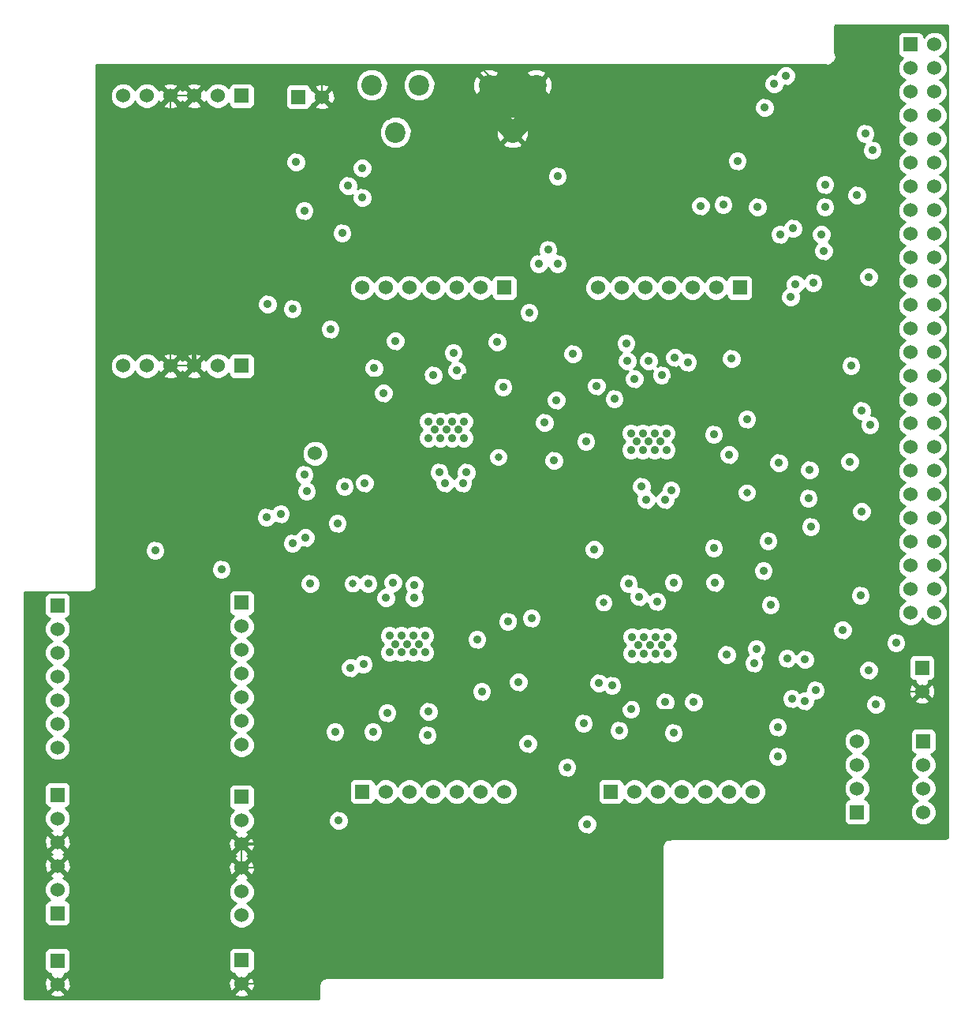
<source format=gbr>
G04 (created by PCBNEW (2013-05-18 BZR 4017)-stable) date Wed 25 Mar 2015 17:38:18 GMT*
%MOIN*%
G04 Gerber Fmt 3.4, Leading zero omitted, Abs format*
%FSLAX34Y34*%
G01*
G70*
G90*
G04 APERTURE LIST*
%ADD10C,0.00590551*%
%ADD11C,0.0315*%
%ADD12C,0.06*%
%ADD13R,0.06X0.06*%
%ADD14C,0.0866*%
%ADD15C,0.0354*%
%ADD16C,0.035*%
%ADD17C,0.008*%
%ADD18C,0.0198*%
%ADD19C,0.0137795*%
%ADD20C,0.0488*%
%ADD21C,0.015748*%
%ADD22C,0.0787402*%
%ADD23C,0.01*%
G04 APERTURE END LIST*
G54D10*
G54D11*
X51450Y-37050D03*
X45300Y-42400D03*
G54D12*
X43708Y-36904D03*
G54D13*
X40600Y-43200D03*
G54D12*
X40600Y-44200D03*
X40600Y-45200D03*
X40600Y-46200D03*
X40600Y-47200D03*
X40600Y-48200D03*
X40600Y-49200D03*
G54D13*
X32829Y-43313D03*
G54D12*
X32829Y-44313D03*
X32829Y-45313D03*
X32829Y-46313D03*
X32829Y-47313D03*
X32829Y-48313D03*
X32829Y-49313D03*
G54D13*
X45700Y-51181D03*
G54D12*
X46700Y-51181D03*
X47700Y-51181D03*
X48700Y-51181D03*
X49700Y-51181D03*
X50700Y-51181D03*
X51700Y-51181D03*
G54D13*
X51700Y-29900D03*
G54D12*
X50700Y-29900D03*
X49700Y-29900D03*
X48700Y-29900D03*
X47700Y-29900D03*
X46700Y-29900D03*
X45700Y-29900D03*
G54D13*
X40600Y-21800D03*
G54D12*
X39600Y-21800D03*
X38600Y-21800D03*
X37600Y-21800D03*
X36600Y-21800D03*
X35600Y-21800D03*
G54D13*
X66600Y-52050D03*
G54D12*
X66600Y-51050D03*
X66600Y-50050D03*
X66600Y-49050D03*
G54D13*
X69400Y-49050D03*
G54D12*
X69400Y-50050D03*
X69400Y-51050D03*
X69400Y-52050D03*
G54D13*
X32829Y-58313D03*
G54D12*
X32829Y-59313D03*
G54D13*
X69350Y-45950D03*
G54D12*
X69350Y-46950D03*
G54D13*
X68874Y-19639D03*
G54D12*
X69874Y-19639D03*
X68874Y-24639D03*
X69874Y-20639D03*
X68874Y-25639D03*
X69874Y-21639D03*
X68874Y-26639D03*
X69874Y-22639D03*
X68874Y-27639D03*
X69874Y-23639D03*
X68874Y-28639D03*
X69874Y-24639D03*
X68874Y-29639D03*
X69874Y-25639D03*
X68874Y-30639D03*
X69874Y-26639D03*
X68874Y-31639D03*
X69874Y-27639D03*
X68874Y-32639D03*
X69874Y-28639D03*
X68874Y-33639D03*
X69874Y-29639D03*
X68874Y-34639D03*
X69874Y-30639D03*
X69874Y-31639D03*
X68874Y-35639D03*
X69874Y-32639D03*
X69874Y-34639D03*
X69874Y-35639D03*
X69874Y-36639D03*
X69874Y-37639D03*
X68874Y-36639D03*
X68874Y-37639D03*
X68874Y-20639D03*
X68874Y-21639D03*
X68874Y-22639D03*
X68874Y-23639D03*
X68874Y-38639D03*
X69874Y-38639D03*
X69874Y-33639D03*
X68874Y-39639D03*
X69874Y-39639D03*
X68874Y-40639D03*
X69874Y-40639D03*
X68874Y-41639D03*
X69874Y-41639D03*
X68874Y-42639D03*
X69874Y-42639D03*
X68874Y-43639D03*
X69874Y-43639D03*
G54D13*
X32829Y-51313D03*
G54D12*
X32829Y-52313D03*
X32829Y-53313D03*
X32829Y-54313D03*
G54D13*
X32829Y-56313D03*
G54D12*
X32829Y-55313D03*
G54D13*
X40600Y-33200D03*
G54D12*
X39600Y-33200D03*
X38600Y-33200D03*
X37600Y-33200D03*
X36600Y-33200D03*
X35600Y-33200D03*
G54D13*
X40600Y-51400D03*
G54D12*
X40600Y-52400D03*
X40600Y-53400D03*
X40600Y-54400D03*
X40600Y-55400D03*
X40600Y-56400D03*
G54D13*
X40600Y-58300D03*
G54D12*
X40600Y-59300D03*
G54D14*
X52050Y-23350D03*
X53050Y-21350D03*
X51050Y-21350D03*
X47100Y-23350D03*
X48100Y-21350D03*
X46100Y-21350D03*
G54D15*
X48500Y-35550D03*
X49000Y-35550D03*
X49500Y-35550D03*
X50000Y-35550D03*
X48750Y-35900D03*
X49250Y-35900D03*
X49750Y-35900D03*
X48500Y-36250D03*
X49000Y-36250D03*
X49500Y-36250D03*
X50000Y-36250D03*
X48350Y-45300D03*
X47850Y-45300D03*
X47350Y-45300D03*
X46850Y-45300D03*
X48100Y-44950D03*
X47600Y-44950D03*
X47100Y-44950D03*
X48350Y-44600D03*
X47850Y-44600D03*
X47350Y-44600D03*
X46850Y-44600D03*
G54D11*
X55900Y-43200D03*
X61950Y-38550D03*
G54D15*
X58600Y-45350D03*
X58100Y-45350D03*
X57600Y-45350D03*
X57100Y-45350D03*
X58350Y-45000D03*
X57850Y-45000D03*
X57350Y-45000D03*
X58600Y-44650D03*
X58100Y-44650D03*
X57600Y-44650D03*
X57100Y-44650D03*
X57050Y-36050D03*
X57550Y-36050D03*
X58050Y-36050D03*
X58550Y-36050D03*
X57300Y-36400D03*
X57800Y-36400D03*
X58300Y-36400D03*
X57050Y-36750D03*
X57550Y-36750D03*
X58050Y-36750D03*
X58550Y-36750D03*
G54D13*
X61650Y-29900D03*
G54D12*
X60650Y-29900D03*
X59650Y-29900D03*
X58650Y-29900D03*
X57650Y-29900D03*
X56650Y-29900D03*
X55650Y-29900D03*
G54D13*
X56200Y-51181D03*
G54D12*
X57200Y-51181D03*
X58200Y-51181D03*
X59200Y-51181D03*
X60200Y-51181D03*
X61200Y-51181D03*
X62200Y-51181D03*
G54D13*
X43000Y-21850D03*
G54D12*
X44000Y-21850D03*
G54D16*
X61100Y-45400D03*
X60550Y-40900D03*
X62350Y-45150D03*
X58850Y-42350D03*
X56950Y-42400D03*
X58150Y-43150D03*
X65250Y-26500D03*
X60000Y-26450D03*
X60950Y-26400D03*
X58750Y-38450D03*
X57500Y-38300D03*
X54600Y-32700D03*
X50550Y-44750D03*
X46700Y-43000D03*
X47900Y-43000D03*
X53400Y-35600D03*
X50100Y-37700D03*
X48950Y-37700D03*
X44950Y-38300D03*
X44850Y-27600D03*
X42750Y-40700D03*
X62400Y-26500D03*
X63600Y-20950D03*
X43300Y-40450D03*
X61300Y-32900D03*
X42250Y-39450D03*
X39750Y-41800D03*
X43250Y-26650D03*
X63350Y-27650D03*
X64000Y-29750D03*
X67100Y-46050D03*
X63900Y-27400D03*
X64750Y-29700D03*
X64600Y-37600D03*
X64550Y-38800D03*
X63850Y-47250D03*
X64400Y-45600D03*
X54350Y-50150D03*
X45750Y-45800D03*
X66350Y-33200D03*
X52300Y-46550D03*
X67150Y-35700D03*
X45700Y-24850D03*
X45700Y-26100D03*
X62700Y-22300D03*
X66600Y-26000D03*
X43250Y-37800D03*
X44650Y-39850D03*
X52700Y-49150D03*
X51850Y-44000D03*
X45950Y-42400D03*
X65200Y-28350D03*
X65100Y-27650D03*
X53950Y-28900D03*
X53150Y-28900D03*
X53900Y-34650D03*
X46600Y-34350D03*
X41650Y-39600D03*
X41700Y-30600D03*
X61550Y-24550D03*
X53550Y-28300D03*
X66300Y-37250D03*
X64650Y-40000D03*
X63250Y-49700D03*
X63250Y-48450D03*
X63650Y-45550D03*
X67100Y-29450D03*
X44350Y-31650D03*
X53800Y-37200D03*
X56350Y-34600D03*
X60550Y-36100D03*
X58900Y-32850D03*
X59450Y-33050D03*
X57800Y-33000D03*
X56900Y-33000D03*
X67250Y-24100D03*
X64400Y-47350D03*
X66000Y-44350D03*
X66800Y-39350D03*
X56250Y-46700D03*
X68250Y-44900D03*
X63300Y-37300D03*
X62850Y-40600D03*
X62650Y-41850D03*
X66950Y-23400D03*
X64850Y-46900D03*
X66750Y-42900D03*
X67400Y-47500D03*
X65250Y-25550D03*
X62250Y-45750D03*
X60600Y-42350D03*
X52850Y-43850D03*
X55050Y-48300D03*
X58850Y-48700D03*
X56550Y-48600D03*
X55200Y-52550D03*
X61950Y-35450D03*
X55500Y-40950D03*
X55150Y-36400D03*
X63800Y-30300D03*
X56850Y-32250D03*
X44550Y-48650D03*
X43500Y-42400D03*
X48450Y-48800D03*
X44700Y-52400D03*
X46150Y-48650D03*
X52750Y-30950D03*
X51400Y-32200D03*
X49550Y-32650D03*
X47100Y-32150D03*
X42750Y-30800D03*
X53950Y-25200D03*
X36950Y-41000D03*
X43350Y-38500D03*
X63100Y-21300D03*
X42900Y-24600D03*
X45100Y-25600D03*
X57200Y-33750D03*
X55600Y-34050D03*
X57050Y-47700D03*
X55700Y-46600D03*
X58500Y-38850D03*
X57700Y-38850D03*
X62950Y-43300D03*
X57400Y-42950D03*
X58500Y-47400D03*
X59700Y-47400D03*
X46200Y-33300D03*
X48700Y-33600D03*
X51650Y-34100D03*
X49700Y-33400D03*
X61200Y-36950D03*
X58350Y-33600D03*
X45200Y-45950D03*
X46750Y-47850D03*
X50750Y-46950D03*
X48500Y-47800D03*
X47000Y-42350D03*
X47900Y-42450D03*
X45800Y-38150D03*
X49200Y-38150D03*
X49950Y-38150D03*
X66800Y-35100D03*
X60400Y-45450D03*
X53550Y-46950D03*
X59000Y-47750D03*
X57050Y-47200D03*
X55750Y-39150D03*
X60150Y-33000D03*
X58800Y-33850D03*
X56650Y-33850D03*
X49150Y-40450D03*
X48550Y-47150D03*
X46650Y-47200D03*
X43500Y-47150D03*
X50050Y-33700D03*
X44250Y-34200D03*
X48200Y-33700D03*
X37050Y-38800D03*
G54D17*
X44000Y-21850D02*
X44000Y-20700D01*
X44000Y-20700D02*
X43900Y-20600D01*
X59000Y-47750D02*
X59000Y-47800D01*
X68550Y-46950D02*
X69350Y-46950D01*
X67450Y-48050D02*
X68550Y-46950D01*
X59250Y-48050D02*
X67450Y-48050D01*
X59000Y-47800D02*
X59250Y-48050D01*
X59150Y-47600D02*
X59000Y-47750D01*
X59150Y-46700D02*
X59150Y-47600D01*
X60400Y-45450D02*
X59150Y-46700D01*
G54D18*
X53500Y-47000D02*
X53500Y-47800D01*
X53550Y-46950D02*
X53500Y-47000D01*
G54D19*
X59000Y-47750D02*
X58250Y-47750D01*
X58250Y-47750D02*
X57700Y-47200D01*
X48550Y-47150D02*
X49150Y-47150D01*
X49150Y-47150D02*
X49800Y-47800D01*
X49800Y-47800D02*
X53500Y-47800D01*
X56450Y-47800D02*
X57050Y-47200D01*
X53500Y-47800D02*
X56450Y-47800D01*
X57050Y-47200D02*
X57700Y-47200D01*
G54D18*
X54600Y-34350D02*
X54600Y-33700D01*
X55700Y-35450D02*
X54600Y-34350D01*
X55700Y-39100D02*
X55700Y-35450D01*
X55750Y-39150D02*
X55700Y-39100D01*
G54D19*
X58800Y-33850D02*
X59300Y-33850D01*
X59300Y-33850D02*
X60150Y-33000D01*
X56650Y-33850D02*
X56650Y-34250D01*
X57950Y-34700D02*
X58800Y-33850D01*
X57100Y-34700D02*
X57950Y-34700D01*
X56650Y-34250D02*
X57100Y-34700D01*
X50050Y-33700D02*
X54600Y-33700D01*
X54600Y-33700D02*
X56500Y-33700D01*
X56500Y-33700D02*
X56650Y-33850D01*
G54D17*
X49050Y-40350D02*
X44250Y-40350D01*
X49150Y-40450D02*
X49050Y-40350D01*
G54D19*
X46650Y-47200D02*
X44600Y-47200D01*
X44600Y-47200D02*
X44550Y-47150D01*
X48550Y-47150D02*
X46700Y-47150D01*
X46700Y-47150D02*
X46650Y-47200D01*
G54D17*
X44250Y-34200D02*
X44250Y-40350D01*
X44250Y-40350D02*
X44250Y-46850D01*
X44250Y-46850D02*
X44550Y-47150D01*
G54D20*
X43500Y-47150D02*
X43350Y-47150D01*
G54D19*
X40600Y-53400D02*
X42950Y-53400D01*
X43350Y-47150D02*
X44550Y-47150D01*
X43350Y-53000D02*
X43350Y-47150D01*
X42950Y-53400D02*
X43350Y-53000D01*
X50050Y-33700D02*
X49700Y-34050D01*
X48200Y-33850D02*
X48200Y-33700D01*
X48400Y-34050D02*
X48200Y-33850D01*
X49700Y-34050D02*
X48400Y-34050D01*
G54D18*
X38600Y-33200D02*
X38600Y-32400D01*
X43700Y-34200D02*
X44250Y-34200D01*
X41900Y-32400D02*
X43700Y-34200D01*
X38600Y-32400D02*
X41900Y-32400D01*
G54D17*
X48200Y-33700D02*
X44750Y-33700D01*
X44750Y-33700D02*
X44250Y-34200D01*
G54D21*
X48200Y-33700D02*
X46850Y-33700D01*
G54D17*
X51050Y-21350D02*
X51050Y-20950D01*
X39800Y-20600D02*
X38600Y-21800D01*
X50700Y-20600D02*
X43900Y-20600D01*
X43900Y-20600D02*
X39800Y-20600D01*
X51050Y-20950D02*
X50700Y-20600D01*
G54D22*
X51050Y-21350D02*
X51050Y-22350D01*
X51050Y-22350D02*
X52050Y-23350D01*
X53050Y-21350D02*
X53050Y-22350D01*
X53050Y-22350D02*
X52050Y-23350D01*
X51050Y-21350D02*
X53050Y-21350D01*
G54D17*
X40600Y-59300D02*
X42650Y-59300D01*
X42650Y-59300D02*
X42700Y-59250D01*
X42700Y-59250D02*
X42700Y-58300D01*
X40600Y-54400D02*
X42250Y-54400D01*
X42250Y-54400D02*
X42700Y-54850D01*
X42700Y-54850D02*
X42700Y-58300D01*
X40600Y-53400D02*
X40600Y-54400D01*
X37600Y-21800D02*
X37600Y-33200D01*
X38600Y-21800D02*
X37600Y-21800D01*
X38600Y-33200D02*
X37600Y-33200D01*
X37600Y-33200D02*
X37050Y-33750D01*
X37050Y-33750D02*
X37050Y-38800D01*
G54D10*
G36*
X70443Y-53125D02*
X70424Y-53129D01*
X70424Y-43530D01*
X70340Y-43327D01*
X70185Y-43173D01*
X70104Y-43139D01*
X70185Y-43105D01*
X70339Y-42950D01*
X70423Y-42748D01*
X70424Y-42530D01*
X70340Y-42327D01*
X70185Y-42173D01*
X70104Y-42139D01*
X70185Y-42105D01*
X70339Y-41950D01*
X70423Y-41748D01*
X70424Y-41530D01*
X70340Y-41327D01*
X70185Y-41173D01*
X70104Y-41139D01*
X70185Y-41105D01*
X70339Y-40950D01*
X70423Y-40748D01*
X70424Y-40530D01*
X70340Y-40327D01*
X70185Y-40173D01*
X70104Y-40139D01*
X70185Y-40105D01*
X70339Y-39950D01*
X70423Y-39748D01*
X70424Y-39530D01*
X70340Y-39327D01*
X70185Y-39173D01*
X70104Y-39139D01*
X70185Y-39105D01*
X70339Y-38950D01*
X70423Y-38748D01*
X70424Y-38530D01*
X70340Y-38327D01*
X70185Y-38173D01*
X70104Y-38139D01*
X70185Y-38105D01*
X70339Y-37950D01*
X70423Y-37748D01*
X70424Y-37530D01*
X70340Y-37327D01*
X70185Y-37173D01*
X70104Y-37139D01*
X70185Y-37105D01*
X70339Y-36950D01*
X70423Y-36748D01*
X70424Y-36530D01*
X70340Y-36327D01*
X70185Y-36173D01*
X70104Y-36139D01*
X70185Y-36105D01*
X70339Y-35950D01*
X70423Y-35748D01*
X70424Y-35530D01*
X70340Y-35327D01*
X70185Y-35173D01*
X70104Y-35139D01*
X70185Y-35105D01*
X70339Y-34950D01*
X70423Y-34748D01*
X70424Y-34530D01*
X70340Y-34327D01*
X70185Y-34173D01*
X70104Y-34139D01*
X70185Y-34105D01*
X70339Y-33950D01*
X70423Y-33748D01*
X70424Y-33530D01*
X70340Y-33327D01*
X70185Y-33173D01*
X70104Y-33139D01*
X70185Y-33105D01*
X70339Y-32950D01*
X70423Y-32748D01*
X70424Y-32530D01*
X70340Y-32327D01*
X70185Y-32173D01*
X70104Y-32139D01*
X70185Y-32105D01*
X70339Y-31950D01*
X70423Y-31748D01*
X70424Y-31530D01*
X70340Y-31327D01*
X70185Y-31173D01*
X70104Y-31139D01*
X70185Y-31105D01*
X70339Y-30950D01*
X70423Y-30748D01*
X70424Y-30530D01*
X70340Y-30327D01*
X70185Y-30173D01*
X70104Y-30139D01*
X70185Y-30105D01*
X70339Y-29950D01*
X70423Y-29748D01*
X70424Y-29530D01*
X70340Y-29327D01*
X70185Y-29173D01*
X70104Y-29139D01*
X70185Y-29105D01*
X70339Y-28950D01*
X70423Y-28748D01*
X70424Y-28530D01*
X70340Y-28327D01*
X70185Y-28173D01*
X70104Y-28139D01*
X70185Y-28105D01*
X70339Y-27950D01*
X70423Y-27748D01*
X70424Y-27530D01*
X70340Y-27327D01*
X70185Y-27173D01*
X70104Y-27139D01*
X70185Y-27105D01*
X70339Y-26950D01*
X70423Y-26748D01*
X70424Y-26530D01*
X70340Y-26327D01*
X70185Y-26173D01*
X70104Y-26139D01*
X70185Y-26105D01*
X70339Y-25950D01*
X70423Y-25748D01*
X70424Y-25530D01*
X70340Y-25327D01*
X70185Y-25173D01*
X70104Y-25139D01*
X70185Y-25105D01*
X70339Y-24950D01*
X70423Y-24748D01*
X70424Y-24530D01*
X70340Y-24327D01*
X70185Y-24173D01*
X70104Y-24139D01*
X70185Y-24105D01*
X70339Y-23950D01*
X70423Y-23748D01*
X70424Y-23530D01*
X70340Y-23327D01*
X70185Y-23173D01*
X70104Y-23139D01*
X70185Y-23105D01*
X70339Y-22950D01*
X70423Y-22748D01*
X70424Y-22530D01*
X70340Y-22327D01*
X70185Y-22173D01*
X70104Y-22139D01*
X70185Y-22105D01*
X70339Y-21950D01*
X70423Y-21748D01*
X70424Y-21530D01*
X70340Y-21327D01*
X70185Y-21173D01*
X70104Y-21139D01*
X70185Y-21105D01*
X70339Y-20950D01*
X70423Y-20748D01*
X70424Y-20530D01*
X70340Y-20327D01*
X70185Y-20173D01*
X70104Y-20139D01*
X70185Y-20105D01*
X70339Y-19950D01*
X70423Y-19748D01*
X70424Y-19530D01*
X70340Y-19327D01*
X70185Y-19173D01*
X69983Y-19089D01*
X69765Y-19088D01*
X69562Y-19172D01*
X69424Y-19311D01*
X69424Y-19289D01*
X69386Y-19197D01*
X69315Y-19127D01*
X69223Y-19089D01*
X69124Y-19088D01*
X68524Y-19088D01*
X68432Y-19126D01*
X68362Y-19197D01*
X68324Y-19289D01*
X68323Y-19388D01*
X68323Y-19988D01*
X68361Y-20080D01*
X68432Y-20150D01*
X68524Y-20188D01*
X68546Y-20188D01*
X68408Y-20327D01*
X68324Y-20529D01*
X68323Y-20747D01*
X68407Y-20950D01*
X68562Y-21104D01*
X68643Y-21138D01*
X68562Y-21172D01*
X68408Y-21327D01*
X68324Y-21529D01*
X68323Y-21747D01*
X68407Y-21950D01*
X68562Y-22104D01*
X68643Y-22138D01*
X68562Y-22172D01*
X68408Y-22327D01*
X68324Y-22529D01*
X68323Y-22747D01*
X68407Y-22950D01*
X68562Y-23104D01*
X68643Y-23138D01*
X68562Y-23172D01*
X68408Y-23327D01*
X68324Y-23529D01*
X68323Y-23747D01*
X68407Y-23950D01*
X68562Y-24104D01*
X68643Y-24138D01*
X68562Y-24172D01*
X68408Y-24327D01*
X68324Y-24529D01*
X68323Y-24747D01*
X68407Y-24950D01*
X68562Y-25104D01*
X68643Y-25138D01*
X68562Y-25172D01*
X68408Y-25327D01*
X68324Y-25529D01*
X68323Y-25747D01*
X68407Y-25950D01*
X68562Y-26104D01*
X68643Y-26138D01*
X68562Y-26172D01*
X68408Y-26327D01*
X68324Y-26529D01*
X68323Y-26747D01*
X68407Y-26950D01*
X68562Y-27104D01*
X68643Y-27138D01*
X68562Y-27172D01*
X68408Y-27327D01*
X68324Y-27529D01*
X68323Y-27747D01*
X68407Y-27950D01*
X68562Y-28104D01*
X68643Y-28138D01*
X68562Y-28172D01*
X68408Y-28327D01*
X68324Y-28529D01*
X68323Y-28747D01*
X68407Y-28950D01*
X68562Y-29104D01*
X68643Y-29138D01*
X68562Y-29172D01*
X68408Y-29327D01*
X68324Y-29529D01*
X68323Y-29747D01*
X68407Y-29950D01*
X68562Y-30104D01*
X68643Y-30138D01*
X68562Y-30172D01*
X68408Y-30327D01*
X68324Y-30529D01*
X68323Y-30747D01*
X68407Y-30950D01*
X68562Y-31104D01*
X68643Y-31138D01*
X68562Y-31172D01*
X68408Y-31327D01*
X68324Y-31529D01*
X68323Y-31747D01*
X68407Y-31950D01*
X68562Y-32104D01*
X68643Y-32138D01*
X68562Y-32172D01*
X68408Y-32327D01*
X68324Y-32529D01*
X68323Y-32747D01*
X68407Y-32950D01*
X68562Y-33104D01*
X68643Y-33138D01*
X68562Y-33172D01*
X68408Y-33327D01*
X68324Y-33529D01*
X68323Y-33747D01*
X68407Y-33950D01*
X68562Y-34104D01*
X68643Y-34138D01*
X68562Y-34172D01*
X68408Y-34327D01*
X68324Y-34529D01*
X68323Y-34747D01*
X68407Y-34950D01*
X68562Y-35104D01*
X68643Y-35138D01*
X68562Y-35172D01*
X68408Y-35327D01*
X68324Y-35529D01*
X68323Y-35747D01*
X68407Y-35950D01*
X68562Y-36104D01*
X68643Y-36138D01*
X68562Y-36172D01*
X68408Y-36327D01*
X68324Y-36529D01*
X68323Y-36747D01*
X68407Y-36950D01*
X68562Y-37104D01*
X68643Y-37138D01*
X68562Y-37172D01*
X68408Y-37327D01*
X68324Y-37529D01*
X68323Y-37747D01*
X68407Y-37950D01*
X68562Y-38104D01*
X68643Y-38138D01*
X68562Y-38172D01*
X68408Y-38327D01*
X68324Y-38529D01*
X68323Y-38747D01*
X68407Y-38950D01*
X68562Y-39104D01*
X68643Y-39138D01*
X68562Y-39172D01*
X68408Y-39327D01*
X68324Y-39529D01*
X68323Y-39747D01*
X68407Y-39950D01*
X68562Y-40104D01*
X68643Y-40138D01*
X68562Y-40172D01*
X68408Y-40327D01*
X68324Y-40529D01*
X68323Y-40747D01*
X68407Y-40950D01*
X68562Y-41104D01*
X68643Y-41138D01*
X68562Y-41172D01*
X68408Y-41327D01*
X68324Y-41529D01*
X68323Y-41747D01*
X68407Y-41950D01*
X68562Y-42104D01*
X68643Y-42138D01*
X68562Y-42172D01*
X68408Y-42327D01*
X68324Y-42529D01*
X68323Y-42747D01*
X68407Y-42950D01*
X68562Y-43104D01*
X68643Y-43138D01*
X68562Y-43172D01*
X68408Y-43327D01*
X68324Y-43529D01*
X68323Y-43747D01*
X68407Y-43950D01*
X68562Y-44104D01*
X68764Y-44188D01*
X68982Y-44189D01*
X69185Y-44105D01*
X69339Y-43950D01*
X69373Y-43869D01*
X69407Y-43950D01*
X69562Y-44104D01*
X69764Y-44188D01*
X69982Y-44189D01*
X70185Y-44105D01*
X70339Y-43950D01*
X70423Y-43748D01*
X70424Y-43530D01*
X70424Y-53129D01*
X70347Y-53144D01*
X70318Y-53164D01*
X69950Y-53164D01*
X69950Y-51941D01*
X69866Y-51738D01*
X69711Y-51584D01*
X69630Y-51550D01*
X69711Y-51516D01*
X69865Y-51361D01*
X69949Y-51159D01*
X69950Y-50941D01*
X69866Y-50738D01*
X69711Y-50584D01*
X69630Y-50550D01*
X69711Y-50516D01*
X69865Y-50361D01*
X69949Y-50159D01*
X69950Y-49941D01*
X69866Y-49738D01*
X69727Y-49600D01*
X69749Y-49600D01*
X69841Y-49562D01*
X69911Y-49491D01*
X69949Y-49399D01*
X69950Y-49300D01*
X69950Y-48700D01*
X69912Y-48608D01*
X69904Y-48601D01*
X69904Y-47031D01*
X69900Y-46937D01*
X69900Y-46200D01*
X69900Y-45600D01*
X69862Y-45508D01*
X69791Y-45438D01*
X69699Y-45400D01*
X69600Y-45399D01*
X69000Y-45399D01*
X68908Y-45437D01*
X68838Y-45508D01*
X68800Y-45600D01*
X68799Y-45699D01*
X68799Y-46299D01*
X68837Y-46391D01*
X68908Y-46461D01*
X69000Y-46499D01*
X69053Y-46500D01*
X69034Y-46564D01*
X69350Y-46879D01*
X69665Y-46564D01*
X69646Y-46500D01*
X69699Y-46500D01*
X69791Y-46462D01*
X69861Y-46391D01*
X69899Y-46299D01*
X69900Y-46200D01*
X69900Y-46937D01*
X69893Y-46813D01*
X69831Y-46662D01*
X69735Y-46634D01*
X69420Y-46950D01*
X69735Y-47265D01*
X69831Y-47237D01*
X69904Y-47031D01*
X69904Y-48601D01*
X69841Y-48538D01*
X69749Y-48500D01*
X69665Y-48499D01*
X69665Y-47335D01*
X69350Y-47020D01*
X69279Y-47091D01*
X69279Y-46950D01*
X68964Y-46634D01*
X68868Y-46662D01*
X68795Y-46868D01*
X68806Y-47086D01*
X68868Y-47237D01*
X68964Y-47265D01*
X69279Y-46950D01*
X69279Y-47091D01*
X69034Y-47335D01*
X69062Y-47431D01*
X69268Y-47504D01*
X69486Y-47493D01*
X69637Y-47431D01*
X69665Y-47335D01*
X69665Y-48499D01*
X69650Y-48499D01*
X69050Y-48499D01*
X68958Y-48537D01*
X68888Y-48608D01*
X68850Y-48700D01*
X68849Y-48799D01*
X68849Y-49399D01*
X68887Y-49491D01*
X68958Y-49561D01*
X69050Y-49599D01*
X69072Y-49599D01*
X68934Y-49738D01*
X68850Y-49940D01*
X68849Y-50158D01*
X68933Y-50361D01*
X69088Y-50515D01*
X69169Y-50549D01*
X69088Y-50583D01*
X68934Y-50738D01*
X68850Y-50940D01*
X68849Y-51158D01*
X68933Y-51361D01*
X69088Y-51515D01*
X69169Y-51549D01*
X69088Y-51583D01*
X68934Y-51738D01*
X68850Y-51940D01*
X68849Y-52158D01*
X68933Y-52361D01*
X69088Y-52515D01*
X69290Y-52599D01*
X69508Y-52600D01*
X69711Y-52516D01*
X69865Y-52361D01*
X69949Y-52159D01*
X69950Y-51941D01*
X69950Y-53164D01*
X68675Y-53164D01*
X68675Y-44815D01*
X68610Y-44659D01*
X68491Y-44539D01*
X68334Y-44475D01*
X68165Y-44474D01*
X68009Y-44539D01*
X67889Y-44658D01*
X67825Y-44815D01*
X67824Y-44984D01*
X67889Y-45140D01*
X68008Y-45260D01*
X68165Y-45324D01*
X68334Y-45325D01*
X68490Y-45260D01*
X68610Y-45141D01*
X68674Y-44984D01*
X68675Y-44815D01*
X68675Y-53164D01*
X67825Y-53164D01*
X67825Y-47415D01*
X67760Y-47259D01*
X67675Y-47173D01*
X67675Y-24015D01*
X67610Y-23859D01*
X67491Y-23739D01*
X67334Y-23675D01*
X67276Y-23675D01*
X67310Y-23641D01*
X67374Y-23484D01*
X67375Y-23315D01*
X67310Y-23159D01*
X67191Y-23039D01*
X67034Y-22975D01*
X66865Y-22974D01*
X66709Y-23039D01*
X66589Y-23158D01*
X66525Y-23315D01*
X66524Y-23484D01*
X66589Y-23640D01*
X66708Y-23760D01*
X66865Y-23824D01*
X66923Y-23824D01*
X66889Y-23858D01*
X66825Y-24015D01*
X66824Y-24184D01*
X66889Y-24340D01*
X67008Y-24460D01*
X67165Y-24524D01*
X67334Y-24525D01*
X67490Y-24460D01*
X67610Y-24341D01*
X67674Y-24184D01*
X67675Y-24015D01*
X67675Y-47173D01*
X67641Y-47139D01*
X67575Y-47112D01*
X67575Y-35615D01*
X67525Y-35494D01*
X67525Y-29365D01*
X67460Y-29209D01*
X67341Y-29089D01*
X67184Y-29025D01*
X67025Y-29024D01*
X67025Y-25915D01*
X66960Y-25759D01*
X66841Y-25639D01*
X66684Y-25575D01*
X66515Y-25574D01*
X66359Y-25639D01*
X66239Y-25758D01*
X66175Y-25915D01*
X66174Y-26084D01*
X66239Y-26240D01*
X66358Y-26360D01*
X66515Y-26424D01*
X66684Y-26425D01*
X66840Y-26360D01*
X66960Y-26241D01*
X67024Y-26084D01*
X67025Y-25915D01*
X67025Y-29024D01*
X67015Y-29024D01*
X66859Y-29089D01*
X66739Y-29208D01*
X66675Y-29365D01*
X66674Y-29534D01*
X66739Y-29690D01*
X66858Y-29810D01*
X67015Y-29874D01*
X67184Y-29875D01*
X67340Y-29810D01*
X67460Y-29691D01*
X67524Y-29534D01*
X67525Y-29365D01*
X67525Y-35494D01*
X67510Y-35459D01*
X67391Y-35339D01*
X67234Y-35275D01*
X67187Y-35275D01*
X67224Y-35184D01*
X67225Y-35015D01*
X67160Y-34859D01*
X67041Y-34739D01*
X66884Y-34675D01*
X66775Y-34674D01*
X66775Y-33115D01*
X66710Y-32959D01*
X66591Y-32839D01*
X66434Y-32775D01*
X66265Y-32774D01*
X66109Y-32839D01*
X65989Y-32958D01*
X65925Y-33115D01*
X65924Y-33284D01*
X65989Y-33440D01*
X66108Y-33560D01*
X66265Y-33624D01*
X66434Y-33625D01*
X66590Y-33560D01*
X66710Y-33441D01*
X66774Y-33284D01*
X66775Y-33115D01*
X66775Y-34674D01*
X66715Y-34674D01*
X66559Y-34739D01*
X66439Y-34858D01*
X66375Y-35015D01*
X66374Y-35184D01*
X66439Y-35340D01*
X66558Y-35460D01*
X66715Y-35524D01*
X66762Y-35524D01*
X66725Y-35615D01*
X66724Y-35784D01*
X66789Y-35940D01*
X66908Y-36060D01*
X67065Y-36124D01*
X67234Y-36125D01*
X67390Y-36060D01*
X67510Y-35941D01*
X67574Y-35784D01*
X67575Y-35615D01*
X67575Y-47112D01*
X67525Y-47091D01*
X67525Y-45965D01*
X67460Y-45809D01*
X67341Y-45689D01*
X67225Y-45641D01*
X67225Y-39265D01*
X67160Y-39109D01*
X67041Y-38989D01*
X66884Y-38925D01*
X66725Y-38924D01*
X66725Y-37165D01*
X66660Y-37009D01*
X66541Y-36889D01*
X66384Y-36825D01*
X66215Y-36824D01*
X66059Y-36889D01*
X65939Y-37008D01*
X65875Y-37165D01*
X65874Y-37334D01*
X65939Y-37490D01*
X66058Y-37610D01*
X66215Y-37674D01*
X66384Y-37675D01*
X66540Y-37610D01*
X66660Y-37491D01*
X66724Y-37334D01*
X66725Y-37165D01*
X66725Y-38924D01*
X66715Y-38924D01*
X66559Y-38989D01*
X66439Y-39108D01*
X66375Y-39265D01*
X66374Y-39434D01*
X66439Y-39590D01*
X66558Y-39710D01*
X66715Y-39774D01*
X66884Y-39775D01*
X67040Y-39710D01*
X67160Y-39591D01*
X67224Y-39434D01*
X67225Y-39265D01*
X67225Y-45641D01*
X67184Y-45625D01*
X67175Y-45625D01*
X67175Y-42815D01*
X67110Y-42659D01*
X66991Y-42539D01*
X66834Y-42475D01*
X66665Y-42474D01*
X66509Y-42539D01*
X66389Y-42658D01*
X66325Y-42815D01*
X66324Y-42984D01*
X66389Y-43140D01*
X66508Y-43260D01*
X66665Y-43324D01*
X66834Y-43325D01*
X66990Y-43260D01*
X67110Y-43141D01*
X67174Y-42984D01*
X67175Y-42815D01*
X67175Y-45625D01*
X67015Y-45624D01*
X66859Y-45689D01*
X66739Y-45808D01*
X66675Y-45965D01*
X66674Y-46134D01*
X66739Y-46290D01*
X66858Y-46410D01*
X67015Y-46474D01*
X67184Y-46475D01*
X67340Y-46410D01*
X67460Y-46291D01*
X67524Y-46134D01*
X67525Y-45965D01*
X67525Y-47091D01*
X67484Y-47075D01*
X67315Y-47074D01*
X67159Y-47139D01*
X67039Y-47258D01*
X66975Y-47415D01*
X66974Y-47584D01*
X67039Y-47740D01*
X67158Y-47860D01*
X67315Y-47924D01*
X67484Y-47925D01*
X67640Y-47860D01*
X67760Y-47741D01*
X67824Y-47584D01*
X67825Y-47415D01*
X67825Y-53164D01*
X67150Y-53164D01*
X67150Y-50941D01*
X67066Y-50738D01*
X66911Y-50584D01*
X66830Y-50550D01*
X66911Y-50516D01*
X67065Y-50361D01*
X67149Y-50159D01*
X67150Y-49941D01*
X67066Y-49738D01*
X66911Y-49584D01*
X66830Y-49550D01*
X66911Y-49516D01*
X67065Y-49361D01*
X67149Y-49159D01*
X67150Y-48941D01*
X67066Y-48738D01*
X66911Y-48584D01*
X66709Y-48500D01*
X66491Y-48499D01*
X66425Y-48527D01*
X66425Y-44265D01*
X66360Y-44109D01*
X66241Y-43989D01*
X66084Y-43925D01*
X65915Y-43924D01*
X65759Y-43989D01*
X65675Y-44073D01*
X65675Y-26415D01*
X65675Y-25465D01*
X65610Y-25309D01*
X65491Y-25189D01*
X65334Y-25125D01*
X65165Y-25124D01*
X65009Y-25189D01*
X64889Y-25308D01*
X64825Y-25465D01*
X64824Y-25634D01*
X64889Y-25790D01*
X65008Y-25910D01*
X65165Y-25974D01*
X65334Y-25975D01*
X65490Y-25910D01*
X65610Y-25791D01*
X65674Y-25634D01*
X65675Y-25465D01*
X65675Y-26415D01*
X65610Y-26259D01*
X65491Y-26139D01*
X65334Y-26075D01*
X65165Y-26074D01*
X65009Y-26139D01*
X64889Y-26258D01*
X64825Y-26415D01*
X64824Y-26584D01*
X64889Y-26740D01*
X65008Y-26860D01*
X65165Y-26924D01*
X65334Y-26925D01*
X65490Y-26860D01*
X65610Y-26741D01*
X65674Y-26584D01*
X65675Y-26415D01*
X65675Y-44073D01*
X65639Y-44108D01*
X65625Y-44144D01*
X65625Y-28265D01*
X65560Y-28109D01*
X65441Y-27989D01*
X65384Y-27966D01*
X65460Y-27891D01*
X65524Y-27734D01*
X65525Y-27565D01*
X65460Y-27409D01*
X65341Y-27289D01*
X65184Y-27225D01*
X65015Y-27224D01*
X64859Y-27289D01*
X64739Y-27408D01*
X64675Y-27565D01*
X64674Y-27734D01*
X64739Y-27890D01*
X64858Y-28010D01*
X64915Y-28033D01*
X64839Y-28108D01*
X64775Y-28265D01*
X64774Y-28434D01*
X64839Y-28590D01*
X64958Y-28710D01*
X65115Y-28774D01*
X65284Y-28775D01*
X65440Y-28710D01*
X65560Y-28591D01*
X65624Y-28434D01*
X65625Y-28265D01*
X65625Y-44144D01*
X65575Y-44265D01*
X65574Y-44434D01*
X65639Y-44590D01*
X65758Y-44710D01*
X65915Y-44774D01*
X66084Y-44775D01*
X66240Y-44710D01*
X66360Y-44591D01*
X66424Y-44434D01*
X66425Y-44265D01*
X66425Y-48527D01*
X66288Y-48583D01*
X66134Y-48738D01*
X66050Y-48940D01*
X66049Y-49158D01*
X66133Y-49361D01*
X66288Y-49515D01*
X66369Y-49549D01*
X66288Y-49583D01*
X66134Y-49738D01*
X66050Y-49940D01*
X66049Y-50158D01*
X66133Y-50361D01*
X66288Y-50515D01*
X66369Y-50549D01*
X66288Y-50583D01*
X66134Y-50738D01*
X66050Y-50940D01*
X66049Y-51158D01*
X66133Y-51361D01*
X66272Y-51499D01*
X66250Y-51499D01*
X66158Y-51537D01*
X66088Y-51608D01*
X66050Y-51700D01*
X66049Y-51799D01*
X66049Y-52399D01*
X66087Y-52491D01*
X66158Y-52561D01*
X66250Y-52599D01*
X66349Y-52600D01*
X66949Y-52600D01*
X67041Y-52562D01*
X67111Y-52491D01*
X67149Y-52399D01*
X67150Y-52300D01*
X67150Y-51700D01*
X67112Y-51608D01*
X67041Y-51538D01*
X66949Y-51500D01*
X66927Y-51500D01*
X67065Y-51361D01*
X67149Y-51159D01*
X67150Y-50941D01*
X67150Y-53164D01*
X65275Y-53164D01*
X65275Y-46815D01*
X65210Y-46659D01*
X65175Y-46624D01*
X65175Y-29615D01*
X65110Y-29459D01*
X64991Y-29339D01*
X64834Y-29275D01*
X64665Y-29274D01*
X64509Y-29339D01*
X64389Y-29458D01*
X64364Y-29519D01*
X64360Y-29509D01*
X64325Y-29474D01*
X64325Y-27315D01*
X64260Y-27159D01*
X64141Y-27039D01*
X64025Y-26991D01*
X64025Y-20865D01*
X63960Y-20709D01*
X63841Y-20589D01*
X63684Y-20525D01*
X63515Y-20524D01*
X63359Y-20589D01*
X63239Y-20708D01*
X63175Y-20865D01*
X63175Y-20875D01*
X63015Y-20874D01*
X62859Y-20939D01*
X62739Y-21058D01*
X62675Y-21215D01*
X62674Y-21384D01*
X62739Y-21540D01*
X62858Y-21660D01*
X63015Y-21724D01*
X63184Y-21725D01*
X63340Y-21660D01*
X63460Y-21541D01*
X63524Y-21384D01*
X63524Y-21374D01*
X63684Y-21375D01*
X63840Y-21310D01*
X63960Y-21191D01*
X64024Y-21034D01*
X64025Y-20865D01*
X64025Y-26991D01*
X63984Y-26975D01*
X63815Y-26974D01*
X63659Y-27039D01*
X63539Y-27158D01*
X63501Y-27252D01*
X63434Y-27225D01*
X63265Y-27224D01*
X63125Y-27283D01*
X63125Y-22215D01*
X63060Y-22059D01*
X62941Y-21939D01*
X62784Y-21875D01*
X62615Y-21874D01*
X62459Y-21939D01*
X62339Y-22058D01*
X62275Y-22215D01*
X62274Y-22384D01*
X62339Y-22540D01*
X62458Y-22660D01*
X62615Y-22724D01*
X62784Y-22725D01*
X62940Y-22660D01*
X63060Y-22541D01*
X63124Y-22384D01*
X63125Y-22215D01*
X63125Y-27283D01*
X63109Y-27289D01*
X62989Y-27408D01*
X62925Y-27565D01*
X62924Y-27734D01*
X62989Y-27890D01*
X63108Y-28010D01*
X63265Y-28074D01*
X63434Y-28075D01*
X63590Y-28010D01*
X63710Y-27891D01*
X63748Y-27797D01*
X63815Y-27824D01*
X63984Y-27825D01*
X64140Y-27760D01*
X64260Y-27641D01*
X64324Y-27484D01*
X64325Y-27315D01*
X64325Y-29474D01*
X64241Y-29389D01*
X64084Y-29325D01*
X63915Y-29324D01*
X63759Y-29389D01*
X63639Y-29508D01*
X63575Y-29665D01*
X63574Y-29834D01*
X63609Y-29918D01*
X63559Y-29939D01*
X63439Y-30058D01*
X63375Y-30215D01*
X63374Y-30384D01*
X63439Y-30540D01*
X63558Y-30660D01*
X63715Y-30724D01*
X63884Y-30725D01*
X64040Y-30660D01*
X64160Y-30541D01*
X64224Y-30384D01*
X64225Y-30215D01*
X64190Y-30131D01*
X64240Y-30110D01*
X64360Y-29991D01*
X64385Y-29930D01*
X64389Y-29940D01*
X64508Y-30060D01*
X64665Y-30124D01*
X64834Y-30125D01*
X64990Y-30060D01*
X65110Y-29941D01*
X65174Y-29784D01*
X65175Y-29615D01*
X65175Y-46624D01*
X65091Y-46539D01*
X65075Y-46533D01*
X65075Y-39915D01*
X65025Y-39794D01*
X65025Y-37515D01*
X64960Y-37359D01*
X64841Y-37239D01*
X64684Y-37175D01*
X64515Y-37174D01*
X64359Y-37239D01*
X64239Y-37358D01*
X64175Y-37515D01*
X64174Y-37684D01*
X64239Y-37840D01*
X64358Y-37960D01*
X64515Y-38024D01*
X64684Y-38025D01*
X64840Y-37960D01*
X64960Y-37841D01*
X65024Y-37684D01*
X65025Y-37515D01*
X65025Y-39794D01*
X65010Y-39759D01*
X64975Y-39724D01*
X64975Y-38715D01*
X64910Y-38559D01*
X64791Y-38439D01*
X64634Y-38375D01*
X64465Y-38374D01*
X64309Y-38439D01*
X64189Y-38558D01*
X64125Y-38715D01*
X64124Y-38884D01*
X64189Y-39040D01*
X64308Y-39160D01*
X64465Y-39224D01*
X64634Y-39225D01*
X64790Y-39160D01*
X64910Y-39041D01*
X64974Y-38884D01*
X64975Y-38715D01*
X64975Y-39724D01*
X64891Y-39639D01*
X64734Y-39575D01*
X64565Y-39574D01*
X64409Y-39639D01*
X64289Y-39758D01*
X64225Y-39915D01*
X64224Y-40084D01*
X64289Y-40240D01*
X64408Y-40360D01*
X64565Y-40424D01*
X64734Y-40425D01*
X64890Y-40360D01*
X65010Y-40241D01*
X65074Y-40084D01*
X65075Y-39915D01*
X65075Y-46533D01*
X64934Y-46475D01*
X64825Y-46474D01*
X64825Y-45515D01*
X64760Y-45359D01*
X64641Y-45239D01*
X64484Y-45175D01*
X64315Y-45174D01*
X64159Y-45239D01*
X64039Y-45358D01*
X64035Y-45369D01*
X64010Y-45309D01*
X63891Y-45189D01*
X63734Y-45125D01*
X63725Y-45125D01*
X63725Y-37215D01*
X63660Y-37059D01*
X63541Y-36939D01*
X63384Y-36875D01*
X63215Y-36874D01*
X63059Y-36939D01*
X62939Y-37058D01*
X62875Y-37215D01*
X62874Y-37384D01*
X62939Y-37540D01*
X63058Y-37660D01*
X63215Y-37724D01*
X63384Y-37725D01*
X63540Y-37660D01*
X63660Y-37541D01*
X63724Y-37384D01*
X63725Y-37215D01*
X63725Y-45125D01*
X63565Y-45124D01*
X63409Y-45189D01*
X63375Y-45223D01*
X63375Y-43215D01*
X63310Y-43059D01*
X63275Y-43024D01*
X63275Y-40515D01*
X63210Y-40359D01*
X63091Y-40239D01*
X62934Y-40175D01*
X62825Y-40174D01*
X62825Y-26415D01*
X62760Y-26259D01*
X62641Y-26139D01*
X62484Y-26075D01*
X62315Y-26074D01*
X62159Y-26139D01*
X62039Y-26258D01*
X61975Y-26415D01*
X61975Y-24465D01*
X61910Y-24309D01*
X61791Y-24189D01*
X61634Y-24125D01*
X61465Y-24124D01*
X61309Y-24189D01*
X61189Y-24308D01*
X61125Y-24465D01*
X61124Y-24634D01*
X61189Y-24790D01*
X61308Y-24910D01*
X61465Y-24974D01*
X61634Y-24975D01*
X61790Y-24910D01*
X61910Y-24791D01*
X61974Y-24634D01*
X61975Y-24465D01*
X61975Y-26415D01*
X61974Y-26584D01*
X62039Y-26740D01*
X62158Y-26860D01*
X62315Y-26924D01*
X62484Y-26925D01*
X62640Y-26860D01*
X62760Y-26741D01*
X62824Y-26584D01*
X62825Y-26415D01*
X62825Y-40174D01*
X62765Y-40174D01*
X62609Y-40239D01*
X62489Y-40358D01*
X62425Y-40515D01*
X62424Y-40684D01*
X62489Y-40840D01*
X62608Y-40960D01*
X62765Y-41024D01*
X62934Y-41025D01*
X63090Y-40960D01*
X63210Y-40841D01*
X63274Y-40684D01*
X63275Y-40515D01*
X63275Y-43024D01*
X63191Y-42939D01*
X63075Y-42891D01*
X63075Y-41765D01*
X63010Y-41609D01*
X62891Y-41489D01*
X62734Y-41425D01*
X62565Y-41424D01*
X62409Y-41489D01*
X62375Y-41523D01*
X62375Y-35365D01*
X62310Y-35209D01*
X62200Y-35098D01*
X62200Y-30150D01*
X62200Y-29550D01*
X62162Y-29458D01*
X62091Y-29388D01*
X61999Y-29350D01*
X61900Y-29349D01*
X61375Y-29349D01*
X61375Y-26315D01*
X61310Y-26159D01*
X61191Y-26039D01*
X61034Y-25975D01*
X60865Y-25974D01*
X60709Y-26039D01*
X60589Y-26158D01*
X60525Y-26315D01*
X60524Y-26484D01*
X60589Y-26640D01*
X60708Y-26760D01*
X60865Y-26824D01*
X61034Y-26825D01*
X61190Y-26760D01*
X61310Y-26641D01*
X61374Y-26484D01*
X61375Y-26315D01*
X61375Y-29349D01*
X61300Y-29349D01*
X61208Y-29387D01*
X61138Y-29458D01*
X61100Y-29550D01*
X61100Y-29572D01*
X60961Y-29434D01*
X60759Y-29350D01*
X60541Y-29349D01*
X60425Y-29397D01*
X60425Y-26365D01*
X60360Y-26209D01*
X60241Y-26089D01*
X60084Y-26025D01*
X59915Y-26024D01*
X59759Y-26089D01*
X59639Y-26208D01*
X59575Y-26365D01*
X59574Y-26534D01*
X59639Y-26690D01*
X59758Y-26810D01*
X59915Y-26874D01*
X60084Y-26875D01*
X60240Y-26810D01*
X60360Y-26691D01*
X60424Y-26534D01*
X60425Y-26365D01*
X60425Y-29397D01*
X60338Y-29433D01*
X60184Y-29588D01*
X60150Y-29669D01*
X60116Y-29588D01*
X59961Y-29434D01*
X59759Y-29350D01*
X59541Y-29349D01*
X59338Y-29433D01*
X59184Y-29588D01*
X59150Y-29669D01*
X59116Y-29588D01*
X58961Y-29434D01*
X58759Y-29350D01*
X58541Y-29349D01*
X58338Y-29433D01*
X58184Y-29588D01*
X58150Y-29669D01*
X58116Y-29588D01*
X57961Y-29434D01*
X57759Y-29350D01*
X57541Y-29349D01*
X57338Y-29433D01*
X57184Y-29588D01*
X57150Y-29669D01*
X57116Y-29588D01*
X56961Y-29434D01*
X56759Y-29350D01*
X56541Y-29349D01*
X56338Y-29433D01*
X56184Y-29588D01*
X56150Y-29669D01*
X56116Y-29588D01*
X55961Y-29434D01*
X55759Y-29350D01*
X55541Y-29349D01*
X55338Y-29433D01*
X55184Y-29588D01*
X55100Y-29790D01*
X55099Y-30008D01*
X55183Y-30211D01*
X55338Y-30365D01*
X55540Y-30449D01*
X55758Y-30450D01*
X55961Y-30366D01*
X56115Y-30211D01*
X56149Y-30130D01*
X56183Y-30211D01*
X56338Y-30365D01*
X56540Y-30449D01*
X56758Y-30450D01*
X56961Y-30366D01*
X57115Y-30211D01*
X57149Y-30130D01*
X57183Y-30211D01*
X57338Y-30365D01*
X57540Y-30449D01*
X57758Y-30450D01*
X57961Y-30366D01*
X58115Y-30211D01*
X58149Y-30130D01*
X58183Y-30211D01*
X58338Y-30365D01*
X58540Y-30449D01*
X58758Y-30450D01*
X58961Y-30366D01*
X59115Y-30211D01*
X59149Y-30130D01*
X59183Y-30211D01*
X59338Y-30365D01*
X59540Y-30449D01*
X59758Y-30450D01*
X59961Y-30366D01*
X60115Y-30211D01*
X60149Y-30130D01*
X60183Y-30211D01*
X60338Y-30365D01*
X60540Y-30449D01*
X60758Y-30450D01*
X60961Y-30366D01*
X61099Y-30227D01*
X61099Y-30249D01*
X61137Y-30341D01*
X61208Y-30411D01*
X61300Y-30449D01*
X61399Y-30450D01*
X61999Y-30450D01*
X62091Y-30412D01*
X62161Y-30341D01*
X62199Y-30249D01*
X62200Y-30150D01*
X62200Y-35098D01*
X62191Y-35089D01*
X62034Y-35025D01*
X61865Y-35024D01*
X61725Y-35083D01*
X61725Y-32815D01*
X61660Y-32659D01*
X61541Y-32539D01*
X61384Y-32475D01*
X61215Y-32474D01*
X61059Y-32539D01*
X60939Y-32658D01*
X60875Y-32815D01*
X60874Y-32984D01*
X60939Y-33140D01*
X61058Y-33260D01*
X61215Y-33324D01*
X61384Y-33325D01*
X61540Y-33260D01*
X61660Y-33141D01*
X61724Y-32984D01*
X61725Y-32815D01*
X61725Y-35083D01*
X61709Y-35089D01*
X61589Y-35208D01*
X61525Y-35365D01*
X61524Y-35534D01*
X61589Y-35690D01*
X61708Y-35810D01*
X61865Y-35874D01*
X62034Y-35875D01*
X62190Y-35810D01*
X62310Y-35691D01*
X62374Y-35534D01*
X62375Y-35365D01*
X62375Y-41523D01*
X62357Y-41541D01*
X62357Y-38469D01*
X62295Y-38319D01*
X62181Y-38204D01*
X62031Y-38142D01*
X61869Y-38142D01*
X61719Y-38204D01*
X61625Y-38298D01*
X61625Y-36865D01*
X61560Y-36709D01*
X61441Y-36589D01*
X61284Y-36525D01*
X61115Y-36524D01*
X60975Y-36583D01*
X60975Y-36015D01*
X60910Y-35859D01*
X60791Y-35739D01*
X60634Y-35675D01*
X60465Y-35674D01*
X60309Y-35739D01*
X60189Y-35858D01*
X60125Y-36015D01*
X60124Y-36184D01*
X60189Y-36340D01*
X60308Y-36460D01*
X60465Y-36524D01*
X60634Y-36525D01*
X60790Y-36460D01*
X60910Y-36341D01*
X60974Y-36184D01*
X60975Y-36015D01*
X60975Y-36583D01*
X60959Y-36589D01*
X60839Y-36708D01*
X60775Y-36865D01*
X60774Y-37034D01*
X60839Y-37190D01*
X60958Y-37310D01*
X61115Y-37374D01*
X61284Y-37375D01*
X61440Y-37310D01*
X61560Y-37191D01*
X61624Y-37034D01*
X61625Y-36865D01*
X61625Y-38298D01*
X61604Y-38318D01*
X61542Y-38468D01*
X61542Y-38630D01*
X61604Y-38780D01*
X61718Y-38895D01*
X61868Y-38957D01*
X62030Y-38957D01*
X62180Y-38895D01*
X62295Y-38781D01*
X62357Y-38631D01*
X62357Y-38469D01*
X62357Y-41541D01*
X62289Y-41608D01*
X62225Y-41765D01*
X62224Y-41934D01*
X62289Y-42090D01*
X62408Y-42210D01*
X62565Y-42274D01*
X62734Y-42275D01*
X62890Y-42210D01*
X63010Y-42091D01*
X63074Y-41934D01*
X63075Y-41765D01*
X63075Y-42891D01*
X63034Y-42875D01*
X62865Y-42874D01*
X62709Y-42939D01*
X62589Y-43058D01*
X62525Y-43215D01*
X62524Y-43384D01*
X62589Y-43540D01*
X62708Y-43660D01*
X62865Y-43724D01*
X63034Y-43725D01*
X63190Y-43660D01*
X63310Y-43541D01*
X63374Y-43384D01*
X63375Y-43215D01*
X63375Y-45223D01*
X63289Y-45308D01*
X63225Y-45465D01*
X63224Y-45634D01*
X63289Y-45790D01*
X63408Y-45910D01*
X63565Y-45974D01*
X63734Y-45975D01*
X63890Y-45910D01*
X64010Y-45791D01*
X64014Y-45780D01*
X64039Y-45840D01*
X64158Y-45960D01*
X64315Y-46024D01*
X64484Y-46025D01*
X64640Y-45960D01*
X64760Y-45841D01*
X64824Y-45684D01*
X64825Y-45515D01*
X64825Y-46474D01*
X64765Y-46474D01*
X64609Y-46539D01*
X64489Y-46658D01*
X64425Y-46815D01*
X64424Y-46925D01*
X64315Y-46924D01*
X64181Y-46980D01*
X64091Y-46889D01*
X63934Y-46825D01*
X63765Y-46824D01*
X63609Y-46889D01*
X63489Y-47008D01*
X63425Y-47165D01*
X63424Y-47334D01*
X63489Y-47490D01*
X63608Y-47610D01*
X63765Y-47674D01*
X63934Y-47675D01*
X64068Y-47619D01*
X64158Y-47710D01*
X64315Y-47774D01*
X64484Y-47775D01*
X64640Y-47710D01*
X64760Y-47591D01*
X64824Y-47434D01*
X64825Y-47324D01*
X64934Y-47325D01*
X65090Y-47260D01*
X65210Y-47141D01*
X65274Y-46984D01*
X65275Y-46815D01*
X65275Y-53164D01*
X63675Y-53164D01*
X63675Y-49615D01*
X63675Y-48365D01*
X63610Y-48209D01*
X63491Y-48089D01*
X63334Y-48025D01*
X63165Y-48024D01*
X63009Y-48089D01*
X62889Y-48208D01*
X62825Y-48365D01*
X62824Y-48534D01*
X62889Y-48690D01*
X63008Y-48810D01*
X63165Y-48874D01*
X63334Y-48875D01*
X63490Y-48810D01*
X63610Y-48691D01*
X63674Y-48534D01*
X63675Y-48365D01*
X63675Y-49615D01*
X63610Y-49459D01*
X63491Y-49339D01*
X63334Y-49275D01*
X63165Y-49274D01*
X63009Y-49339D01*
X62889Y-49458D01*
X62825Y-49615D01*
X62824Y-49784D01*
X62889Y-49940D01*
X63008Y-50060D01*
X63165Y-50124D01*
X63334Y-50125D01*
X63490Y-50060D01*
X63610Y-49941D01*
X63674Y-49784D01*
X63675Y-49615D01*
X63675Y-53164D01*
X62775Y-53164D01*
X62775Y-45065D01*
X62710Y-44909D01*
X62591Y-44789D01*
X62434Y-44725D01*
X62265Y-44724D01*
X62109Y-44789D01*
X61989Y-44908D01*
X61925Y-45065D01*
X61924Y-45234D01*
X61989Y-45390D01*
X61999Y-45399D01*
X61889Y-45508D01*
X61825Y-45665D01*
X61824Y-45834D01*
X61889Y-45990D01*
X62008Y-46110D01*
X62165Y-46174D01*
X62334Y-46175D01*
X62490Y-46110D01*
X62610Y-45991D01*
X62674Y-45834D01*
X62675Y-45665D01*
X62610Y-45509D01*
X62600Y-45500D01*
X62710Y-45391D01*
X62774Y-45234D01*
X62775Y-45065D01*
X62775Y-53164D01*
X62750Y-53164D01*
X62750Y-51072D01*
X62666Y-50869D01*
X62511Y-50715D01*
X62309Y-50631D01*
X62091Y-50631D01*
X61888Y-50714D01*
X61734Y-50869D01*
X61700Y-50950D01*
X61666Y-50869D01*
X61525Y-50728D01*
X61525Y-45315D01*
X61460Y-45159D01*
X61341Y-45039D01*
X61184Y-44975D01*
X61025Y-44974D01*
X61025Y-42265D01*
X60975Y-42144D01*
X60975Y-40815D01*
X60910Y-40659D01*
X60791Y-40539D01*
X60634Y-40475D01*
X60465Y-40474D01*
X60309Y-40539D01*
X60189Y-40658D01*
X60125Y-40815D01*
X60124Y-40984D01*
X60189Y-41140D01*
X60308Y-41260D01*
X60465Y-41324D01*
X60634Y-41325D01*
X60790Y-41260D01*
X60910Y-41141D01*
X60974Y-40984D01*
X60975Y-40815D01*
X60975Y-42144D01*
X60960Y-42109D01*
X60841Y-41989D01*
X60684Y-41925D01*
X60515Y-41924D01*
X60359Y-41989D01*
X60239Y-42108D01*
X60175Y-42265D01*
X60174Y-42434D01*
X60239Y-42590D01*
X60358Y-42710D01*
X60515Y-42774D01*
X60684Y-42775D01*
X60840Y-42710D01*
X60960Y-42591D01*
X61024Y-42434D01*
X61025Y-42265D01*
X61025Y-44974D01*
X61015Y-44974D01*
X60859Y-45039D01*
X60739Y-45158D01*
X60675Y-45315D01*
X60674Y-45484D01*
X60739Y-45640D01*
X60858Y-45760D01*
X61015Y-45824D01*
X61184Y-45825D01*
X61340Y-45760D01*
X61460Y-45641D01*
X61524Y-45484D01*
X61525Y-45315D01*
X61525Y-50728D01*
X61511Y-50715D01*
X61309Y-50631D01*
X61091Y-50631D01*
X60888Y-50714D01*
X60734Y-50869D01*
X60700Y-50950D01*
X60666Y-50869D01*
X60511Y-50715D01*
X60309Y-50631D01*
X60125Y-50631D01*
X60125Y-47315D01*
X60060Y-47159D01*
X59941Y-47039D01*
X59875Y-47012D01*
X59875Y-32965D01*
X59810Y-32809D01*
X59691Y-32689D01*
X59534Y-32625D01*
X59365Y-32624D01*
X59281Y-32659D01*
X59260Y-32609D01*
X59141Y-32489D01*
X58984Y-32425D01*
X58815Y-32424D01*
X58659Y-32489D01*
X58539Y-32608D01*
X58475Y-32765D01*
X58474Y-32934D01*
X58539Y-33090D01*
X58658Y-33210D01*
X58815Y-33274D01*
X58984Y-33275D01*
X59068Y-33240D01*
X59089Y-33290D01*
X59208Y-33410D01*
X59365Y-33474D01*
X59534Y-33475D01*
X59690Y-33410D01*
X59810Y-33291D01*
X59874Y-33134D01*
X59875Y-32965D01*
X59875Y-47012D01*
X59784Y-46975D01*
X59615Y-46974D01*
X59459Y-47039D01*
X59339Y-47158D01*
X59275Y-47315D01*
X59275Y-42265D01*
X59210Y-42109D01*
X59175Y-42074D01*
X59175Y-38365D01*
X59110Y-38209D01*
X58991Y-38089D01*
X58977Y-38084D01*
X58977Y-36665D01*
X58912Y-36508D01*
X58803Y-36399D01*
X58911Y-36292D01*
X58976Y-36135D01*
X58977Y-35965D01*
X58912Y-35808D01*
X58792Y-35688D01*
X58775Y-35681D01*
X58775Y-33515D01*
X58710Y-33359D01*
X58591Y-33239D01*
X58434Y-33175D01*
X58265Y-33174D01*
X58171Y-33213D01*
X58224Y-33084D01*
X58225Y-32915D01*
X58160Y-32759D01*
X58041Y-32639D01*
X57884Y-32575D01*
X57715Y-32574D01*
X57559Y-32639D01*
X57439Y-32758D01*
X57375Y-32915D01*
X57374Y-33084D01*
X57439Y-33240D01*
X57558Y-33360D01*
X57715Y-33424D01*
X57884Y-33425D01*
X57978Y-33386D01*
X57925Y-33515D01*
X57924Y-33684D01*
X57989Y-33840D01*
X58108Y-33960D01*
X58265Y-34024D01*
X58434Y-34025D01*
X58590Y-33960D01*
X58710Y-33841D01*
X58774Y-33684D01*
X58775Y-33515D01*
X58775Y-35681D01*
X58635Y-35623D01*
X58465Y-35622D01*
X58308Y-35687D01*
X58300Y-35696D01*
X58292Y-35688D01*
X58135Y-35623D01*
X57965Y-35622D01*
X57808Y-35687D01*
X57800Y-35696D01*
X57792Y-35688D01*
X57635Y-35623D01*
X57625Y-35623D01*
X57625Y-33665D01*
X57560Y-33509D01*
X57441Y-33389D01*
X57284Y-33325D01*
X57176Y-33324D01*
X57260Y-33241D01*
X57324Y-33084D01*
X57325Y-32915D01*
X57260Y-32759D01*
X57141Y-32639D01*
X57080Y-32614D01*
X57090Y-32610D01*
X57210Y-32491D01*
X57274Y-32334D01*
X57275Y-32165D01*
X57210Y-32009D01*
X57091Y-31889D01*
X56934Y-31825D01*
X56765Y-31824D01*
X56609Y-31889D01*
X56489Y-32008D01*
X56425Y-32165D01*
X56424Y-32334D01*
X56489Y-32490D01*
X56608Y-32610D01*
X56669Y-32635D01*
X56659Y-32639D01*
X56539Y-32758D01*
X56475Y-32915D01*
X56474Y-33084D01*
X56539Y-33240D01*
X56658Y-33360D01*
X56815Y-33424D01*
X56923Y-33425D01*
X56839Y-33508D01*
X56775Y-33665D01*
X56774Y-33834D01*
X56839Y-33990D01*
X56958Y-34110D01*
X57115Y-34174D01*
X57284Y-34175D01*
X57440Y-34110D01*
X57560Y-33991D01*
X57624Y-33834D01*
X57625Y-33665D01*
X57625Y-35623D01*
X57465Y-35622D01*
X57308Y-35687D01*
X57300Y-35696D01*
X57292Y-35688D01*
X57135Y-35623D01*
X56965Y-35622D01*
X56808Y-35687D01*
X56775Y-35721D01*
X56775Y-34515D01*
X56710Y-34359D01*
X56591Y-34239D01*
X56434Y-34175D01*
X56265Y-34174D01*
X56109Y-34239D01*
X56025Y-34323D01*
X56025Y-33965D01*
X55960Y-33809D01*
X55841Y-33689D01*
X55684Y-33625D01*
X55515Y-33624D01*
X55359Y-33689D01*
X55239Y-33808D01*
X55175Y-33965D01*
X55174Y-34134D01*
X55239Y-34290D01*
X55358Y-34410D01*
X55515Y-34474D01*
X55684Y-34475D01*
X55840Y-34410D01*
X55960Y-34291D01*
X56024Y-34134D01*
X56025Y-33965D01*
X56025Y-34323D01*
X55989Y-34358D01*
X55925Y-34515D01*
X55924Y-34684D01*
X55989Y-34840D01*
X56108Y-34960D01*
X56265Y-35024D01*
X56434Y-35025D01*
X56590Y-34960D01*
X56710Y-34841D01*
X56774Y-34684D01*
X56775Y-34515D01*
X56775Y-35721D01*
X56688Y-35807D01*
X56623Y-35964D01*
X56622Y-36134D01*
X56687Y-36291D01*
X56796Y-36400D01*
X56688Y-36507D01*
X56623Y-36664D01*
X56622Y-36834D01*
X56687Y-36991D01*
X56807Y-37111D01*
X56964Y-37176D01*
X57134Y-37177D01*
X57291Y-37112D01*
X57299Y-37103D01*
X57307Y-37111D01*
X57464Y-37176D01*
X57634Y-37177D01*
X57791Y-37112D01*
X57799Y-37103D01*
X57807Y-37111D01*
X57964Y-37176D01*
X58134Y-37177D01*
X58291Y-37112D01*
X58299Y-37103D01*
X58307Y-37111D01*
X58464Y-37176D01*
X58634Y-37177D01*
X58791Y-37112D01*
X58911Y-36992D01*
X58976Y-36835D01*
X58977Y-36665D01*
X58977Y-38084D01*
X58834Y-38025D01*
X58665Y-38024D01*
X58509Y-38089D01*
X58389Y-38208D01*
X58325Y-38365D01*
X58324Y-38462D01*
X58259Y-38489D01*
X58139Y-38608D01*
X58099Y-38705D01*
X58060Y-38609D01*
X57941Y-38489D01*
X57890Y-38468D01*
X57924Y-38384D01*
X57925Y-38215D01*
X57860Y-38059D01*
X57741Y-37939D01*
X57584Y-37875D01*
X57415Y-37874D01*
X57259Y-37939D01*
X57139Y-38058D01*
X57075Y-38215D01*
X57074Y-38384D01*
X57139Y-38540D01*
X57258Y-38660D01*
X57309Y-38681D01*
X57275Y-38765D01*
X57274Y-38934D01*
X57339Y-39090D01*
X57458Y-39210D01*
X57615Y-39274D01*
X57784Y-39275D01*
X57940Y-39210D01*
X58060Y-39091D01*
X58100Y-38994D01*
X58139Y-39090D01*
X58258Y-39210D01*
X58415Y-39274D01*
X58584Y-39275D01*
X58740Y-39210D01*
X58860Y-39091D01*
X58924Y-38934D01*
X58925Y-38837D01*
X58990Y-38810D01*
X59110Y-38691D01*
X59174Y-38534D01*
X59175Y-38365D01*
X59175Y-42074D01*
X59091Y-41989D01*
X58934Y-41925D01*
X58765Y-41924D01*
X58609Y-41989D01*
X58489Y-42108D01*
X58425Y-42265D01*
X58424Y-42434D01*
X58489Y-42590D01*
X58608Y-42710D01*
X58765Y-42774D01*
X58934Y-42775D01*
X59090Y-42710D01*
X59210Y-42591D01*
X59274Y-42434D01*
X59275Y-42265D01*
X59275Y-47315D01*
X59274Y-47484D01*
X59339Y-47640D01*
X59458Y-47760D01*
X59615Y-47824D01*
X59784Y-47825D01*
X59940Y-47760D01*
X60060Y-47641D01*
X60124Y-47484D01*
X60125Y-47315D01*
X60125Y-50631D01*
X60091Y-50631D01*
X59888Y-50714D01*
X59734Y-50869D01*
X59700Y-50950D01*
X59666Y-50869D01*
X59511Y-50715D01*
X59309Y-50631D01*
X59275Y-50631D01*
X59275Y-48615D01*
X59210Y-48459D01*
X59091Y-48339D01*
X59027Y-48313D01*
X59027Y-45265D01*
X58962Y-45108D01*
X58853Y-44999D01*
X58961Y-44892D01*
X59026Y-44735D01*
X59027Y-44565D01*
X58962Y-44408D01*
X58842Y-44288D01*
X58685Y-44223D01*
X58575Y-44222D01*
X58575Y-43065D01*
X58510Y-42909D01*
X58391Y-42789D01*
X58234Y-42725D01*
X58065Y-42724D01*
X57909Y-42789D01*
X57825Y-42873D01*
X57825Y-42865D01*
X57760Y-42709D01*
X57641Y-42589D01*
X57484Y-42525D01*
X57358Y-42524D01*
X57374Y-42484D01*
X57375Y-42315D01*
X57310Y-42159D01*
X57191Y-42039D01*
X57034Y-41975D01*
X56865Y-41974D01*
X56709Y-42039D01*
X56589Y-42158D01*
X56525Y-42315D01*
X56524Y-42484D01*
X56589Y-42640D01*
X56708Y-42760D01*
X56865Y-42824D01*
X56991Y-42825D01*
X56975Y-42865D01*
X56974Y-43034D01*
X57039Y-43190D01*
X57158Y-43310D01*
X57315Y-43374D01*
X57484Y-43375D01*
X57640Y-43310D01*
X57724Y-43226D01*
X57724Y-43234D01*
X57789Y-43390D01*
X57908Y-43510D01*
X58065Y-43574D01*
X58234Y-43575D01*
X58390Y-43510D01*
X58510Y-43391D01*
X58574Y-43234D01*
X58575Y-43065D01*
X58575Y-44222D01*
X58515Y-44222D01*
X58358Y-44287D01*
X58350Y-44296D01*
X58342Y-44288D01*
X58185Y-44223D01*
X58015Y-44222D01*
X57858Y-44287D01*
X57850Y-44296D01*
X57842Y-44288D01*
X57685Y-44223D01*
X57515Y-44222D01*
X57358Y-44287D01*
X57350Y-44296D01*
X57342Y-44288D01*
X57185Y-44223D01*
X57015Y-44222D01*
X56858Y-44287D01*
X56738Y-44407D01*
X56673Y-44564D01*
X56672Y-44734D01*
X56737Y-44891D01*
X56846Y-45000D01*
X56738Y-45107D01*
X56673Y-45264D01*
X56672Y-45434D01*
X56737Y-45591D01*
X56857Y-45711D01*
X57014Y-45776D01*
X57184Y-45777D01*
X57341Y-45712D01*
X57349Y-45703D01*
X57357Y-45711D01*
X57514Y-45776D01*
X57684Y-45777D01*
X57841Y-45712D01*
X57849Y-45703D01*
X57857Y-45711D01*
X58014Y-45776D01*
X58184Y-45777D01*
X58341Y-45712D01*
X58349Y-45703D01*
X58357Y-45711D01*
X58514Y-45776D01*
X58684Y-45777D01*
X58841Y-45712D01*
X58961Y-45592D01*
X59026Y-45435D01*
X59027Y-45265D01*
X59027Y-48313D01*
X58934Y-48275D01*
X58925Y-48275D01*
X58925Y-47315D01*
X58860Y-47159D01*
X58741Y-47039D01*
X58584Y-46975D01*
X58415Y-46974D01*
X58259Y-47039D01*
X58139Y-47158D01*
X58075Y-47315D01*
X58074Y-47484D01*
X58139Y-47640D01*
X58258Y-47760D01*
X58415Y-47824D01*
X58584Y-47825D01*
X58740Y-47760D01*
X58860Y-47641D01*
X58924Y-47484D01*
X58925Y-47315D01*
X58925Y-48275D01*
X58765Y-48274D01*
X58609Y-48339D01*
X58489Y-48458D01*
X58425Y-48615D01*
X58424Y-48784D01*
X58489Y-48940D01*
X58608Y-49060D01*
X58765Y-49124D01*
X58934Y-49125D01*
X59090Y-49060D01*
X59210Y-48941D01*
X59274Y-48784D01*
X59275Y-48615D01*
X59275Y-50631D01*
X59091Y-50631D01*
X58888Y-50714D01*
X58734Y-50869D01*
X58700Y-50950D01*
X58666Y-50869D01*
X58511Y-50715D01*
X58309Y-50631D01*
X58091Y-50631D01*
X57888Y-50714D01*
X57734Y-50869D01*
X57700Y-50950D01*
X57666Y-50869D01*
X57511Y-50715D01*
X57475Y-50699D01*
X57475Y-47615D01*
X57410Y-47459D01*
X57291Y-47339D01*
X57134Y-47275D01*
X56965Y-47274D01*
X56809Y-47339D01*
X56689Y-47458D01*
X56675Y-47494D01*
X56675Y-46615D01*
X56610Y-46459D01*
X56491Y-46339D01*
X56334Y-46275D01*
X56307Y-46275D01*
X56307Y-43119D01*
X56245Y-42969D01*
X56131Y-42854D01*
X55981Y-42792D01*
X55925Y-42792D01*
X55925Y-40865D01*
X55860Y-40709D01*
X55741Y-40589D01*
X55584Y-40525D01*
X55575Y-40525D01*
X55575Y-36315D01*
X55510Y-36159D01*
X55391Y-36039D01*
X55234Y-35975D01*
X55065Y-35974D01*
X55025Y-35991D01*
X55025Y-32615D01*
X54960Y-32459D01*
X54841Y-32339D01*
X54684Y-32275D01*
X54515Y-32274D01*
X54375Y-32333D01*
X54375Y-28815D01*
X54375Y-25115D01*
X54310Y-24959D01*
X54191Y-24839D01*
X54034Y-24775D01*
X53865Y-24774D01*
X53737Y-24828D01*
X53737Y-21463D01*
X53728Y-21191D01*
X53641Y-20982D01*
X53532Y-20938D01*
X53461Y-21009D01*
X53461Y-20867D01*
X53417Y-20758D01*
X53163Y-20662D01*
X52891Y-20671D01*
X52682Y-20758D01*
X52638Y-20867D01*
X53050Y-21279D01*
X53461Y-20867D01*
X53461Y-21009D01*
X53120Y-21350D01*
X53532Y-21761D01*
X53641Y-21717D01*
X53737Y-21463D01*
X53737Y-24828D01*
X53709Y-24839D01*
X53589Y-24958D01*
X53525Y-25115D01*
X53524Y-25284D01*
X53589Y-25440D01*
X53708Y-25560D01*
X53865Y-25624D01*
X54034Y-25625D01*
X54190Y-25560D01*
X54310Y-25441D01*
X54374Y-25284D01*
X54375Y-25115D01*
X54375Y-28815D01*
X54310Y-28659D01*
X54191Y-28539D01*
X54034Y-28475D01*
X53937Y-28474D01*
X53974Y-28384D01*
X53975Y-28215D01*
X53910Y-28059D01*
X53791Y-27939D01*
X53634Y-27875D01*
X53465Y-27874D01*
X53461Y-27876D01*
X53461Y-21832D01*
X53050Y-21420D01*
X52979Y-21491D01*
X52979Y-21350D01*
X52567Y-20938D01*
X52458Y-20982D01*
X52362Y-21236D01*
X52371Y-21508D01*
X52458Y-21717D01*
X52567Y-21761D01*
X52979Y-21350D01*
X52979Y-21491D01*
X52638Y-21832D01*
X52682Y-21941D01*
X52936Y-22037D01*
X53208Y-22028D01*
X53417Y-21941D01*
X53461Y-21832D01*
X53461Y-27876D01*
X53309Y-27939D01*
X53189Y-28058D01*
X53125Y-28215D01*
X53124Y-28384D01*
X53162Y-28475D01*
X53065Y-28474D01*
X52909Y-28539D01*
X52789Y-28658D01*
X52737Y-28786D01*
X52737Y-23463D01*
X52728Y-23191D01*
X52641Y-22982D01*
X52532Y-22938D01*
X52461Y-23009D01*
X52461Y-22867D01*
X52417Y-22758D01*
X52163Y-22662D01*
X51891Y-22671D01*
X51737Y-22735D01*
X51737Y-21463D01*
X51728Y-21191D01*
X51641Y-20982D01*
X51532Y-20938D01*
X51461Y-21009D01*
X51461Y-20867D01*
X51417Y-20758D01*
X51163Y-20662D01*
X50891Y-20671D01*
X50682Y-20758D01*
X50638Y-20867D01*
X51050Y-21279D01*
X51461Y-20867D01*
X51461Y-21009D01*
X51120Y-21350D01*
X51532Y-21761D01*
X51641Y-21717D01*
X51737Y-21463D01*
X51737Y-22735D01*
X51682Y-22758D01*
X51638Y-22867D01*
X52050Y-23279D01*
X52461Y-22867D01*
X52461Y-23009D01*
X52120Y-23350D01*
X52532Y-23761D01*
X52641Y-23717D01*
X52737Y-23463D01*
X52737Y-28786D01*
X52725Y-28815D01*
X52724Y-28984D01*
X52789Y-29140D01*
X52908Y-29260D01*
X53065Y-29324D01*
X53234Y-29325D01*
X53390Y-29260D01*
X53510Y-29141D01*
X53550Y-29044D01*
X53589Y-29140D01*
X53708Y-29260D01*
X53865Y-29324D01*
X54034Y-29325D01*
X54190Y-29260D01*
X54310Y-29141D01*
X54374Y-28984D01*
X54375Y-28815D01*
X54375Y-32333D01*
X54359Y-32339D01*
X54239Y-32458D01*
X54175Y-32615D01*
X54174Y-32784D01*
X54239Y-32940D01*
X54358Y-33060D01*
X54515Y-33124D01*
X54684Y-33125D01*
X54840Y-33060D01*
X54960Y-32941D01*
X55024Y-32784D01*
X55025Y-32615D01*
X55025Y-35991D01*
X54909Y-36039D01*
X54789Y-36158D01*
X54725Y-36315D01*
X54724Y-36484D01*
X54789Y-36640D01*
X54908Y-36760D01*
X55065Y-36824D01*
X55234Y-36825D01*
X55390Y-36760D01*
X55510Y-36641D01*
X55574Y-36484D01*
X55575Y-36315D01*
X55575Y-40525D01*
X55415Y-40524D01*
X55259Y-40589D01*
X55139Y-40708D01*
X55075Y-40865D01*
X55074Y-41034D01*
X55139Y-41190D01*
X55258Y-41310D01*
X55415Y-41374D01*
X55584Y-41375D01*
X55740Y-41310D01*
X55860Y-41191D01*
X55924Y-41034D01*
X55925Y-40865D01*
X55925Y-42792D01*
X55819Y-42792D01*
X55669Y-42854D01*
X55554Y-42968D01*
X55492Y-43118D01*
X55492Y-43280D01*
X55554Y-43430D01*
X55668Y-43545D01*
X55818Y-43607D01*
X55980Y-43607D01*
X56130Y-43545D01*
X56245Y-43431D01*
X56307Y-43281D01*
X56307Y-43119D01*
X56307Y-46275D01*
X56165Y-46274D01*
X56031Y-46330D01*
X55941Y-46239D01*
X55784Y-46175D01*
X55615Y-46174D01*
X55459Y-46239D01*
X55339Y-46358D01*
X55275Y-46515D01*
X55274Y-46684D01*
X55339Y-46840D01*
X55458Y-46960D01*
X55615Y-47024D01*
X55784Y-47025D01*
X55918Y-46969D01*
X56008Y-47060D01*
X56165Y-47124D01*
X56334Y-47125D01*
X56490Y-47060D01*
X56610Y-46941D01*
X56674Y-46784D01*
X56675Y-46615D01*
X56675Y-47494D01*
X56625Y-47615D01*
X56624Y-47784D01*
X56689Y-47940D01*
X56808Y-48060D01*
X56965Y-48124D01*
X57134Y-48125D01*
X57290Y-48060D01*
X57410Y-47941D01*
X57474Y-47784D01*
X57475Y-47615D01*
X57475Y-50699D01*
X57309Y-50631D01*
X57091Y-50631D01*
X56975Y-50678D01*
X56975Y-48515D01*
X56910Y-48359D01*
X56791Y-48239D01*
X56634Y-48175D01*
X56465Y-48174D01*
X56309Y-48239D01*
X56189Y-48358D01*
X56125Y-48515D01*
X56124Y-48684D01*
X56189Y-48840D01*
X56308Y-48960D01*
X56465Y-49024D01*
X56634Y-49025D01*
X56790Y-48960D01*
X56910Y-48841D01*
X56974Y-48684D01*
X56975Y-48515D01*
X56975Y-50678D01*
X56888Y-50714D01*
X56750Y-50853D01*
X56750Y-50831D01*
X56712Y-50739D01*
X56641Y-50669D01*
X56549Y-50631D01*
X56450Y-50631D01*
X55850Y-50631D01*
X55758Y-50669D01*
X55688Y-50739D01*
X55650Y-50831D01*
X55649Y-50930D01*
X55649Y-51530D01*
X55687Y-51622D01*
X55758Y-51692D01*
X55850Y-51731D01*
X55949Y-51731D01*
X56549Y-51731D01*
X56641Y-51693D01*
X56711Y-51622D01*
X56749Y-51531D01*
X56749Y-51508D01*
X56888Y-51647D01*
X57090Y-51731D01*
X57308Y-51731D01*
X57511Y-51647D01*
X57665Y-51493D01*
X57699Y-51411D01*
X57733Y-51492D01*
X57888Y-51647D01*
X58090Y-51731D01*
X58308Y-51731D01*
X58511Y-51647D01*
X58665Y-51493D01*
X58699Y-51411D01*
X58733Y-51492D01*
X58888Y-51647D01*
X59090Y-51731D01*
X59308Y-51731D01*
X59511Y-51647D01*
X59665Y-51493D01*
X59699Y-51411D01*
X59733Y-51492D01*
X59888Y-51647D01*
X60090Y-51731D01*
X60308Y-51731D01*
X60511Y-51647D01*
X60665Y-51493D01*
X60699Y-51411D01*
X60733Y-51492D01*
X60888Y-51647D01*
X61090Y-51731D01*
X61308Y-51731D01*
X61511Y-51647D01*
X61665Y-51493D01*
X61699Y-51411D01*
X61733Y-51492D01*
X61888Y-51647D01*
X62090Y-51731D01*
X62308Y-51731D01*
X62511Y-51647D01*
X62665Y-51493D01*
X62749Y-51290D01*
X62750Y-51072D01*
X62750Y-53164D01*
X58760Y-53164D01*
X58702Y-53175D01*
X58700Y-53175D01*
X58575Y-53199D01*
X58470Y-53270D01*
X58399Y-53375D01*
X58375Y-53500D01*
X58375Y-59025D01*
X55625Y-59025D01*
X55625Y-52465D01*
X55560Y-52309D01*
X55475Y-52223D01*
X55475Y-48215D01*
X55410Y-48059D01*
X55291Y-47939D01*
X55134Y-47875D01*
X54965Y-47874D01*
X54809Y-47939D01*
X54689Y-48058D01*
X54625Y-48215D01*
X54624Y-48384D01*
X54689Y-48540D01*
X54808Y-48660D01*
X54965Y-48724D01*
X55134Y-48725D01*
X55290Y-48660D01*
X55410Y-48541D01*
X55474Y-48384D01*
X55475Y-48215D01*
X55475Y-52223D01*
X55441Y-52189D01*
X55284Y-52125D01*
X55115Y-52124D01*
X54959Y-52189D01*
X54839Y-52308D01*
X54775Y-52465D01*
X54775Y-50065D01*
X54710Y-49909D01*
X54591Y-49789D01*
X54434Y-49725D01*
X54325Y-49724D01*
X54325Y-34565D01*
X54260Y-34409D01*
X54141Y-34289D01*
X53984Y-34225D01*
X53815Y-34224D01*
X53659Y-34289D01*
X53539Y-34408D01*
X53475Y-34565D01*
X53474Y-34734D01*
X53539Y-34890D01*
X53658Y-35010D01*
X53815Y-35074D01*
X53984Y-35075D01*
X54140Y-35010D01*
X54260Y-34891D01*
X54324Y-34734D01*
X54325Y-34565D01*
X54325Y-49724D01*
X54265Y-49724D01*
X54225Y-49741D01*
X54225Y-37115D01*
X54160Y-36959D01*
X54041Y-36839D01*
X53884Y-36775D01*
X53825Y-36775D01*
X53825Y-35515D01*
X53760Y-35359D01*
X53641Y-35239D01*
X53484Y-35175D01*
X53315Y-35174D01*
X53175Y-35233D01*
X53175Y-30865D01*
X53110Y-30709D01*
X52991Y-30589D01*
X52834Y-30525D01*
X52665Y-30524D01*
X52509Y-30589D01*
X52461Y-30637D01*
X52461Y-23832D01*
X52050Y-23420D01*
X51979Y-23491D01*
X51979Y-23350D01*
X51567Y-22938D01*
X51461Y-22981D01*
X51461Y-21832D01*
X51050Y-21420D01*
X50979Y-21491D01*
X50979Y-21350D01*
X50567Y-20938D01*
X50458Y-20982D01*
X50362Y-21236D01*
X50371Y-21508D01*
X50458Y-21717D01*
X50567Y-21761D01*
X50979Y-21350D01*
X50979Y-21491D01*
X50638Y-21832D01*
X50682Y-21941D01*
X50936Y-22037D01*
X51208Y-22028D01*
X51417Y-21941D01*
X51461Y-21832D01*
X51461Y-22981D01*
X51458Y-22982D01*
X51362Y-23236D01*
X51371Y-23508D01*
X51458Y-23717D01*
X51567Y-23761D01*
X51979Y-23350D01*
X51979Y-23491D01*
X51638Y-23832D01*
X51682Y-23941D01*
X51936Y-24037D01*
X52208Y-24028D01*
X52417Y-23941D01*
X52461Y-23832D01*
X52461Y-30637D01*
X52389Y-30708D01*
X52325Y-30865D01*
X52324Y-31034D01*
X52389Y-31190D01*
X52508Y-31310D01*
X52665Y-31374D01*
X52834Y-31375D01*
X52990Y-31310D01*
X53110Y-31191D01*
X53174Y-31034D01*
X53175Y-30865D01*
X53175Y-35233D01*
X53159Y-35239D01*
X53039Y-35358D01*
X52975Y-35515D01*
X52974Y-35684D01*
X53039Y-35840D01*
X53158Y-35960D01*
X53315Y-36024D01*
X53484Y-36025D01*
X53640Y-35960D01*
X53760Y-35841D01*
X53824Y-35684D01*
X53825Y-35515D01*
X53825Y-36775D01*
X53715Y-36774D01*
X53559Y-36839D01*
X53439Y-36958D01*
X53375Y-37115D01*
X53374Y-37284D01*
X53439Y-37440D01*
X53558Y-37560D01*
X53715Y-37624D01*
X53884Y-37625D01*
X54040Y-37560D01*
X54160Y-37441D01*
X54224Y-37284D01*
X54225Y-37115D01*
X54225Y-49741D01*
X54109Y-49789D01*
X53989Y-49908D01*
X53925Y-50065D01*
X53924Y-50234D01*
X53989Y-50390D01*
X54108Y-50510D01*
X54265Y-50574D01*
X54434Y-50575D01*
X54590Y-50510D01*
X54710Y-50391D01*
X54774Y-50234D01*
X54775Y-50065D01*
X54775Y-52465D01*
X54774Y-52634D01*
X54839Y-52790D01*
X54958Y-52910D01*
X55115Y-52974D01*
X55284Y-52975D01*
X55440Y-52910D01*
X55560Y-52791D01*
X55624Y-52634D01*
X55625Y-52465D01*
X55625Y-59025D01*
X53275Y-59025D01*
X53275Y-43765D01*
X53210Y-43609D01*
X53091Y-43489D01*
X52934Y-43425D01*
X52765Y-43424D01*
X52609Y-43489D01*
X52489Y-43608D01*
X52425Y-43765D01*
X52424Y-43934D01*
X52489Y-44090D01*
X52608Y-44210D01*
X52765Y-44274D01*
X52934Y-44275D01*
X53090Y-44210D01*
X53210Y-44091D01*
X53274Y-43934D01*
X53275Y-43765D01*
X53275Y-59025D01*
X53125Y-59025D01*
X53125Y-49065D01*
X53060Y-48909D01*
X52941Y-48789D01*
X52784Y-48725D01*
X52725Y-48725D01*
X52725Y-46465D01*
X52660Y-46309D01*
X52541Y-46189D01*
X52384Y-46125D01*
X52275Y-46124D01*
X52275Y-43915D01*
X52250Y-43855D01*
X52250Y-30150D01*
X52250Y-29550D01*
X52212Y-29458D01*
X52141Y-29388D01*
X52049Y-29350D01*
X51950Y-29349D01*
X51350Y-29349D01*
X51258Y-29387D01*
X51188Y-29458D01*
X51150Y-29550D01*
X51150Y-29572D01*
X51011Y-29434D01*
X50809Y-29350D01*
X50591Y-29349D01*
X50388Y-29433D01*
X50234Y-29588D01*
X50200Y-29669D01*
X50166Y-29588D01*
X50011Y-29434D01*
X49809Y-29350D01*
X49591Y-29349D01*
X49388Y-29433D01*
X49234Y-29588D01*
X49200Y-29669D01*
X49166Y-29588D01*
X49011Y-29434D01*
X48809Y-29350D01*
X48783Y-29350D01*
X48783Y-21214D01*
X48679Y-20963D01*
X48487Y-20771D01*
X48236Y-20667D01*
X47964Y-20666D01*
X47713Y-20770D01*
X47521Y-20962D01*
X47417Y-21213D01*
X47416Y-21485D01*
X47520Y-21736D01*
X47712Y-21928D01*
X47963Y-22032D01*
X48235Y-22033D01*
X48486Y-21929D01*
X48678Y-21737D01*
X48782Y-21486D01*
X48783Y-21214D01*
X48783Y-29350D01*
X48591Y-29349D01*
X48388Y-29433D01*
X48234Y-29588D01*
X48200Y-29669D01*
X48166Y-29588D01*
X48011Y-29434D01*
X47809Y-29350D01*
X47783Y-29350D01*
X47783Y-23214D01*
X47679Y-22963D01*
X47487Y-22771D01*
X47236Y-22667D01*
X46964Y-22666D01*
X46783Y-22741D01*
X46783Y-21214D01*
X46679Y-20963D01*
X46487Y-20771D01*
X46236Y-20667D01*
X45964Y-20666D01*
X45713Y-20770D01*
X45521Y-20962D01*
X45417Y-21213D01*
X45416Y-21485D01*
X45520Y-21736D01*
X45712Y-21928D01*
X45963Y-22032D01*
X46235Y-22033D01*
X46486Y-21929D01*
X46678Y-21737D01*
X46782Y-21486D01*
X46783Y-21214D01*
X46783Y-22741D01*
X46713Y-22770D01*
X46521Y-22962D01*
X46417Y-23213D01*
X46416Y-23485D01*
X46520Y-23736D01*
X46712Y-23928D01*
X46963Y-24032D01*
X47235Y-24033D01*
X47486Y-23929D01*
X47678Y-23737D01*
X47782Y-23486D01*
X47783Y-23214D01*
X47783Y-29350D01*
X47591Y-29349D01*
X47388Y-29433D01*
X47234Y-29588D01*
X47200Y-29669D01*
X47166Y-29588D01*
X47011Y-29434D01*
X46809Y-29350D01*
X46591Y-29349D01*
X46388Y-29433D01*
X46234Y-29588D01*
X46200Y-29669D01*
X46166Y-29588D01*
X46125Y-29547D01*
X46125Y-26015D01*
X46125Y-24765D01*
X46060Y-24609D01*
X45941Y-24489D01*
X45784Y-24425D01*
X45615Y-24424D01*
X45459Y-24489D01*
X45339Y-24608D01*
X45275Y-24765D01*
X45274Y-24934D01*
X45339Y-25090D01*
X45458Y-25210D01*
X45615Y-25274D01*
X45784Y-25275D01*
X45940Y-25210D01*
X46060Y-25091D01*
X46124Y-24934D01*
X46125Y-24765D01*
X46125Y-26015D01*
X46060Y-25859D01*
X45941Y-25739D01*
X45784Y-25675D01*
X45615Y-25674D01*
X45511Y-25718D01*
X45524Y-25684D01*
X45525Y-25515D01*
X45460Y-25359D01*
X45341Y-25239D01*
X45184Y-25175D01*
X45015Y-25174D01*
X44859Y-25239D01*
X44739Y-25358D01*
X44675Y-25515D01*
X44674Y-25684D01*
X44739Y-25840D01*
X44858Y-25960D01*
X45015Y-26024D01*
X45184Y-26025D01*
X45288Y-25981D01*
X45275Y-26015D01*
X45274Y-26184D01*
X45339Y-26340D01*
X45458Y-26460D01*
X45615Y-26524D01*
X45784Y-26525D01*
X45940Y-26460D01*
X46060Y-26341D01*
X46124Y-26184D01*
X46125Y-26015D01*
X46125Y-29547D01*
X46011Y-29434D01*
X45809Y-29350D01*
X45591Y-29349D01*
X45388Y-29433D01*
X45275Y-29547D01*
X45275Y-27515D01*
X45210Y-27359D01*
X45091Y-27239D01*
X44934Y-27175D01*
X44765Y-27174D01*
X44609Y-27239D01*
X44554Y-27294D01*
X44554Y-21931D01*
X44543Y-21713D01*
X44481Y-21562D01*
X44385Y-21534D01*
X44315Y-21605D01*
X44315Y-21464D01*
X44287Y-21368D01*
X44081Y-21295D01*
X43863Y-21306D01*
X43712Y-21368D01*
X43684Y-21464D01*
X44000Y-21779D01*
X44315Y-21464D01*
X44315Y-21605D01*
X44070Y-21850D01*
X44385Y-22165D01*
X44481Y-22137D01*
X44554Y-21931D01*
X44554Y-27294D01*
X44489Y-27358D01*
X44425Y-27515D01*
X44424Y-27684D01*
X44489Y-27840D01*
X44608Y-27960D01*
X44765Y-28024D01*
X44934Y-28025D01*
X45090Y-27960D01*
X45210Y-27841D01*
X45274Y-27684D01*
X45275Y-27515D01*
X45275Y-29547D01*
X45234Y-29588D01*
X45150Y-29790D01*
X45149Y-30008D01*
X45233Y-30211D01*
X45388Y-30365D01*
X45590Y-30449D01*
X45808Y-30450D01*
X46011Y-30366D01*
X46165Y-30211D01*
X46199Y-30130D01*
X46233Y-30211D01*
X46388Y-30365D01*
X46590Y-30449D01*
X46808Y-30450D01*
X47011Y-30366D01*
X47165Y-30211D01*
X47199Y-30130D01*
X47233Y-30211D01*
X47388Y-30365D01*
X47590Y-30449D01*
X47808Y-30450D01*
X48011Y-30366D01*
X48165Y-30211D01*
X48199Y-30130D01*
X48233Y-30211D01*
X48388Y-30365D01*
X48590Y-30449D01*
X48808Y-30450D01*
X49011Y-30366D01*
X49165Y-30211D01*
X49199Y-30130D01*
X49233Y-30211D01*
X49388Y-30365D01*
X49590Y-30449D01*
X49808Y-30450D01*
X50011Y-30366D01*
X50165Y-30211D01*
X50199Y-30130D01*
X50233Y-30211D01*
X50388Y-30365D01*
X50590Y-30449D01*
X50808Y-30450D01*
X51011Y-30366D01*
X51149Y-30227D01*
X51149Y-30249D01*
X51187Y-30341D01*
X51258Y-30411D01*
X51350Y-30449D01*
X51449Y-30450D01*
X52049Y-30450D01*
X52141Y-30412D01*
X52211Y-30341D01*
X52249Y-30249D01*
X52250Y-30150D01*
X52250Y-43855D01*
X52210Y-43759D01*
X52091Y-43639D01*
X52075Y-43633D01*
X52075Y-34015D01*
X52010Y-33859D01*
X51891Y-33739D01*
X51825Y-33712D01*
X51825Y-32115D01*
X51760Y-31959D01*
X51641Y-31839D01*
X51484Y-31775D01*
X51315Y-31774D01*
X51159Y-31839D01*
X51039Y-31958D01*
X50975Y-32115D01*
X50974Y-32284D01*
X51039Y-32440D01*
X51158Y-32560D01*
X51315Y-32624D01*
X51484Y-32625D01*
X51640Y-32560D01*
X51760Y-32441D01*
X51824Y-32284D01*
X51825Y-32115D01*
X51825Y-33712D01*
X51734Y-33675D01*
X51565Y-33674D01*
X51409Y-33739D01*
X51289Y-33858D01*
X51225Y-34015D01*
X51224Y-34184D01*
X51289Y-34340D01*
X51408Y-34460D01*
X51565Y-34524D01*
X51734Y-34525D01*
X51890Y-34460D01*
X52010Y-34341D01*
X52074Y-34184D01*
X52075Y-34015D01*
X52075Y-43633D01*
X51934Y-43575D01*
X51857Y-43575D01*
X51857Y-36969D01*
X51795Y-36819D01*
X51681Y-36704D01*
X51531Y-36642D01*
X51369Y-36642D01*
X51219Y-36704D01*
X51104Y-36818D01*
X51042Y-36968D01*
X51042Y-37130D01*
X51104Y-37280D01*
X51218Y-37395D01*
X51368Y-37457D01*
X51530Y-37457D01*
X51680Y-37395D01*
X51795Y-37281D01*
X51857Y-37131D01*
X51857Y-36969D01*
X51857Y-43575D01*
X51765Y-43574D01*
X51609Y-43639D01*
X51489Y-43758D01*
X51425Y-43915D01*
X51424Y-44084D01*
X51489Y-44240D01*
X51608Y-44360D01*
X51765Y-44424D01*
X51934Y-44425D01*
X52090Y-44360D01*
X52210Y-44241D01*
X52274Y-44084D01*
X52275Y-43915D01*
X52275Y-46124D01*
X52215Y-46124D01*
X52059Y-46189D01*
X51939Y-46308D01*
X51875Y-46465D01*
X51874Y-46634D01*
X51939Y-46790D01*
X52058Y-46910D01*
X52215Y-46974D01*
X52384Y-46975D01*
X52540Y-46910D01*
X52660Y-46791D01*
X52724Y-46634D01*
X52725Y-46465D01*
X52725Y-48725D01*
X52615Y-48724D01*
X52459Y-48789D01*
X52339Y-48908D01*
X52275Y-49065D01*
X52274Y-49234D01*
X52339Y-49390D01*
X52458Y-49510D01*
X52615Y-49574D01*
X52784Y-49575D01*
X52940Y-49510D01*
X53060Y-49391D01*
X53124Y-49234D01*
X53125Y-49065D01*
X53125Y-59025D01*
X52250Y-59025D01*
X52250Y-51072D01*
X52166Y-50869D01*
X52011Y-50715D01*
X51809Y-50631D01*
X51591Y-50631D01*
X51388Y-50714D01*
X51234Y-50869D01*
X51200Y-50950D01*
X51175Y-50890D01*
X51175Y-46865D01*
X51110Y-46709D01*
X50991Y-46589D01*
X50975Y-46583D01*
X50975Y-44665D01*
X50910Y-44509D01*
X50791Y-44389D01*
X50634Y-44325D01*
X50525Y-44324D01*
X50525Y-37615D01*
X50460Y-37459D01*
X50427Y-37426D01*
X50427Y-36165D01*
X50362Y-36008D01*
X50253Y-35899D01*
X50361Y-35792D01*
X50426Y-35635D01*
X50427Y-35465D01*
X50362Y-35308D01*
X50242Y-35188D01*
X50125Y-35139D01*
X50125Y-33315D01*
X50060Y-33159D01*
X49941Y-33039D01*
X49813Y-32987D01*
X49910Y-32891D01*
X49974Y-32734D01*
X49975Y-32565D01*
X49910Y-32409D01*
X49791Y-32289D01*
X49634Y-32225D01*
X49465Y-32224D01*
X49309Y-32289D01*
X49189Y-32408D01*
X49125Y-32565D01*
X49124Y-32734D01*
X49189Y-32890D01*
X49308Y-33010D01*
X49436Y-33062D01*
X49339Y-33158D01*
X49275Y-33315D01*
X49274Y-33484D01*
X49339Y-33640D01*
X49458Y-33760D01*
X49615Y-33824D01*
X49784Y-33825D01*
X49940Y-33760D01*
X50060Y-33641D01*
X50124Y-33484D01*
X50125Y-33315D01*
X50125Y-35139D01*
X50085Y-35123D01*
X49915Y-35122D01*
X49758Y-35187D01*
X49750Y-35196D01*
X49742Y-35188D01*
X49585Y-35123D01*
X49415Y-35122D01*
X49258Y-35187D01*
X49250Y-35196D01*
X49242Y-35188D01*
X49125Y-35139D01*
X49125Y-33515D01*
X49060Y-33359D01*
X48941Y-33239D01*
X48784Y-33175D01*
X48615Y-33174D01*
X48459Y-33239D01*
X48339Y-33358D01*
X48275Y-33515D01*
X48274Y-33684D01*
X48339Y-33840D01*
X48458Y-33960D01*
X48615Y-34024D01*
X48784Y-34025D01*
X48940Y-33960D01*
X49060Y-33841D01*
X49124Y-33684D01*
X49125Y-33515D01*
X49125Y-35139D01*
X49085Y-35123D01*
X48915Y-35122D01*
X48758Y-35187D01*
X48750Y-35196D01*
X48742Y-35188D01*
X48585Y-35123D01*
X48415Y-35122D01*
X48258Y-35187D01*
X48138Y-35307D01*
X48073Y-35464D01*
X48072Y-35634D01*
X48137Y-35791D01*
X48246Y-35900D01*
X48138Y-36007D01*
X48073Y-36164D01*
X48072Y-36334D01*
X48137Y-36491D01*
X48257Y-36611D01*
X48414Y-36676D01*
X48584Y-36677D01*
X48741Y-36612D01*
X48749Y-36603D01*
X48757Y-36611D01*
X48914Y-36676D01*
X49084Y-36677D01*
X49241Y-36612D01*
X49249Y-36603D01*
X49257Y-36611D01*
X49414Y-36676D01*
X49584Y-36677D01*
X49741Y-36612D01*
X49749Y-36603D01*
X49757Y-36611D01*
X49914Y-36676D01*
X50084Y-36677D01*
X50241Y-36612D01*
X50361Y-36492D01*
X50426Y-36335D01*
X50427Y-36165D01*
X50427Y-37426D01*
X50341Y-37339D01*
X50184Y-37275D01*
X50015Y-37274D01*
X49859Y-37339D01*
X49739Y-37458D01*
X49675Y-37615D01*
X49674Y-37784D01*
X49686Y-37812D01*
X49589Y-37908D01*
X49575Y-37944D01*
X49560Y-37909D01*
X49441Y-37789D01*
X49374Y-37762D01*
X49375Y-37615D01*
X49310Y-37459D01*
X49191Y-37339D01*
X49034Y-37275D01*
X48865Y-37274D01*
X48709Y-37339D01*
X48589Y-37458D01*
X48525Y-37615D01*
X48524Y-37784D01*
X48589Y-37940D01*
X48708Y-38060D01*
X48775Y-38087D01*
X48774Y-38234D01*
X48839Y-38390D01*
X48958Y-38510D01*
X49115Y-38574D01*
X49284Y-38575D01*
X49440Y-38510D01*
X49560Y-38391D01*
X49574Y-38355D01*
X49589Y-38390D01*
X49708Y-38510D01*
X49865Y-38574D01*
X50034Y-38575D01*
X50190Y-38510D01*
X50310Y-38391D01*
X50374Y-38234D01*
X50375Y-38065D01*
X50363Y-38037D01*
X50460Y-37941D01*
X50524Y-37784D01*
X50525Y-37615D01*
X50525Y-44324D01*
X50465Y-44324D01*
X50309Y-44389D01*
X50189Y-44508D01*
X50125Y-44665D01*
X50124Y-44834D01*
X50189Y-44990D01*
X50308Y-45110D01*
X50465Y-45174D01*
X50634Y-45175D01*
X50790Y-45110D01*
X50910Y-44991D01*
X50974Y-44834D01*
X50975Y-44665D01*
X50975Y-46583D01*
X50834Y-46525D01*
X50665Y-46524D01*
X50509Y-46589D01*
X50389Y-46708D01*
X50325Y-46865D01*
X50324Y-47034D01*
X50389Y-47190D01*
X50508Y-47310D01*
X50665Y-47374D01*
X50834Y-47375D01*
X50990Y-47310D01*
X51110Y-47191D01*
X51174Y-47034D01*
X51175Y-46865D01*
X51175Y-50890D01*
X51166Y-50869D01*
X51011Y-50715D01*
X50809Y-50631D01*
X50591Y-50631D01*
X50388Y-50714D01*
X50234Y-50869D01*
X50200Y-50950D01*
X50166Y-50869D01*
X50011Y-50715D01*
X49809Y-50631D01*
X49591Y-50631D01*
X49388Y-50714D01*
X49234Y-50869D01*
X49200Y-50950D01*
X49166Y-50869D01*
X49011Y-50715D01*
X48925Y-50679D01*
X48925Y-47715D01*
X48860Y-47559D01*
X48777Y-47475D01*
X48777Y-45215D01*
X48712Y-45058D01*
X48603Y-44949D01*
X48711Y-44842D01*
X48776Y-44685D01*
X48777Y-44515D01*
X48712Y-44358D01*
X48592Y-44238D01*
X48435Y-44173D01*
X48325Y-44172D01*
X48325Y-42915D01*
X48260Y-42759D01*
X48226Y-42725D01*
X48260Y-42691D01*
X48324Y-42534D01*
X48325Y-42365D01*
X48260Y-42209D01*
X48141Y-42089D01*
X47984Y-42025D01*
X47815Y-42024D01*
X47659Y-42089D01*
X47539Y-42208D01*
X47525Y-42244D01*
X47525Y-32065D01*
X47460Y-31909D01*
X47341Y-31789D01*
X47184Y-31725D01*
X47015Y-31724D01*
X46859Y-31789D01*
X46739Y-31908D01*
X46675Y-32065D01*
X46674Y-32234D01*
X46739Y-32390D01*
X46858Y-32510D01*
X47015Y-32574D01*
X47184Y-32575D01*
X47340Y-32510D01*
X47460Y-32391D01*
X47524Y-32234D01*
X47525Y-32065D01*
X47525Y-42244D01*
X47475Y-42365D01*
X47474Y-42534D01*
X47539Y-42690D01*
X47573Y-42724D01*
X47539Y-42758D01*
X47475Y-42915D01*
X47474Y-43084D01*
X47539Y-43240D01*
X47658Y-43360D01*
X47815Y-43424D01*
X47984Y-43425D01*
X48140Y-43360D01*
X48260Y-43241D01*
X48324Y-43084D01*
X48325Y-42915D01*
X48325Y-44172D01*
X48265Y-44172D01*
X48108Y-44237D01*
X48100Y-44246D01*
X48092Y-44238D01*
X47935Y-44173D01*
X47765Y-44172D01*
X47608Y-44237D01*
X47600Y-44246D01*
X47592Y-44238D01*
X47435Y-44173D01*
X47425Y-44173D01*
X47425Y-42265D01*
X47360Y-42109D01*
X47241Y-41989D01*
X47084Y-41925D01*
X47025Y-41925D01*
X47025Y-34265D01*
X46960Y-34109D01*
X46841Y-33989D01*
X46684Y-33925D01*
X46625Y-33925D01*
X46625Y-33215D01*
X46560Y-33059D01*
X46441Y-32939D01*
X46284Y-32875D01*
X46115Y-32874D01*
X45959Y-32939D01*
X45839Y-33058D01*
X45775Y-33215D01*
X45774Y-33384D01*
X45839Y-33540D01*
X45958Y-33660D01*
X46115Y-33724D01*
X46284Y-33725D01*
X46440Y-33660D01*
X46560Y-33541D01*
X46624Y-33384D01*
X46625Y-33215D01*
X46625Y-33925D01*
X46515Y-33924D01*
X46359Y-33989D01*
X46239Y-34108D01*
X46175Y-34265D01*
X46174Y-34434D01*
X46239Y-34590D01*
X46358Y-34710D01*
X46515Y-34774D01*
X46684Y-34775D01*
X46840Y-34710D01*
X46960Y-34591D01*
X47024Y-34434D01*
X47025Y-34265D01*
X47025Y-41925D01*
X46915Y-41924D01*
X46759Y-41989D01*
X46639Y-42108D01*
X46575Y-42265D01*
X46574Y-42434D01*
X46633Y-42574D01*
X46615Y-42574D01*
X46459Y-42639D01*
X46375Y-42723D01*
X46375Y-42315D01*
X46310Y-42159D01*
X46225Y-42073D01*
X46225Y-38065D01*
X46160Y-37909D01*
X46041Y-37789D01*
X45884Y-37725D01*
X45715Y-37724D01*
X45559Y-37789D01*
X45439Y-37908D01*
X45375Y-38065D01*
X45374Y-38215D01*
X45310Y-38059D01*
X45191Y-37939D01*
X45034Y-37875D01*
X44865Y-37874D01*
X44775Y-37912D01*
X44775Y-31565D01*
X44710Y-31409D01*
X44591Y-31289D01*
X44434Y-31225D01*
X44315Y-31224D01*
X44315Y-22235D01*
X44000Y-21920D01*
X43929Y-21991D01*
X43929Y-21850D01*
X43614Y-21534D01*
X43550Y-21553D01*
X43550Y-21500D01*
X43512Y-21408D01*
X43441Y-21338D01*
X43349Y-21300D01*
X43250Y-21299D01*
X42650Y-21299D01*
X42558Y-21337D01*
X42488Y-21408D01*
X42450Y-21500D01*
X42449Y-21599D01*
X42449Y-22199D01*
X42487Y-22291D01*
X42558Y-22361D01*
X42650Y-22399D01*
X42749Y-22400D01*
X43349Y-22400D01*
X43441Y-22362D01*
X43511Y-22291D01*
X43549Y-22199D01*
X43550Y-22146D01*
X43614Y-22165D01*
X43929Y-21850D01*
X43929Y-21991D01*
X43684Y-22235D01*
X43712Y-22331D01*
X43918Y-22404D01*
X44136Y-22393D01*
X44287Y-22331D01*
X44315Y-22235D01*
X44315Y-31224D01*
X44265Y-31224D01*
X44109Y-31289D01*
X43989Y-31408D01*
X43925Y-31565D01*
X43924Y-31734D01*
X43989Y-31890D01*
X44108Y-32010D01*
X44265Y-32074D01*
X44434Y-32075D01*
X44590Y-32010D01*
X44710Y-31891D01*
X44774Y-31734D01*
X44775Y-31565D01*
X44775Y-37912D01*
X44709Y-37939D01*
X44589Y-38058D01*
X44525Y-38215D01*
X44524Y-38384D01*
X44589Y-38540D01*
X44708Y-38660D01*
X44865Y-38724D01*
X45034Y-38725D01*
X45190Y-38660D01*
X45310Y-38541D01*
X45374Y-38384D01*
X45375Y-38234D01*
X45439Y-38390D01*
X45558Y-38510D01*
X45715Y-38574D01*
X45884Y-38575D01*
X46040Y-38510D01*
X46160Y-38391D01*
X46224Y-38234D01*
X46225Y-38065D01*
X46225Y-42073D01*
X46191Y-42039D01*
X46034Y-41975D01*
X45865Y-41974D01*
X45709Y-42039D01*
X45612Y-42136D01*
X45531Y-42054D01*
X45381Y-41992D01*
X45219Y-41992D01*
X45075Y-42052D01*
X45075Y-39765D01*
X45010Y-39609D01*
X44891Y-39489D01*
X44734Y-39425D01*
X44565Y-39424D01*
X44409Y-39489D01*
X44289Y-39608D01*
X44258Y-39685D01*
X44258Y-36795D01*
X44174Y-36592D01*
X44019Y-36438D01*
X43817Y-36354D01*
X43675Y-36353D01*
X43675Y-26565D01*
X43610Y-26409D01*
X43491Y-26289D01*
X43334Y-26225D01*
X43325Y-26225D01*
X43325Y-24515D01*
X43260Y-24359D01*
X43141Y-24239D01*
X42984Y-24175D01*
X42815Y-24174D01*
X42659Y-24239D01*
X42539Y-24358D01*
X42475Y-24515D01*
X42474Y-24684D01*
X42539Y-24840D01*
X42658Y-24960D01*
X42815Y-25024D01*
X42984Y-25025D01*
X43140Y-24960D01*
X43260Y-24841D01*
X43324Y-24684D01*
X43325Y-24515D01*
X43325Y-26225D01*
X43165Y-26224D01*
X43009Y-26289D01*
X42889Y-26408D01*
X42825Y-26565D01*
X42824Y-26734D01*
X42889Y-26890D01*
X43008Y-27010D01*
X43165Y-27074D01*
X43334Y-27075D01*
X43490Y-27010D01*
X43610Y-26891D01*
X43674Y-26734D01*
X43675Y-26565D01*
X43675Y-36353D01*
X43599Y-36353D01*
X43396Y-36437D01*
X43242Y-36592D01*
X43175Y-36753D01*
X43175Y-30715D01*
X43110Y-30559D01*
X42991Y-30439D01*
X42834Y-30375D01*
X42665Y-30374D01*
X42509Y-30439D01*
X42389Y-30558D01*
X42325Y-30715D01*
X42324Y-30884D01*
X42389Y-31040D01*
X42508Y-31160D01*
X42665Y-31224D01*
X42834Y-31225D01*
X42990Y-31160D01*
X43110Y-31041D01*
X43174Y-30884D01*
X43175Y-30715D01*
X43175Y-36753D01*
X43158Y-36794D01*
X43157Y-37012D01*
X43241Y-37215D01*
X43396Y-37369D01*
X43598Y-37453D01*
X43816Y-37454D01*
X44019Y-37370D01*
X44173Y-37215D01*
X44257Y-37013D01*
X44258Y-36795D01*
X44258Y-39685D01*
X44225Y-39765D01*
X44224Y-39934D01*
X44289Y-40090D01*
X44408Y-40210D01*
X44565Y-40274D01*
X44734Y-40275D01*
X44890Y-40210D01*
X45010Y-40091D01*
X45074Y-39934D01*
X45075Y-39765D01*
X45075Y-42052D01*
X45069Y-42054D01*
X44954Y-42168D01*
X44892Y-42318D01*
X44892Y-42480D01*
X44954Y-42630D01*
X45068Y-42745D01*
X45218Y-42807D01*
X45380Y-42807D01*
X45530Y-42745D01*
X45612Y-42663D01*
X45708Y-42760D01*
X45865Y-42824D01*
X46034Y-42825D01*
X46190Y-42760D01*
X46310Y-42641D01*
X46374Y-42484D01*
X46375Y-42315D01*
X46375Y-42723D01*
X46339Y-42758D01*
X46275Y-42915D01*
X46274Y-43084D01*
X46339Y-43240D01*
X46458Y-43360D01*
X46615Y-43424D01*
X46784Y-43425D01*
X46940Y-43360D01*
X47060Y-43241D01*
X47124Y-43084D01*
X47125Y-42915D01*
X47066Y-42775D01*
X47084Y-42775D01*
X47240Y-42710D01*
X47360Y-42591D01*
X47424Y-42434D01*
X47425Y-42265D01*
X47425Y-44173D01*
X47265Y-44172D01*
X47108Y-44237D01*
X47100Y-44246D01*
X47092Y-44238D01*
X46935Y-44173D01*
X46765Y-44172D01*
X46608Y-44237D01*
X46488Y-44357D01*
X46423Y-44514D01*
X46422Y-44684D01*
X46487Y-44841D01*
X46596Y-44950D01*
X46488Y-45057D01*
X46423Y-45214D01*
X46422Y-45384D01*
X46487Y-45541D01*
X46607Y-45661D01*
X46764Y-45726D01*
X46934Y-45727D01*
X47091Y-45662D01*
X47099Y-45653D01*
X47107Y-45661D01*
X47264Y-45726D01*
X47434Y-45727D01*
X47591Y-45662D01*
X47599Y-45653D01*
X47607Y-45661D01*
X47764Y-45726D01*
X47934Y-45727D01*
X48091Y-45662D01*
X48099Y-45653D01*
X48107Y-45661D01*
X48264Y-45726D01*
X48434Y-45727D01*
X48591Y-45662D01*
X48711Y-45542D01*
X48776Y-45385D01*
X48777Y-45215D01*
X48777Y-47475D01*
X48741Y-47439D01*
X48584Y-47375D01*
X48415Y-47374D01*
X48259Y-47439D01*
X48139Y-47558D01*
X48075Y-47715D01*
X48074Y-47884D01*
X48139Y-48040D01*
X48258Y-48160D01*
X48415Y-48224D01*
X48584Y-48225D01*
X48740Y-48160D01*
X48860Y-48041D01*
X48924Y-47884D01*
X48925Y-47715D01*
X48925Y-50679D01*
X48875Y-50658D01*
X48875Y-48715D01*
X48810Y-48559D01*
X48691Y-48439D01*
X48534Y-48375D01*
X48365Y-48374D01*
X48209Y-48439D01*
X48089Y-48558D01*
X48025Y-48715D01*
X48024Y-48884D01*
X48089Y-49040D01*
X48208Y-49160D01*
X48365Y-49224D01*
X48534Y-49225D01*
X48690Y-49160D01*
X48810Y-49041D01*
X48874Y-48884D01*
X48875Y-48715D01*
X48875Y-50658D01*
X48809Y-50631D01*
X48591Y-50631D01*
X48388Y-50714D01*
X48234Y-50869D01*
X48200Y-50950D01*
X48166Y-50869D01*
X48011Y-50715D01*
X47809Y-50631D01*
X47591Y-50631D01*
X47388Y-50714D01*
X47234Y-50869D01*
X47200Y-50950D01*
X47175Y-50890D01*
X47175Y-47765D01*
X47110Y-47609D01*
X46991Y-47489D01*
X46834Y-47425D01*
X46665Y-47424D01*
X46509Y-47489D01*
X46389Y-47608D01*
X46325Y-47765D01*
X46324Y-47934D01*
X46389Y-48090D01*
X46508Y-48210D01*
X46665Y-48274D01*
X46834Y-48275D01*
X46990Y-48210D01*
X47110Y-48091D01*
X47174Y-47934D01*
X47175Y-47765D01*
X47175Y-50890D01*
X47166Y-50869D01*
X47011Y-50715D01*
X46809Y-50631D01*
X46591Y-50631D01*
X46575Y-50637D01*
X46575Y-48565D01*
X46510Y-48409D01*
X46391Y-48289D01*
X46234Y-48225D01*
X46175Y-48225D01*
X46175Y-45715D01*
X46110Y-45559D01*
X45991Y-45439D01*
X45834Y-45375D01*
X45665Y-45374D01*
X45509Y-45439D01*
X45389Y-45558D01*
X45386Y-45567D01*
X45284Y-45525D01*
X45115Y-45524D01*
X44959Y-45589D01*
X44839Y-45708D01*
X44775Y-45865D01*
X44774Y-46034D01*
X44839Y-46190D01*
X44958Y-46310D01*
X45115Y-46374D01*
X45284Y-46375D01*
X45440Y-46310D01*
X45560Y-46191D01*
X45563Y-46182D01*
X45665Y-46224D01*
X45834Y-46225D01*
X45990Y-46160D01*
X46110Y-46041D01*
X46174Y-45884D01*
X46175Y-45715D01*
X46175Y-48225D01*
X46065Y-48224D01*
X45909Y-48289D01*
X45789Y-48408D01*
X45725Y-48565D01*
X45724Y-48734D01*
X45789Y-48890D01*
X45908Y-49010D01*
X46065Y-49074D01*
X46234Y-49075D01*
X46390Y-49010D01*
X46510Y-48891D01*
X46574Y-48734D01*
X46575Y-48565D01*
X46575Y-50637D01*
X46388Y-50714D01*
X46250Y-50853D01*
X46250Y-50831D01*
X46212Y-50739D01*
X46141Y-50669D01*
X46049Y-50631D01*
X45950Y-50631D01*
X45350Y-50631D01*
X45258Y-50669D01*
X45188Y-50739D01*
X45150Y-50831D01*
X45149Y-50930D01*
X45149Y-51530D01*
X45187Y-51622D01*
X45258Y-51692D01*
X45350Y-51731D01*
X45449Y-51731D01*
X46049Y-51731D01*
X46141Y-51693D01*
X46211Y-51622D01*
X46249Y-51531D01*
X46249Y-51508D01*
X46388Y-51647D01*
X46590Y-51731D01*
X46808Y-51731D01*
X47011Y-51647D01*
X47165Y-51493D01*
X47199Y-51411D01*
X47233Y-51492D01*
X47388Y-51647D01*
X47590Y-51731D01*
X47808Y-51731D01*
X48011Y-51647D01*
X48165Y-51493D01*
X48199Y-51411D01*
X48233Y-51492D01*
X48388Y-51647D01*
X48590Y-51731D01*
X48808Y-51731D01*
X49011Y-51647D01*
X49165Y-51493D01*
X49199Y-51411D01*
X49233Y-51492D01*
X49388Y-51647D01*
X49590Y-51731D01*
X49808Y-51731D01*
X50011Y-51647D01*
X50165Y-51493D01*
X50199Y-51411D01*
X50233Y-51492D01*
X50388Y-51647D01*
X50590Y-51731D01*
X50808Y-51731D01*
X51011Y-51647D01*
X51165Y-51493D01*
X51199Y-51411D01*
X51233Y-51492D01*
X51388Y-51647D01*
X51590Y-51731D01*
X51808Y-51731D01*
X52011Y-51647D01*
X52165Y-51493D01*
X52249Y-51290D01*
X52250Y-51072D01*
X52250Y-59025D01*
X45125Y-59025D01*
X45125Y-52315D01*
X45060Y-52159D01*
X44975Y-52073D01*
X44975Y-48565D01*
X44910Y-48409D01*
X44791Y-48289D01*
X44634Y-48225D01*
X44465Y-48224D01*
X44309Y-48289D01*
X44189Y-48408D01*
X44125Y-48565D01*
X44124Y-48734D01*
X44189Y-48890D01*
X44308Y-49010D01*
X44465Y-49074D01*
X44634Y-49075D01*
X44790Y-49010D01*
X44910Y-48891D01*
X44974Y-48734D01*
X44975Y-48565D01*
X44975Y-52073D01*
X44941Y-52039D01*
X44784Y-51975D01*
X44615Y-51974D01*
X44459Y-52039D01*
X44339Y-52158D01*
X44275Y-52315D01*
X44274Y-52484D01*
X44339Y-52640D01*
X44458Y-52760D01*
X44615Y-52824D01*
X44784Y-52825D01*
X44940Y-52760D01*
X45060Y-52641D01*
X45124Y-52484D01*
X45125Y-52315D01*
X45125Y-59025D01*
X44193Y-59025D01*
X44068Y-59049D01*
X43963Y-59120D01*
X43925Y-59177D01*
X43925Y-42315D01*
X43860Y-42159D01*
X43775Y-42073D01*
X43775Y-38415D01*
X43710Y-38259D01*
X43591Y-38139D01*
X43534Y-38116D01*
X43610Y-38041D01*
X43674Y-37884D01*
X43675Y-37715D01*
X43610Y-37559D01*
X43491Y-37439D01*
X43334Y-37375D01*
X43165Y-37374D01*
X43009Y-37439D01*
X42889Y-37558D01*
X42825Y-37715D01*
X42824Y-37884D01*
X42889Y-38040D01*
X43008Y-38160D01*
X43065Y-38183D01*
X42989Y-38258D01*
X42925Y-38415D01*
X42924Y-38584D01*
X42989Y-38740D01*
X43108Y-38860D01*
X43265Y-38924D01*
X43434Y-38925D01*
X43590Y-38860D01*
X43710Y-38741D01*
X43774Y-38584D01*
X43775Y-38415D01*
X43775Y-42073D01*
X43741Y-42039D01*
X43725Y-42033D01*
X43725Y-40365D01*
X43660Y-40209D01*
X43541Y-40089D01*
X43384Y-40025D01*
X43215Y-40024D01*
X43059Y-40089D01*
X42939Y-40208D01*
X42901Y-40302D01*
X42834Y-40275D01*
X42675Y-40274D01*
X42675Y-39365D01*
X42610Y-39209D01*
X42491Y-39089D01*
X42334Y-39025D01*
X42165Y-39024D01*
X42125Y-39041D01*
X42125Y-30515D01*
X42060Y-30359D01*
X41941Y-30239D01*
X41784Y-30175D01*
X41615Y-30174D01*
X41459Y-30239D01*
X41339Y-30358D01*
X41275Y-30515D01*
X41274Y-30684D01*
X41339Y-30840D01*
X41458Y-30960D01*
X41615Y-31024D01*
X41784Y-31025D01*
X41940Y-30960D01*
X42060Y-30841D01*
X42124Y-30684D01*
X42125Y-30515D01*
X42125Y-39041D01*
X42009Y-39089D01*
X41889Y-39208D01*
X41879Y-39234D01*
X41734Y-39175D01*
X41565Y-39174D01*
X41409Y-39239D01*
X41289Y-39358D01*
X41225Y-39515D01*
X41224Y-39684D01*
X41289Y-39840D01*
X41408Y-39960D01*
X41565Y-40024D01*
X41734Y-40025D01*
X41890Y-39960D01*
X42010Y-39841D01*
X42020Y-39815D01*
X42165Y-39874D01*
X42334Y-39875D01*
X42490Y-39810D01*
X42610Y-39691D01*
X42674Y-39534D01*
X42675Y-39365D01*
X42675Y-40274D01*
X42665Y-40274D01*
X42509Y-40339D01*
X42389Y-40458D01*
X42325Y-40615D01*
X42324Y-40784D01*
X42389Y-40940D01*
X42508Y-41060D01*
X42665Y-41124D01*
X42834Y-41125D01*
X42990Y-41060D01*
X43110Y-40941D01*
X43148Y-40847D01*
X43215Y-40874D01*
X43384Y-40875D01*
X43540Y-40810D01*
X43660Y-40691D01*
X43724Y-40534D01*
X43725Y-40365D01*
X43725Y-42033D01*
X43584Y-41975D01*
X43415Y-41974D01*
X43259Y-42039D01*
X43139Y-42158D01*
X43075Y-42315D01*
X43074Y-42484D01*
X43139Y-42640D01*
X43258Y-42760D01*
X43415Y-42824D01*
X43584Y-42825D01*
X43740Y-42760D01*
X43860Y-42641D01*
X43924Y-42484D01*
X43925Y-42315D01*
X43925Y-59177D01*
X43892Y-59225D01*
X43868Y-59350D01*
X43868Y-59911D01*
X41154Y-59911D01*
X41154Y-59381D01*
X41154Y-54481D01*
X41154Y-53481D01*
X41150Y-53388D01*
X41150Y-52291D01*
X41150Y-49091D01*
X41066Y-48888D01*
X40911Y-48734D01*
X40830Y-48700D01*
X40911Y-48666D01*
X41065Y-48511D01*
X41149Y-48309D01*
X41150Y-48091D01*
X41066Y-47888D01*
X40911Y-47734D01*
X40830Y-47700D01*
X40911Y-47666D01*
X41065Y-47511D01*
X41149Y-47309D01*
X41150Y-47091D01*
X41066Y-46888D01*
X40911Y-46734D01*
X40830Y-46700D01*
X40911Y-46666D01*
X41065Y-46511D01*
X41149Y-46309D01*
X41150Y-46091D01*
X41066Y-45888D01*
X40911Y-45734D01*
X40830Y-45700D01*
X40911Y-45666D01*
X41065Y-45511D01*
X41149Y-45309D01*
X41150Y-45091D01*
X41066Y-44888D01*
X40911Y-44734D01*
X40830Y-44700D01*
X40911Y-44666D01*
X41065Y-44511D01*
X41149Y-44309D01*
X41150Y-44091D01*
X41066Y-43888D01*
X40927Y-43750D01*
X40949Y-43750D01*
X41041Y-43712D01*
X41111Y-43641D01*
X41149Y-43549D01*
X41150Y-43450D01*
X41150Y-42850D01*
X41150Y-33450D01*
X41150Y-32850D01*
X41150Y-22050D01*
X41150Y-21450D01*
X41112Y-21358D01*
X41041Y-21288D01*
X40949Y-21250D01*
X40850Y-21249D01*
X40250Y-21249D01*
X40158Y-21287D01*
X40088Y-21358D01*
X40050Y-21450D01*
X40050Y-21472D01*
X39911Y-21334D01*
X39709Y-21250D01*
X39491Y-21249D01*
X39288Y-21333D01*
X39134Y-21488D01*
X39102Y-21563D01*
X39081Y-21512D01*
X38985Y-21484D01*
X38915Y-21555D01*
X38915Y-21414D01*
X38887Y-21318D01*
X38681Y-21245D01*
X38463Y-21256D01*
X38312Y-21318D01*
X38284Y-21414D01*
X38600Y-21729D01*
X38915Y-21414D01*
X38915Y-21555D01*
X38670Y-21800D01*
X38985Y-22115D01*
X39081Y-22087D01*
X39100Y-22032D01*
X39133Y-22111D01*
X39288Y-22265D01*
X39490Y-22349D01*
X39708Y-22350D01*
X39911Y-22266D01*
X40049Y-22127D01*
X40049Y-22149D01*
X40087Y-22241D01*
X40158Y-22311D01*
X40250Y-22349D01*
X40349Y-22350D01*
X40949Y-22350D01*
X41041Y-22312D01*
X41111Y-22241D01*
X41149Y-22149D01*
X41150Y-22050D01*
X41150Y-32850D01*
X41112Y-32758D01*
X41041Y-32688D01*
X40949Y-32650D01*
X40850Y-32649D01*
X40250Y-32649D01*
X40158Y-32687D01*
X40088Y-32758D01*
X40050Y-32850D01*
X40050Y-32872D01*
X39911Y-32734D01*
X39709Y-32650D01*
X39491Y-32649D01*
X39288Y-32733D01*
X39134Y-32888D01*
X39102Y-32963D01*
X39081Y-32912D01*
X38985Y-32884D01*
X38915Y-32955D01*
X38915Y-32814D01*
X38915Y-22185D01*
X38600Y-21870D01*
X38529Y-21941D01*
X38529Y-21800D01*
X38214Y-21484D01*
X38118Y-21512D01*
X38101Y-21560D01*
X38081Y-21512D01*
X37985Y-21484D01*
X37915Y-21555D01*
X37915Y-21414D01*
X37887Y-21318D01*
X37681Y-21245D01*
X37463Y-21256D01*
X37312Y-21318D01*
X37284Y-21414D01*
X37600Y-21729D01*
X37915Y-21414D01*
X37915Y-21555D01*
X37670Y-21800D01*
X37985Y-22115D01*
X38081Y-22087D01*
X38098Y-22039D01*
X38118Y-22087D01*
X38214Y-22115D01*
X38529Y-21800D01*
X38529Y-21941D01*
X38284Y-22185D01*
X38312Y-22281D01*
X38518Y-22354D01*
X38736Y-22343D01*
X38887Y-22281D01*
X38915Y-22185D01*
X38915Y-32814D01*
X38887Y-32718D01*
X38681Y-32645D01*
X38463Y-32656D01*
X38312Y-32718D01*
X38284Y-32814D01*
X38600Y-33129D01*
X38915Y-32814D01*
X38915Y-32955D01*
X38670Y-33200D01*
X38985Y-33515D01*
X39081Y-33487D01*
X39100Y-33432D01*
X39133Y-33511D01*
X39288Y-33665D01*
X39490Y-33749D01*
X39708Y-33750D01*
X39911Y-33666D01*
X40049Y-33527D01*
X40049Y-33549D01*
X40087Y-33641D01*
X40158Y-33711D01*
X40250Y-33749D01*
X40349Y-33750D01*
X40949Y-33750D01*
X41041Y-33712D01*
X41111Y-33641D01*
X41149Y-33549D01*
X41150Y-33450D01*
X41150Y-42850D01*
X41112Y-42758D01*
X41041Y-42688D01*
X40949Y-42650D01*
X40850Y-42649D01*
X40250Y-42649D01*
X40175Y-42681D01*
X40175Y-41715D01*
X40110Y-41559D01*
X39991Y-41439D01*
X39834Y-41375D01*
X39665Y-41374D01*
X39509Y-41439D01*
X39389Y-41558D01*
X39325Y-41715D01*
X39324Y-41884D01*
X39389Y-42040D01*
X39508Y-42160D01*
X39665Y-42224D01*
X39834Y-42225D01*
X39990Y-42160D01*
X40110Y-42041D01*
X40174Y-41884D01*
X40175Y-41715D01*
X40175Y-42681D01*
X40158Y-42687D01*
X40088Y-42758D01*
X40050Y-42850D01*
X40049Y-42949D01*
X40049Y-43549D01*
X40087Y-43641D01*
X40158Y-43711D01*
X40250Y-43749D01*
X40272Y-43749D01*
X40134Y-43888D01*
X40050Y-44090D01*
X40049Y-44308D01*
X40133Y-44511D01*
X40288Y-44665D01*
X40369Y-44699D01*
X40288Y-44733D01*
X40134Y-44888D01*
X40050Y-45090D01*
X40049Y-45308D01*
X40133Y-45511D01*
X40288Y-45665D01*
X40369Y-45699D01*
X40288Y-45733D01*
X40134Y-45888D01*
X40050Y-46090D01*
X40049Y-46308D01*
X40133Y-46511D01*
X40288Y-46665D01*
X40369Y-46699D01*
X40288Y-46733D01*
X40134Y-46888D01*
X40050Y-47090D01*
X40049Y-47308D01*
X40133Y-47511D01*
X40288Y-47665D01*
X40369Y-47699D01*
X40288Y-47733D01*
X40134Y-47888D01*
X40050Y-48090D01*
X40049Y-48308D01*
X40133Y-48511D01*
X40288Y-48665D01*
X40369Y-48699D01*
X40288Y-48733D01*
X40134Y-48888D01*
X40050Y-49090D01*
X40049Y-49308D01*
X40133Y-49511D01*
X40288Y-49665D01*
X40490Y-49749D01*
X40708Y-49750D01*
X40911Y-49666D01*
X41065Y-49511D01*
X41149Y-49309D01*
X41150Y-49091D01*
X41150Y-52291D01*
X41066Y-52088D01*
X40927Y-51950D01*
X40949Y-51950D01*
X41041Y-51912D01*
X41111Y-51841D01*
X41149Y-51749D01*
X41150Y-51650D01*
X41150Y-51050D01*
X41112Y-50958D01*
X41041Y-50888D01*
X40949Y-50850D01*
X40850Y-50849D01*
X40250Y-50849D01*
X40158Y-50887D01*
X40088Y-50958D01*
X40050Y-51050D01*
X40049Y-51149D01*
X40049Y-51749D01*
X40087Y-51841D01*
X40158Y-51911D01*
X40250Y-51949D01*
X40272Y-51949D01*
X40134Y-52088D01*
X40050Y-52290D01*
X40049Y-52508D01*
X40133Y-52711D01*
X40288Y-52865D01*
X40363Y-52897D01*
X40312Y-52918D01*
X40284Y-53014D01*
X40600Y-53329D01*
X40915Y-53014D01*
X40887Y-52918D01*
X40832Y-52899D01*
X40911Y-52866D01*
X41065Y-52711D01*
X41149Y-52509D01*
X41150Y-52291D01*
X41150Y-53388D01*
X41143Y-53263D01*
X41081Y-53112D01*
X40985Y-53084D01*
X40670Y-53400D01*
X40985Y-53715D01*
X41081Y-53687D01*
X41154Y-53481D01*
X41154Y-54481D01*
X41143Y-54263D01*
X41081Y-54112D01*
X40985Y-54084D01*
X40915Y-54155D01*
X40915Y-54014D01*
X40887Y-53918D01*
X40839Y-53901D01*
X40887Y-53881D01*
X40915Y-53785D01*
X40600Y-53470D01*
X40529Y-53541D01*
X40529Y-53400D01*
X40214Y-53084D01*
X40118Y-53112D01*
X40045Y-53318D01*
X40056Y-53536D01*
X40118Y-53687D01*
X40214Y-53715D01*
X40529Y-53400D01*
X40529Y-53541D01*
X40284Y-53785D01*
X40312Y-53881D01*
X40360Y-53898D01*
X40312Y-53918D01*
X40284Y-54014D01*
X40600Y-54329D01*
X40915Y-54014D01*
X40915Y-54155D01*
X40670Y-54400D01*
X40985Y-54715D01*
X41081Y-54687D01*
X41154Y-54481D01*
X41154Y-59381D01*
X41150Y-59288D01*
X41150Y-56291D01*
X41066Y-56088D01*
X40911Y-55934D01*
X40830Y-55900D01*
X40911Y-55866D01*
X41065Y-55711D01*
X41149Y-55509D01*
X41150Y-55291D01*
X41066Y-55088D01*
X40911Y-54934D01*
X40836Y-54902D01*
X40887Y-54881D01*
X40915Y-54785D01*
X40600Y-54470D01*
X40529Y-54541D01*
X40529Y-54400D01*
X40214Y-54084D01*
X40118Y-54112D01*
X40045Y-54318D01*
X40056Y-54536D01*
X40118Y-54687D01*
X40214Y-54715D01*
X40529Y-54400D01*
X40529Y-54541D01*
X40284Y-54785D01*
X40312Y-54881D01*
X40367Y-54900D01*
X40288Y-54933D01*
X40134Y-55088D01*
X40050Y-55290D01*
X40049Y-55508D01*
X40133Y-55711D01*
X40288Y-55865D01*
X40369Y-55899D01*
X40288Y-55933D01*
X40134Y-56088D01*
X40050Y-56290D01*
X40049Y-56508D01*
X40133Y-56711D01*
X40288Y-56865D01*
X40490Y-56949D01*
X40708Y-56950D01*
X40911Y-56866D01*
X41065Y-56711D01*
X41149Y-56509D01*
X41150Y-56291D01*
X41150Y-59288D01*
X41150Y-59287D01*
X41150Y-58550D01*
X41150Y-57950D01*
X41112Y-57858D01*
X41041Y-57788D01*
X40949Y-57750D01*
X40850Y-57749D01*
X40250Y-57749D01*
X40158Y-57787D01*
X40088Y-57858D01*
X40050Y-57950D01*
X40049Y-58049D01*
X40049Y-58649D01*
X40087Y-58741D01*
X40158Y-58811D01*
X40250Y-58849D01*
X40303Y-58850D01*
X40284Y-58914D01*
X40600Y-59229D01*
X40915Y-58914D01*
X40896Y-58850D01*
X40949Y-58850D01*
X41041Y-58812D01*
X41111Y-58741D01*
X41149Y-58649D01*
X41150Y-58550D01*
X41150Y-59287D01*
X41143Y-59163D01*
X41081Y-59012D01*
X40985Y-58984D01*
X40670Y-59300D01*
X40985Y-59615D01*
X41081Y-59587D01*
X41154Y-59381D01*
X41154Y-59911D01*
X40915Y-59911D01*
X40915Y-59685D01*
X40600Y-59370D01*
X40529Y-59441D01*
X40529Y-59300D01*
X40214Y-58984D01*
X40118Y-59012D01*
X40045Y-59218D01*
X40056Y-59436D01*
X40118Y-59587D01*
X40214Y-59615D01*
X40529Y-59300D01*
X40529Y-59441D01*
X40284Y-59685D01*
X40312Y-59781D01*
X40518Y-59854D01*
X40736Y-59843D01*
X40887Y-59781D01*
X40915Y-59685D01*
X40915Y-59911D01*
X38915Y-59911D01*
X38915Y-33585D01*
X38600Y-33270D01*
X38529Y-33341D01*
X38529Y-33200D01*
X38214Y-32884D01*
X38118Y-32912D01*
X38101Y-32960D01*
X38081Y-32912D01*
X37985Y-32884D01*
X37915Y-32955D01*
X37915Y-32814D01*
X37915Y-22185D01*
X37600Y-21870D01*
X37529Y-21941D01*
X37529Y-21800D01*
X37214Y-21484D01*
X37118Y-21512D01*
X37099Y-21567D01*
X37066Y-21488D01*
X36911Y-21334D01*
X36709Y-21250D01*
X36491Y-21249D01*
X36288Y-21333D01*
X36134Y-21488D01*
X36100Y-21569D01*
X36066Y-21488D01*
X35911Y-21334D01*
X35709Y-21250D01*
X35491Y-21249D01*
X35288Y-21333D01*
X35134Y-21488D01*
X35050Y-21690D01*
X35049Y-21908D01*
X35133Y-22111D01*
X35288Y-22265D01*
X35490Y-22349D01*
X35708Y-22350D01*
X35911Y-22266D01*
X36065Y-22111D01*
X36099Y-22030D01*
X36133Y-22111D01*
X36288Y-22265D01*
X36490Y-22349D01*
X36708Y-22350D01*
X36911Y-22266D01*
X37065Y-22111D01*
X37097Y-22036D01*
X37118Y-22087D01*
X37214Y-22115D01*
X37529Y-21800D01*
X37529Y-21941D01*
X37284Y-22185D01*
X37312Y-22281D01*
X37518Y-22354D01*
X37736Y-22343D01*
X37887Y-22281D01*
X37915Y-22185D01*
X37915Y-32814D01*
X37887Y-32718D01*
X37681Y-32645D01*
X37463Y-32656D01*
X37312Y-32718D01*
X37284Y-32814D01*
X37600Y-33129D01*
X37915Y-32814D01*
X37915Y-32955D01*
X37670Y-33200D01*
X37985Y-33515D01*
X38081Y-33487D01*
X38098Y-33439D01*
X38118Y-33487D01*
X38214Y-33515D01*
X38529Y-33200D01*
X38529Y-33341D01*
X38284Y-33585D01*
X38312Y-33681D01*
X38518Y-33754D01*
X38736Y-33743D01*
X38887Y-33681D01*
X38915Y-33585D01*
X38915Y-59911D01*
X37915Y-59911D01*
X37915Y-33585D01*
X37600Y-33270D01*
X37529Y-33341D01*
X37529Y-33200D01*
X37214Y-32884D01*
X37118Y-32912D01*
X37099Y-32967D01*
X37066Y-32888D01*
X36911Y-32734D01*
X36709Y-32650D01*
X36491Y-32649D01*
X36288Y-32733D01*
X36134Y-32888D01*
X36100Y-32969D01*
X36066Y-32888D01*
X35911Y-32734D01*
X35709Y-32650D01*
X35491Y-32649D01*
X35288Y-32733D01*
X35134Y-32888D01*
X35050Y-33090D01*
X35049Y-33308D01*
X35133Y-33511D01*
X35288Y-33665D01*
X35490Y-33749D01*
X35708Y-33750D01*
X35911Y-33666D01*
X36065Y-33511D01*
X36099Y-33430D01*
X36133Y-33511D01*
X36288Y-33665D01*
X36490Y-33749D01*
X36708Y-33750D01*
X36911Y-33666D01*
X37065Y-33511D01*
X37097Y-33436D01*
X37118Y-33487D01*
X37214Y-33515D01*
X37529Y-33200D01*
X37529Y-33341D01*
X37284Y-33585D01*
X37312Y-33681D01*
X37518Y-33754D01*
X37736Y-33743D01*
X37887Y-33681D01*
X37915Y-33585D01*
X37915Y-59911D01*
X37375Y-59911D01*
X37375Y-40915D01*
X37310Y-40759D01*
X37191Y-40639D01*
X37034Y-40575D01*
X36865Y-40574D01*
X36709Y-40639D01*
X36589Y-40758D01*
X36525Y-40915D01*
X36524Y-41084D01*
X36589Y-41240D01*
X36708Y-41360D01*
X36865Y-41424D01*
X37034Y-41425D01*
X37190Y-41360D01*
X37310Y-41241D01*
X37374Y-41084D01*
X37375Y-40915D01*
X37375Y-59911D01*
X33383Y-59911D01*
X33383Y-59394D01*
X33383Y-54394D01*
X33383Y-53394D01*
X33379Y-53301D01*
X33379Y-52204D01*
X33379Y-49204D01*
X33295Y-49001D01*
X33140Y-48847D01*
X33059Y-48813D01*
X33140Y-48779D01*
X33294Y-48624D01*
X33378Y-48422D01*
X33379Y-48204D01*
X33295Y-48001D01*
X33140Y-47847D01*
X33059Y-47813D01*
X33140Y-47779D01*
X33294Y-47624D01*
X33378Y-47422D01*
X33379Y-47204D01*
X33295Y-47001D01*
X33140Y-46847D01*
X33059Y-46813D01*
X33140Y-46779D01*
X33294Y-46624D01*
X33378Y-46422D01*
X33379Y-46204D01*
X33295Y-46001D01*
X33140Y-45847D01*
X33059Y-45813D01*
X33140Y-45779D01*
X33294Y-45624D01*
X33378Y-45422D01*
X33379Y-45204D01*
X33295Y-45001D01*
X33140Y-44847D01*
X33059Y-44813D01*
X33140Y-44779D01*
X33294Y-44624D01*
X33378Y-44422D01*
X33379Y-44204D01*
X33295Y-44001D01*
X33156Y-43863D01*
X33178Y-43863D01*
X33270Y-43825D01*
X33340Y-43754D01*
X33378Y-43662D01*
X33379Y-43563D01*
X33379Y-42963D01*
X33341Y-42871D01*
X33270Y-42801D01*
X33178Y-42763D01*
X33079Y-42762D01*
X32479Y-42762D01*
X32387Y-42800D01*
X32317Y-42871D01*
X32279Y-42963D01*
X32278Y-43062D01*
X32278Y-43662D01*
X32316Y-43754D01*
X32387Y-43824D01*
X32479Y-43862D01*
X32501Y-43862D01*
X32363Y-44001D01*
X32279Y-44203D01*
X32278Y-44421D01*
X32362Y-44624D01*
X32517Y-44778D01*
X32598Y-44812D01*
X32517Y-44846D01*
X32363Y-45001D01*
X32279Y-45203D01*
X32278Y-45421D01*
X32362Y-45624D01*
X32517Y-45778D01*
X32598Y-45812D01*
X32517Y-45846D01*
X32363Y-46001D01*
X32279Y-46203D01*
X32278Y-46421D01*
X32362Y-46624D01*
X32517Y-46778D01*
X32598Y-46812D01*
X32517Y-46846D01*
X32363Y-47001D01*
X32279Y-47203D01*
X32278Y-47421D01*
X32362Y-47624D01*
X32517Y-47778D01*
X32598Y-47812D01*
X32517Y-47846D01*
X32363Y-48001D01*
X32279Y-48203D01*
X32278Y-48421D01*
X32362Y-48624D01*
X32517Y-48778D01*
X32598Y-48812D01*
X32517Y-48846D01*
X32363Y-49001D01*
X32279Y-49203D01*
X32278Y-49421D01*
X32362Y-49624D01*
X32517Y-49778D01*
X32719Y-49862D01*
X32937Y-49863D01*
X33140Y-49779D01*
X33294Y-49624D01*
X33378Y-49422D01*
X33379Y-49204D01*
X33379Y-52204D01*
X33295Y-52001D01*
X33156Y-51863D01*
X33178Y-51863D01*
X33270Y-51825D01*
X33340Y-51754D01*
X33378Y-51662D01*
X33379Y-51563D01*
X33379Y-50963D01*
X33341Y-50871D01*
X33270Y-50801D01*
X33178Y-50763D01*
X33079Y-50762D01*
X32479Y-50762D01*
X32387Y-50800D01*
X32317Y-50871D01*
X32279Y-50963D01*
X32278Y-51062D01*
X32278Y-51662D01*
X32316Y-51754D01*
X32387Y-51824D01*
X32479Y-51862D01*
X32501Y-51862D01*
X32363Y-52001D01*
X32279Y-52203D01*
X32278Y-52421D01*
X32362Y-52624D01*
X32517Y-52778D01*
X32592Y-52810D01*
X32541Y-52831D01*
X32513Y-52927D01*
X32829Y-53242D01*
X33144Y-52927D01*
X33116Y-52831D01*
X33061Y-52812D01*
X33140Y-52779D01*
X33294Y-52624D01*
X33378Y-52422D01*
X33379Y-52204D01*
X33379Y-53301D01*
X33372Y-53176D01*
X33310Y-53025D01*
X33214Y-52997D01*
X32899Y-53313D01*
X33214Y-53628D01*
X33310Y-53600D01*
X33383Y-53394D01*
X33383Y-54394D01*
X33372Y-54176D01*
X33310Y-54025D01*
X33214Y-53997D01*
X33144Y-54068D01*
X33144Y-53927D01*
X33116Y-53831D01*
X33068Y-53814D01*
X33116Y-53794D01*
X33144Y-53698D01*
X32829Y-53383D01*
X32758Y-53454D01*
X32758Y-53313D01*
X32443Y-52997D01*
X32347Y-53025D01*
X32274Y-53231D01*
X32285Y-53449D01*
X32347Y-53600D01*
X32443Y-53628D01*
X32758Y-53313D01*
X32758Y-53454D01*
X32513Y-53698D01*
X32541Y-53794D01*
X32589Y-53811D01*
X32541Y-53831D01*
X32513Y-53927D01*
X32829Y-54242D01*
X33144Y-53927D01*
X33144Y-54068D01*
X32899Y-54313D01*
X33214Y-54628D01*
X33310Y-54600D01*
X33383Y-54394D01*
X33383Y-59394D01*
X33379Y-59301D01*
X33379Y-55204D01*
X33295Y-55001D01*
X33140Y-54847D01*
X33065Y-54815D01*
X33116Y-54794D01*
X33144Y-54698D01*
X32829Y-54383D01*
X32758Y-54454D01*
X32758Y-54313D01*
X32443Y-53997D01*
X32347Y-54025D01*
X32274Y-54231D01*
X32285Y-54449D01*
X32347Y-54600D01*
X32443Y-54628D01*
X32758Y-54313D01*
X32758Y-54454D01*
X32513Y-54698D01*
X32541Y-54794D01*
X32596Y-54813D01*
X32517Y-54846D01*
X32363Y-55001D01*
X32279Y-55203D01*
X32278Y-55421D01*
X32362Y-55624D01*
X32501Y-55762D01*
X32479Y-55762D01*
X32387Y-55800D01*
X32317Y-55871D01*
X32279Y-55963D01*
X32278Y-56062D01*
X32278Y-56662D01*
X32316Y-56754D01*
X32387Y-56824D01*
X32479Y-56862D01*
X32578Y-56863D01*
X33178Y-56863D01*
X33270Y-56825D01*
X33340Y-56754D01*
X33378Y-56662D01*
X33379Y-56563D01*
X33379Y-55963D01*
X33341Y-55871D01*
X33270Y-55801D01*
X33178Y-55763D01*
X33156Y-55763D01*
X33294Y-55624D01*
X33378Y-55422D01*
X33379Y-55204D01*
X33379Y-59301D01*
X33379Y-59300D01*
X33379Y-58563D01*
X33379Y-57963D01*
X33341Y-57871D01*
X33270Y-57801D01*
X33178Y-57763D01*
X33079Y-57762D01*
X32479Y-57762D01*
X32387Y-57800D01*
X32317Y-57871D01*
X32279Y-57963D01*
X32278Y-58062D01*
X32278Y-58662D01*
X32316Y-58754D01*
X32387Y-58824D01*
X32479Y-58862D01*
X32532Y-58863D01*
X32513Y-58927D01*
X32829Y-59242D01*
X33144Y-58927D01*
X33125Y-58863D01*
X33178Y-58863D01*
X33270Y-58825D01*
X33340Y-58754D01*
X33378Y-58662D01*
X33379Y-58563D01*
X33379Y-59300D01*
X33372Y-59176D01*
X33310Y-59025D01*
X33214Y-58997D01*
X32899Y-59313D01*
X33214Y-59628D01*
X33310Y-59600D01*
X33383Y-59394D01*
X33383Y-59911D01*
X33144Y-59911D01*
X33144Y-59698D01*
X32829Y-59383D01*
X32758Y-59454D01*
X32758Y-59313D01*
X32443Y-58997D01*
X32347Y-59025D01*
X32274Y-59231D01*
X32285Y-59449D01*
X32347Y-59600D01*
X32443Y-59628D01*
X32758Y-59313D01*
X32758Y-59454D01*
X32513Y-59698D01*
X32541Y-59794D01*
X32747Y-59867D01*
X32965Y-59856D01*
X33116Y-59794D01*
X33144Y-59698D01*
X33144Y-59911D01*
X31427Y-59911D01*
X31427Y-42746D01*
X34154Y-42746D01*
X34278Y-42721D01*
X34383Y-42650D01*
X34454Y-42545D01*
X34479Y-42421D01*
X34479Y-20502D01*
X52806Y-20502D01*
X52930Y-20477D01*
X52933Y-20475D01*
X65187Y-20475D01*
X65225Y-20500D01*
X65350Y-20525D01*
X65474Y-20500D01*
X65579Y-20429D01*
X65599Y-20399D01*
X65629Y-20379D01*
X65700Y-20274D01*
X65725Y-20150D01*
X65700Y-20025D01*
X65675Y-19987D01*
X65675Y-18862D01*
X65697Y-18829D01*
X70443Y-18829D01*
X70443Y-50689D01*
X70443Y-53125D01*
X70443Y-53125D01*
G37*
G54D23*
X70443Y-53125D02*
X70424Y-53129D01*
X70424Y-43530D01*
X70340Y-43327D01*
X70185Y-43173D01*
X70104Y-43139D01*
X70185Y-43105D01*
X70339Y-42950D01*
X70423Y-42748D01*
X70424Y-42530D01*
X70340Y-42327D01*
X70185Y-42173D01*
X70104Y-42139D01*
X70185Y-42105D01*
X70339Y-41950D01*
X70423Y-41748D01*
X70424Y-41530D01*
X70340Y-41327D01*
X70185Y-41173D01*
X70104Y-41139D01*
X70185Y-41105D01*
X70339Y-40950D01*
X70423Y-40748D01*
X70424Y-40530D01*
X70340Y-40327D01*
X70185Y-40173D01*
X70104Y-40139D01*
X70185Y-40105D01*
X70339Y-39950D01*
X70423Y-39748D01*
X70424Y-39530D01*
X70340Y-39327D01*
X70185Y-39173D01*
X70104Y-39139D01*
X70185Y-39105D01*
X70339Y-38950D01*
X70423Y-38748D01*
X70424Y-38530D01*
X70340Y-38327D01*
X70185Y-38173D01*
X70104Y-38139D01*
X70185Y-38105D01*
X70339Y-37950D01*
X70423Y-37748D01*
X70424Y-37530D01*
X70340Y-37327D01*
X70185Y-37173D01*
X70104Y-37139D01*
X70185Y-37105D01*
X70339Y-36950D01*
X70423Y-36748D01*
X70424Y-36530D01*
X70340Y-36327D01*
X70185Y-36173D01*
X70104Y-36139D01*
X70185Y-36105D01*
X70339Y-35950D01*
X70423Y-35748D01*
X70424Y-35530D01*
X70340Y-35327D01*
X70185Y-35173D01*
X70104Y-35139D01*
X70185Y-35105D01*
X70339Y-34950D01*
X70423Y-34748D01*
X70424Y-34530D01*
X70340Y-34327D01*
X70185Y-34173D01*
X70104Y-34139D01*
X70185Y-34105D01*
X70339Y-33950D01*
X70423Y-33748D01*
X70424Y-33530D01*
X70340Y-33327D01*
X70185Y-33173D01*
X70104Y-33139D01*
X70185Y-33105D01*
X70339Y-32950D01*
X70423Y-32748D01*
X70424Y-32530D01*
X70340Y-32327D01*
X70185Y-32173D01*
X70104Y-32139D01*
X70185Y-32105D01*
X70339Y-31950D01*
X70423Y-31748D01*
X70424Y-31530D01*
X70340Y-31327D01*
X70185Y-31173D01*
X70104Y-31139D01*
X70185Y-31105D01*
X70339Y-30950D01*
X70423Y-30748D01*
X70424Y-30530D01*
X70340Y-30327D01*
X70185Y-30173D01*
X70104Y-30139D01*
X70185Y-30105D01*
X70339Y-29950D01*
X70423Y-29748D01*
X70424Y-29530D01*
X70340Y-29327D01*
X70185Y-29173D01*
X70104Y-29139D01*
X70185Y-29105D01*
X70339Y-28950D01*
X70423Y-28748D01*
X70424Y-28530D01*
X70340Y-28327D01*
X70185Y-28173D01*
X70104Y-28139D01*
X70185Y-28105D01*
X70339Y-27950D01*
X70423Y-27748D01*
X70424Y-27530D01*
X70340Y-27327D01*
X70185Y-27173D01*
X70104Y-27139D01*
X70185Y-27105D01*
X70339Y-26950D01*
X70423Y-26748D01*
X70424Y-26530D01*
X70340Y-26327D01*
X70185Y-26173D01*
X70104Y-26139D01*
X70185Y-26105D01*
X70339Y-25950D01*
X70423Y-25748D01*
X70424Y-25530D01*
X70340Y-25327D01*
X70185Y-25173D01*
X70104Y-25139D01*
X70185Y-25105D01*
X70339Y-24950D01*
X70423Y-24748D01*
X70424Y-24530D01*
X70340Y-24327D01*
X70185Y-24173D01*
X70104Y-24139D01*
X70185Y-24105D01*
X70339Y-23950D01*
X70423Y-23748D01*
X70424Y-23530D01*
X70340Y-23327D01*
X70185Y-23173D01*
X70104Y-23139D01*
X70185Y-23105D01*
X70339Y-22950D01*
X70423Y-22748D01*
X70424Y-22530D01*
X70340Y-22327D01*
X70185Y-22173D01*
X70104Y-22139D01*
X70185Y-22105D01*
X70339Y-21950D01*
X70423Y-21748D01*
X70424Y-21530D01*
X70340Y-21327D01*
X70185Y-21173D01*
X70104Y-21139D01*
X70185Y-21105D01*
X70339Y-20950D01*
X70423Y-20748D01*
X70424Y-20530D01*
X70340Y-20327D01*
X70185Y-20173D01*
X70104Y-20139D01*
X70185Y-20105D01*
X70339Y-19950D01*
X70423Y-19748D01*
X70424Y-19530D01*
X70340Y-19327D01*
X70185Y-19173D01*
X69983Y-19089D01*
X69765Y-19088D01*
X69562Y-19172D01*
X69424Y-19311D01*
X69424Y-19289D01*
X69386Y-19197D01*
X69315Y-19127D01*
X69223Y-19089D01*
X69124Y-19088D01*
X68524Y-19088D01*
X68432Y-19126D01*
X68362Y-19197D01*
X68324Y-19289D01*
X68323Y-19388D01*
X68323Y-19988D01*
X68361Y-20080D01*
X68432Y-20150D01*
X68524Y-20188D01*
X68546Y-20188D01*
X68408Y-20327D01*
X68324Y-20529D01*
X68323Y-20747D01*
X68407Y-20950D01*
X68562Y-21104D01*
X68643Y-21138D01*
X68562Y-21172D01*
X68408Y-21327D01*
X68324Y-21529D01*
X68323Y-21747D01*
X68407Y-21950D01*
X68562Y-22104D01*
X68643Y-22138D01*
X68562Y-22172D01*
X68408Y-22327D01*
X68324Y-22529D01*
X68323Y-22747D01*
X68407Y-22950D01*
X68562Y-23104D01*
X68643Y-23138D01*
X68562Y-23172D01*
X68408Y-23327D01*
X68324Y-23529D01*
X68323Y-23747D01*
X68407Y-23950D01*
X68562Y-24104D01*
X68643Y-24138D01*
X68562Y-24172D01*
X68408Y-24327D01*
X68324Y-24529D01*
X68323Y-24747D01*
X68407Y-24950D01*
X68562Y-25104D01*
X68643Y-25138D01*
X68562Y-25172D01*
X68408Y-25327D01*
X68324Y-25529D01*
X68323Y-25747D01*
X68407Y-25950D01*
X68562Y-26104D01*
X68643Y-26138D01*
X68562Y-26172D01*
X68408Y-26327D01*
X68324Y-26529D01*
X68323Y-26747D01*
X68407Y-26950D01*
X68562Y-27104D01*
X68643Y-27138D01*
X68562Y-27172D01*
X68408Y-27327D01*
X68324Y-27529D01*
X68323Y-27747D01*
X68407Y-27950D01*
X68562Y-28104D01*
X68643Y-28138D01*
X68562Y-28172D01*
X68408Y-28327D01*
X68324Y-28529D01*
X68323Y-28747D01*
X68407Y-28950D01*
X68562Y-29104D01*
X68643Y-29138D01*
X68562Y-29172D01*
X68408Y-29327D01*
X68324Y-29529D01*
X68323Y-29747D01*
X68407Y-29950D01*
X68562Y-30104D01*
X68643Y-30138D01*
X68562Y-30172D01*
X68408Y-30327D01*
X68324Y-30529D01*
X68323Y-30747D01*
X68407Y-30950D01*
X68562Y-31104D01*
X68643Y-31138D01*
X68562Y-31172D01*
X68408Y-31327D01*
X68324Y-31529D01*
X68323Y-31747D01*
X68407Y-31950D01*
X68562Y-32104D01*
X68643Y-32138D01*
X68562Y-32172D01*
X68408Y-32327D01*
X68324Y-32529D01*
X68323Y-32747D01*
X68407Y-32950D01*
X68562Y-33104D01*
X68643Y-33138D01*
X68562Y-33172D01*
X68408Y-33327D01*
X68324Y-33529D01*
X68323Y-33747D01*
X68407Y-33950D01*
X68562Y-34104D01*
X68643Y-34138D01*
X68562Y-34172D01*
X68408Y-34327D01*
X68324Y-34529D01*
X68323Y-34747D01*
X68407Y-34950D01*
X68562Y-35104D01*
X68643Y-35138D01*
X68562Y-35172D01*
X68408Y-35327D01*
X68324Y-35529D01*
X68323Y-35747D01*
X68407Y-35950D01*
X68562Y-36104D01*
X68643Y-36138D01*
X68562Y-36172D01*
X68408Y-36327D01*
X68324Y-36529D01*
X68323Y-36747D01*
X68407Y-36950D01*
X68562Y-37104D01*
X68643Y-37138D01*
X68562Y-37172D01*
X68408Y-37327D01*
X68324Y-37529D01*
X68323Y-37747D01*
X68407Y-37950D01*
X68562Y-38104D01*
X68643Y-38138D01*
X68562Y-38172D01*
X68408Y-38327D01*
X68324Y-38529D01*
X68323Y-38747D01*
X68407Y-38950D01*
X68562Y-39104D01*
X68643Y-39138D01*
X68562Y-39172D01*
X68408Y-39327D01*
X68324Y-39529D01*
X68323Y-39747D01*
X68407Y-39950D01*
X68562Y-40104D01*
X68643Y-40138D01*
X68562Y-40172D01*
X68408Y-40327D01*
X68324Y-40529D01*
X68323Y-40747D01*
X68407Y-40950D01*
X68562Y-41104D01*
X68643Y-41138D01*
X68562Y-41172D01*
X68408Y-41327D01*
X68324Y-41529D01*
X68323Y-41747D01*
X68407Y-41950D01*
X68562Y-42104D01*
X68643Y-42138D01*
X68562Y-42172D01*
X68408Y-42327D01*
X68324Y-42529D01*
X68323Y-42747D01*
X68407Y-42950D01*
X68562Y-43104D01*
X68643Y-43138D01*
X68562Y-43172D01*
X68408Y-43327D01*
X68324Y-43529D01*
X68323Y-43747D01*
X68407Y-43950D01*
X68562Y-44104D01*
X68764Y-44188D01*
X68982Y-44189D01*
X69185Y-44105D01*
X69339Y-43950D01*
X69373Y-43869D01*
X69407Y-43950D01*
X69562Y-44104D01*
X69764Y-44188D01*
X69982Y-44189D01*
X70185Y-44105D01*
X70339Y-43950D01*
X70423Y-43748D01*
X70424Y-43530D01*
X70424Y-53129D01*
X70347Y-53144D01*
X70318Y-53164D01*
X69950Y-53164D01*
X69950Y-51941D01*
X69866Y-51738D01*
X69711Y-51584D01*
X69630Y-51550D01*
X69711Y-51516D01*
X69865Y-51361D01*
X69949Y-51159D01*
X69950Y-50941D01*
X69866Y-50738D01*
X69711Y-50584D01*
X69630Y-50550D01*
X69711Y-50516D01*
X69865Y-50361D01*
X69949Y-50159D01*
X69950Y-49941D01*
X69866Y-49738D01*
X69727Y-49600D01*
X69749Y-49600D01*
X69841Y-49562D01*
X69911Y-49491D01*
X69949Y-49399D01*
X69950Y-49300D01*
X69950Y-48700D01*
X69912Y-48608D01*
X69904Y-48601D01*
X69904Y-47031D01*
X69900Y-46937D01*
X69900Y-46200D01*
X69900Y-45600D01*
X69862Y-45508D01*
X69791Y-45438D01*
X69699Y-45400D01*
X69600Y-45399D01*
X69000Y-45399D01*
X68908Y-45437D01*
X68838Y-45508D01*
X68800Y-45600D01*
X68799Y-45699D01*
X68799Y-46299D01*
X68837Y-46391D01*
X68908Y-46461D01*
X69000Y-46499D01*
X69053Y-46500D01*
X69034Y-46564D01*
X69350Y-46879D01*
X69665Y-46564D01*
X69646Y-46500D01*
X69699Y-46500D01*
X69791Y-46462D01*
X69861Y-46391D01*
X69899Y-46299D01*
X69900Y-46200D01*
X69900Y-46937D01*
X69893Y-46813D01*
X69831Y-46662D01*
X69735Y-46634D01*
X69420Y-46950D01*
X69735Y-47265D01*
X69831Y-47237D01*
X69904Y-47031D01*
X69904Y-48601D01*
X69841Y-48538D01*
X69749Y-48500D01*
X69665Y-48499D01*
X69665Y-47335D01*
X69350Y-47020D01*
X69279Y-47091D01*
X69279Y-46950D01*
X68964Y-46634D01*
X68868Y-46662D01*
X68795Y-46868D01*
X68806Y-47086D01*
X68868Y-47237D01*
X68964Y-47265D01*
X69279Y-46950D01*
X69279Y-47091D01*
X69034Y-47335D01*
X69062Y-47431D01*
X69268Y-47504D01*
X69486Y-47493D01*
X69637Y-47431D01*
X69665Y-47335D01*
X69665Y-48499D01*
X69650Y-48499D01*
X69050Y-48499D01*
X68958Y-48537D01*
X68888Y-48608D01*
X68850Y-48700D01*
X68849Y-48799D01*
X68849Y-49399D01*
X68887Y-49491D01*
X68958Y-49561D01*
X69050Y-49599D01*
X69072Y-49599D01*
X68934Y-49738D01*
X68850Y-49940D01*
X68849Y-50158D01*
X68933Y-50361D01*
X69088Y-50515D01*
X69169Y-50549D01*
X69088Y-50583D01*
X68934Y-50738D01*
X68850Y-50940D01*
X68849Y-51158D01*
X68933Y-51361D01*
X69088Y-51515D01*
X69169Y-51549D01*
X69088Y-51583D01*
X68934Y-51738D01*
X68850Y-51940D01*
X68849Y-52158D01*
X68933Y-52361D01*
X69088Y-52515D01*
X69290Y-52599D01*
X69508Y-52600D01*
X69711Y-52516D01*
X69865Y-52361D01*
X69949Y-52159D01*
X69950Y-51941D01*
X69950Y-53164D01*
X68675Y-53164D01*
X68675Y-44815D01*
X68610Y-44659D01*
X68491Y-44539D01*
X68334Y-44475D01*
X68165Y-44474D01*
X68009Y-44539D01*
X67889Y-44658D01*
X67825Y-44815D01*
X67824Y-44984D01*
X67889Y-45140D01*
X68008Y-45260D01*
X68165Y-45324D01*
X68334Y-45325D01*
X68490Y-45260D01*
X68610Y-45141D01*
X68674Y-44984D01*
X68675Y-44815D01*
X68675Y-53164D01*
X67825Y-53164D01*
X67825Y-47415D01*
X67760Y-47259D01*
X67675Y-47173D01*
X67675Y-24015D01*
X67610Y-23859D01*
X67491Y-23739D01*
X67334Y-23675D01*
X67276Y-23675D01*
X67310Y-23641D01*
X67374Y-23484D01*
X67375Y-23315D01*
X67310Y-23159D01*
X67191Y-23039D01*
X67034Y-22975D01*
X66865Y-22974D01*
X66709Y-23039D01*
X66589Y-23158D01*
X66525Y-23315D01*
X66524Y-23484D01*
X66589Y-23640D01*
X66708Y-23760D01*
X66865Y-23824D01*
X66923Y-23824D01*
X66889Y-23858D01*
X66825Y-24015D01*
X66824Y-24184D01*
X66889Y-24340D01*
X67008Y-24460D01*
X67165Y-24524D01*
X67334Y-24525D01*
X67490Y-24460D01*
X67610Y-24341D01*
X67674Y-24184D01*
X67675Y-24015D01*
X67675Y-47173D01*
X67641Y-47139D01*
X67575Y-47112D01*
X67575Y-35615D01*
X67525Y-35494D01*
X67525Y-29365D01*
X67460Y-29209D01*
X67341Y-29089D01*
X67184Y-29025D01*
X67025Y-29024D01*
X67025Y-25915D01*
X66960Y-25759D01*
X66841Y-25639D01*
X66684Y-25575D01*
X66515Y-25574D01*
X66359Y-25639D01*
X66239Y-25758D01*
X66175Y-25915D01*
X66174Y-26084D01*
X66239Y-26240D01*
X66358Y-26360D01*
X66515Y-26424D01*
X66684Y-26425D01*
X66840Y-26360D01*
X66960Y-26241D01*
X67024Y-26084D01*
X67025Y-25915D01*
X67025Y-29024D01*
X67015Y-29024D01*
X66859Y-29089D01*
X66739Y-29208D01*
X66675Y-29365D01*
X66674Y-29534D01*
X66739Y-29690D01*
X66858Y-29810D01*
X67015Y-29874D01*
X67184Y-29875D01*
X67340Y-29810D01*
X67460Y-29691D01*
X67524Y-29534D01*
X67525Y-29365D01*
X67525Y-35494D01*
X67510Y-35459D01*
X67391Y-35339D01*
X67234Y-35275D01*
X67187Y-35275D01*
X67224Y-35184D01*
X67225Y-35015D01*
X67160Y-34859D01*
X67041Y-34739D01*
X66884Y-34675D01*
X66775Y-34674D01*
X66775Y-33115D01*
X66710Y-32959D01*
X66591Y-32839D01*
X66434Y-32775D01*
X66265Y-32774D01*
X66109Y-32839D01*
X65989Y-32958D01*
X65925Y-33115D01*
X65924Y-33284D01*
X65989Y-33440D01*
X66108Y-33560D01*
X66265Y-33624D01*
X66434Y-33625D01*
X66590Y-33560D01*
X66710Y-33441D01*
X66774Y-33284D01*
X66775Y-33115D01*
X66775Y-34674D01*
X66715Y-34674D01*
X66559Y-34739D01*
X66439Y-34858D01*
X66375Y-35015D01*
X66374Y-35184D01*
X66439Y-35340D01*
X66558Y-35460D01*
X66715Y-35524D01*
X66762Y-35524D01*
X66725Y-35615D01*
X66724Y-35784D01*
X66789Y-35940D01*
X66908Y-36060D01*
X67065Y-36124D01*
X67234Y-36125D01*
X67390Y-36060D01*
X67510Y-35941D01*
X67574Y-35784D01*
X67575Y-35615D01*
X67575Y-47112D01*
X67525Y-47091D01*
X67525Y-45965D01*
X67460Y-45809D01*
X67341Y-45689D01*
X67225Y-45641D01*
X67225Y-39265D01*
X67160Y-39109D01*
X67041Y-38989D01*
X66884Y-38925D01*
X66725Y-38924D01*
X66725Y-37165D01*
X66660Y-37009D01*
X66541Y-36889D01*
X66384Y-36825D01*
X66215Y-36824D01*
X66059Y-36889D01*
X65939Y-37008D01*
X65875Y-37165D01*
X65874Y-37334D01*
X65939Y-37490D01*
X66058Y-37610D01*
X66215Y-37674D01*
X66384Y-37675D01*
X66540Y-37610D01*
X66660Y-37491D01*
X66724Y-37334D01*
X66725Y-37165D01*
X66725Y-38924D01*
X66715Y-38924D01*
X66559Y-38989D01*
X66439Y-39108D01*
X66375Y-39265D01*
X66374Y-39434D01*
X66439Y-39590D01*
X66558Y-39710D01*
X66715Y-39774D01*
X66884Y-39775D01*
X67040Y-39710D01*
X67160Y-39591D01*
X67224Y-39434D01*
X67225Y-39265D01*
X67225Y-45641D01*
X67184Y-45625D01*
X67175Y-45625D01*
X67175Y-42815D01*
X67110Y-42659D01*
X66991Y-42539D01*
X66834Y-42475D01*
X66665Y-42474D01*
X66509Y-42539D01*
X66389Y-42658D01*
X66325Y-42815D01*
X66324Y-42984D01*
X66389Y-43140D01*
X66508Y-43260D01*
X66665Y-43324D01*
X66834Y-43325D01*
X66990Y-43260D01*
X67110Y-43141D01*
X67174Y-42984D01*
X67175Y-42815D01*
X67175Y-45625D01*
X67015Y-45624D01*
X66859Y-45689D01*
X66739Y-45808D01*
X66675Y-45965D01*
X66674Y-46134D01*
X66739Y-46290D01*
X66858Y-46410D01*
X67015Y-46474D01*
X67184Y-46475D01*
X67340Y-46410D01*
X67460Y-46291D01*
X67524Y-46134D01*
X67525Y-45965D01*
X67525Y-47091D01*
X67484Y-47075D01*
X67315Y-47074D01*
X67159Y-47139D01*
X67039Y-47258D01*
X66975Y-47415D01*
X66974Y-47584D01*
X67039Y-47740D01*
X67158Y-47860D01*
X67315Y-47924D01*
X67484Y-47925D01*
X67640Y-47860D01*
X67760Y-47741D01*
X67824Y-47584D01*
X67825Y-47415D01*
X67825Y-53164D01*
X67150Y-53164D01*
X67150Y-50941D01*
X67066Y-50738D01*
X66911Y-50584D01*
X66830Y-50550D01*
X66911Y-50516D01*
X67065Y-50361D01*
X67149Y-50159D01*
X67150Y-49941D01*
X67066Y-49738D01*
X66911Y-49584D01*
X66830Y-49550D01*
X66911Y-49516D01*
X67065Y-49361D01*
X67149Y-49159D01*
X67150Y-48941D01*
X67066Y-48738D01*
X66911Y-48584D01*
X66709Y-48500D01*
X66491Y-48499D01*
X66425Y-48527D01*
X66425Y-44265D01*
X66360Y-44109D01*
X66241Y-43989D01*
X66084Y-43925D01*
X65915Y-43924D01*
X65759Y-43989D01*
X65675Y-44073D01*
X65675Y-26415D01*
X65675Y-25465D01*
X65610Y-25309D01*
X65491Y-25189D01*
X65334Y-25125D01*
X65165Y-25124D01*
X65009Y-25189D01*
X64889Y-25308D01*
X64825Y-25465D01*
X64824Y-25634D01*
X64889Y-25790D01*
X65008Y-25910D01*
X65165Y-25974D01*
X65334Y-25975D01*
X65490Y-25910D01*
X65610Y-25791D01*
X65674Y-25634D01*
X65675Y-25465D01*
X65675Y-26415D01*
X65610Y-26259D01*
X65491Y-26139D01*
X65334Y-26075D01*
X65165Y-26074D01*
X65009Y-26139D01*
X64889Y-26258D01*
X64825Y-26415D01*
X64824Y-26584D01*
X64889Y-26740D01*
X65008Y-26860D01*
X65165Y-26924D01*
X65334Y-26925D01*
X65490Y-26860D01*
X65610Y-26741D01*
X65674Y-26584D01*
X65675Y-26415D01*
X65675Y-44073D01*
X65639Y-44108D01*
X65625Y-44144D01*
X65625Y-28265D01*
X65560Y-28109D01*
X65441Y-27989D01*
X65384Y-27966D01*
X65460Y-27891D01*
X65524Y-27734D01*
X65525Y-27565D01*
X65460Y-27409D01*
X65341Y-27289D01*
X65184Y-27225D01*
X65015Y-27224D01*
X64859Y-27289D01*
X64739Y-27408D01*
X64675Y-27565D01*
X64674Y-27734D01*
X64739Y-27890D01*
X64858Y-28010D01*
X64915Y-28033D01*
X64839Y-28108D01*
X64775Y-28265D01*
X64774Y-28434D01*
X64839Y-28590D01*
X64958Y-28710D01*
X65115Y-28774D01*
X65284Y-28775D01*
X65440Y-28710D01*
X65560Y-28591D01*
X65624Y-28434D01*
X65625Y-28265D01*
X65625Y-44144D01*
X65575Y-44265D01*
X65574Y-44434D01*
X65639Y-44590D01*
X65758Y-44710D01*
X65915Y-44774D01*
X66084Y-44775D01*
X66240Y-44710D01*
X66360Y-44591D01*
X66424Y-44434D01*
X66425Y-44265D01*
X66425Y-48527D01*
X66288Y-48583D01*
X66134Y-48738D01*
X66050Y-48940D01*
X66049Y-49158D01*
X66133Y-49361D01*
X66288Y-49515D01*
X66369Y-49549D01*
X66288Y-49583D01*
X66134Y-49738D01*
X66050Y-49940D01*
X66049Y-50158D01*
X66133Y-50361D01*
X66288Y-50515D01*
X66369Y-50549D01*
X66288Y-50583D01*
X66134Y-50738D01*
X66050Y-50940D01*
X66049Y-51158D01*
X66133Y-51361D01*
X66272Y-51499D01*
X66250Y-51499D01*
X66158Y-51537D01*
X66088Y-51608D01*
X66050Y-51700D01*
X66049Y-51799D01*
X66049Y-52399D01*
X66087Y-52491D01*
X66158Y-52561D01*
X66250Y-52599D01*
X66349Y-52600D01*
X66949Y-52600D01*
X67041Y-52562D01*
X67111Y-52491D01*
X67149Y-52399D01*
X67150Y-52300D01*
X67150Y-51700D01*
X67112Y-51608D01*
X67041Y-51538D01*
X66949Y-51500D01*
X66927Y-51500D01*
X67065Y-51361D01*
X67149Y-51159D01*
X67150Y-50941D01*
X67150Y-53164D01*
X65275Y-53164D01*
X65275Y-46815D01*
X65210Y-46659D01*
X65175Y-46624D01*
X65175Y-29615D01*
X65110Y-29459D01*
X64991Y-29339D01*
X64834Y-29275D01*
X64665Y-29274D01*
X64509Y-29339D01*
X64389Y-29458D01*
X64364Y-29519D01*
X64360Y-29509D01*
X64325Y-29474D01*
X64325Y-27315D01*
X64260Y-27159D01*
X64141Y-27039D01*
X64025Y-26991D01*
X64025Y-20865D01*
X63960Y-20709D01*
X63841Y-20589D01*
X63684Y-20525D01*
X63515Y-20524D01*
X63359Y-20589D01*
X63239Y-20708D01*
X63175Y-20865D01*
X63175Y-20875D01*
X63015Y-20874D01*
X62859Y-20939D01*
X62739Y-21058D01*
X62675Y-21215D01*
X62674Y-21384D01*
X62739Y-21540D01*
X62858Y-21660D01*
X63015Y-21724D01*
X63184Y-21725D01*
X63340Y-21660D01*
X63460Y-21541D01*
X63524Y-21384D01*
X63524Y-21374D01*
X63684Y-21375D01*
X63840Y-21310D01*
X63960Y-21191D01*
X64024Y-21034D01*
X64025Y-20865D01*
X64025Y-26991D01*
X63984Y-26975D01*
X63815Y-26974D01*
X63659Y-27039D01*
X63539Y-27158D01*
X63501Y-27252D01*
X63434Y-27225D01*
X63265Y-27224D01*
X63125Y-27283D01*
X63125Y-22215D01*
X63060Y-22059D01*
X62941Y-21939D01*
X62784Y-21875D01*
X62615Y-21874D01*
X62459Y-21939D01*
X62339Y-22058D01*
X62275Y-22215D01*
X62274Y-22384D01*
X62339Y-22540D01*
X62458Y-22660D01*
X62615Y-22724D01*
X62784Y-22725D01*
X62940Y-22660D01*
X63060Y-22541D01*
X63124Y-22384D01*
X63125Y-22215D01*
X63125Y-27283D01*
X63109Y-27289D01*
X62989Y-27408D01*
X62925Y-27565D01*
X62924Y-27734D01*
X62989Y-27890D01*
X63108Y-28010D01*
X63265Y-28074D01*
X63434Y-28075D01*
X63590Y-28010D01*
X63710Y-27891D01*
X63748Y-27797D01*
X63815Y-27824D01*
X63984Y-27825D01*
X64140Y-27760D01*
X64260Y-27641D01*
X64324Y-27484D01*
X64325Y-27315D01*
X64325Y-29474D01*
X64241Y-29389D01*
X64084Y-29325D01*
X63915Y-29324D01*
X63759Y-29389D01*
X63639Y-29508D01*
X63575Y-29665D01*
X63574Y-29834D01*
X63609Y-29918D01*
X63559Y-29939D01*
X63439Y-30058D01*
X63375Y-30215D01*
X63374Y-30384D01*
X63439Y-30540D01*
X63558Y-30660D01*
X63715Y-30724D01*
X63884Y-30725D01*
X64040Y-30660D01*
X64160Y-30541D01*
X64224Y-30384D01*
X64225Y-30215D01*
X64190Y-30131D01*
X64240Y-30110D01*
X64360Y-29991D01*
X64385Y-29930D01*
X64389Y-29940D01*
X64508Y-30060D01*
X64665Y-30124D01*
X64834Y-30125D01*
X64990Y-30060D01*
X65110Y-29941D01*
X65174Y-29784D01*
X65175Y-29615D01*
X65175Y-46624D01*
X65091Y-46539D01*
X65075Y-46533D01*
X65075Y-39915D01*
X65025Y-39794D01*
X65025Y-37515D01*
X64960Y-37359D01*
X64841Y-37239D01*
X64684Y-37175D01*
X64515Y-37174D01*
X64359Y-37239D01*
X64239Y-37358D01*
X64175Y-37515D01*
X64174Y-37684D01*
X64239Y-37840D01*
X64358Y-37960D01*
X64515Y-38024D01*
X64684Y-38025D01*
X64840Y-37960D01*
X64960Y-37841D01*
X65024Y-37684D01*
X65025Y-37515D01*
X65025Y-39794D01*
X65010Y-39759D01*
X64975Y-39724D01*
X64975Y-38715D01*
X64910Y-38559D01*
X64791Y-38439D01*
X64634Y-38375D01*
X64465Y-38374D01*
X64309Y-38439D01*
X64189Y-38558D01*
X64125Y-38715D01*
X64124Y-38884D01*
X64189Y-39040D01*
X64308Y-39160D01*
X64465Y-39224D01*
X64634Y-39225D01*
X64790Y-39160D01*
X64910Y-39041D01*
X64974Y-38884D01*
X64975Y-38715D01*
X64975Y-39724D01*
X64891Y-39639D01*
X64734Y-39575D01*
X64565Y-39574D01*
X64409Y-39639D01*
X64289Y-39758D01*
X64225Y-39915D01*
X64224Y-40084D01*
X64289Y-40240D01*
X64408Y-40360D01*
X64565Y-40424D01*
X64734Y-40425D01*
X64890Y-40360D01*
X65010Y-40241D01*
X65074Y-40084D01*
X65075Y-39915D01*
X65075Y-46533D01*
X64934Y-46475D01*
X64825Y-46474D01*
X64825Y-45515D01*
X64760Y-45359D01*
X64641Y-45239D01*
X64484Y-45175D01*
X64315Y-45174D01*
X64159Y-45239D01*
X64039Y-45358D01*
X64035Y-45369D01*
X64010Y-45309D01*
X63891Y-45189D01*
X63734Y-45125D01*
X63725Y-45125D01*
X63725Y-37215D01*
X63660Y-37059D01*
X63541Y-36939D01*
X63384Y-36875D01*
X63215Y-36874D01*
X63059Y-36939D01*
X62939Y-37058D01*
X62875Y-37215D01*
X62874Y-37384D01*
X62939Y-37540D01*
X63058Y-37660D01*
X63215Y-37724D01*
X63384Y-37725D01*
X63540Y-37660D01*
X63660Y-37541D01*
X63724Y-37384D01*
X63725Y-37215D01*
X63725Y-45125D01*
X63565Y-45124D01*
X63409Y-45189D01*
X63375Y-45223D01*
X63375Y-43215D01*
X63310Y-43059D01*
X63275Y-43024D01*
X63275Y-40515D01*
X63210Y-40359D01*
X63091Y-40239D01*
X62934Y-40175D01*
X62825Y-40174D01*
X62825Y-26415D01*
X62760Y-26259D01*
X62641Y-26139D01*
X62484Y-26075D01*
X62315Y-26074D01*
X62159Y-26139D01*
X62039Y-26258D01*
X61975Y-26415D01*
X61975Y-24465D01*
X61910Y-24309D01*
X61791Y-24189D01*
X61634Y-24125D01*
X61465Y-24124D01*
X61309Y-24189D01*
X61189Y-24308D01*
X61125Y-24465D01*
X61124Y-24634D01*
X61189Y-24790D01*
X61308Y-24910D01*
X61465Y-24974D01*
X61634Y-24975D01*
X61790Y-24910D01*
X61910Y-24791D01*
X61974Y-24634D01*
X61975Y-24465D01*
X61975Y-26415D01*
X61974Y-26584D01*
X62039Y-26740D01*
X62158Y-26860D01*
X62315Y-26924D01*
X62484Y-26925D01*
X62640Y-26860D01*
X62760Y-26741D01*
X62824Y-26584D01*
X62825Y-26415D01*
X62825Y-40174D01*
X62765Y-40174D01*
X62609Y-40239D01*
X62489Y-40358D01*
X62425Y-40515D01*
X62424Y-40684D01*
X62489Y-40840D01*
X62608Y-40960D01*
X62765Y-41024D01*
X62934Y-41025D01*
X63090Y-40960D01*
X63210Y-40841D01*
X63274Y-40684D01*
X63275Y-40515D01*
X63275Y-43024D01*
X63191Y-42939D01*
X63075Y-42891D01*
X63075Y-41765D01*
X63010Y-41609D01*
X62891Y-41489D01*
X62734Y-41425D01*
X62565Y-41424D01*
X62409Y-41489D01*
X62375Y-41523D01*
X62375Y-35365D01*
X62310Y-35209D01*
X62200Y-35098D01*
X62200Y-30150D01*
X62200Y-29550D01*
X62162Y-29458D01*
X62091Y-29388D01*
X61999Y-29350D01*
X61900Y-29349D01*
X61375Y-29349D01*
X61375Y-26315D01*
X61310Y-26159D01*
X61191Y-26039D01*
X61034Y-25975D01*
X60865Y-25974D01*
X60709Y-26039D01*
X60589Y-26158D01*
X60525Y-26315D01*
X60524Y-26484D01*
X60589Y-26640D01*
X60708Y-26760D01*
X60865Y-26824D01*
X61034Y-26825D01*
X61190Y-26760D01*
X61310Y-26641D01*
X61374Y-26484D01*
X61375Y-26315D01*
X61375Y-29349D01*
X61300Y-29349D01*
X61208Y-29387D01*
X61138Y-29458D01*
X61100Y-29550D01*
X61100Y-29572D01*
X60961Y-29434D01*
X60759Y-29350D01*
X60541Y-29349D01*
X60425Y-29397D01*
X60425Y-26365D01*
X60360Y-26209D01*
X60241Y-26089D01*
X60084Y-26025D01*
X59915Y-26024D01*
X59759Y-26089D01*
X59639Y-26208D01*
X59575Y-26365D01*
X59574Y-26534D01*
X59639Y-26690D01*
X59758Y-26810D01*
X59915Y-26874D01*
X60084Y-26875D01*
X60240Y-26810D01*
X60360Y-26691D01*
X60424Y-26534D01*
X60425Y-26365D01*
X60425Y-29397D01*
X60338Y-29433D01*
X60184Y-29588D01*
X60150Y-29669D01*
X60116Y-29588D01*
X59961Y-29434D01*
X59759Y-29350D01*
X59541Y-29349D01*
X59338Y-29433D01*
X59184Y-29588D01*
X59150Y-29669D01*
X59116Y-29588D01*
X58961Y-29434D01*
X58759Y-29350D01*
X58541Y-29349D01*
X58338Y-29433D01*
X58184Y-29588D01*
X58150Y-29669D01*
X58116Y-29588D01*
X57961Y-29434D01*
X57759Y-29350D01*
X57541Y-29349D01*
X57338Y-29433D01*
X57184Y-29588D01*
X57150Y-29669D01*
X57116Y-29588D01*
X56961Y-29434D01*
X56759Y-29350D01*
X56541Y-29349D01*
X56338Y-29433D01*
X56184Y-29588D01*
X56150Y-29669D01*
X56116Y-29588D01*
X55961Y-29434D01*
X55759Y-29350D01*
X55541Y-29349D01*
X55338Y-29433D01*
X55184Y-29588D01*
X55100Y-29790D01*
X55099Y-30008D01*
X55183Y-30211D01*
X55338Y-30365D01*
X55540Y-30449D01*
X55758Y-30450D01*
X55961Y-30366D01*
X56115Y-30211D01*
X56149Y-30130D01*
X56183Y-30211D01*
X56338Y-30365D01*
X56540Y-30449D01*
X56758Y-30450D01*
X56961Y-30366D01*
X57115Y-30211D01*
X57149Y-30130D01*
X57183Y-30211D01*
X57338Y-30365D01*
X57540Y-30449D01*
X57758Y-30450D01*
X57961Y-30366D01*
X58115Y-30211D01*
X58149Y-30130D01*
X58183Y-30211D01*
X58338Y-30365D01*
X58540Y-30449D01*
X58758Y-30450D01*
X58961Y-30366D01*
X59115Y-30211D01*
X59149Y-30130D01*
X59183Y-30211D01*
X59338Y-30365D01*
X59540Y-30449D01*
X59758Y-30450D01*
X59961Y-30366D01*
X60115Y-30211D01*
X60149Y-30130D01*
X60183Y-30211D01*
X60338Y-30365D01*
X60540Y-30449D01*
X60758Y-30450D01*
X60961Y-30366D01*
X61099Y-30227D01*
X61099Y-30249D01*
X61137Y-30341D01*
X61208Y-30411D01*
X61300Y-30449D01*
X61399Y-30450D01*
X61999Y-30450D01*
X62091Y-30412D01*
X62161Y-30341D01*
X62199Y-30249D01*
X62200Y-30150D01*
X62200Y-35098D01*
X62191Y-35089D01*
X62034Y-35025D01*
X61865Y-35024D01*
X61725Y-35083D01*
X61725Y-32815D01*
X61660Y-32659D01*
X61541Y-32539D01*
X61384Y-32475D01*
X61215Y-32474D01*
X61059Y-32539D01*
X60939Y-32658D01*
X60875Y-32815D01*
X60874Y-32984D01*
X60939Y-33140D01*
X61058Y-33260D01*
X61215Y-33324D01*
X61384Y-33325D01*
X61540Y-33260D01*
X61660Y-33141D01*
X61724Y-32984D01*
X61725Y-32815D01*
X61725Y-35083D01*
X61709Y-35089D01*
X61589Y-35208D01*
X61525Y-35365D01*
X61524Y-35534D01*
X61589Y-35690D01*
X61708Y-35810D01*
X61865Y-35874D01*
X62034Y-35875D01*
X62190Y-35810D01*
X62310Y-35691D01*
X62374Y-35534D01*
X62375Y-35365D01*
X62375Y-41523D01*
X62357Y-41541D01*
X62357Y-38469D01*
X62295Y-38319D01*
X62181Y-38204D01*
X62031Y-38142D01*
X61869Y-38142D01*
X61719Y-38204D01*
X61625Y-38298D01*
X61625Y-36865D01*
X61560Y-36709D01*
X61441Y-36589D01*
X61284Y-36525D01*
X61115Y-36524D01*
X60975Y-36583D01*
X60975Y-36015D01*
X60910Y-35859D01*
X60791Y-35739D01*
X60634Y-35675D01*
X60465Y-35674D01*
X60309Y-35739D01*
X60189Y-35858D01*
X60125Y-36015D01*
X60124Y-36184D01*
X60189Y-36340D01*
X60308Y-36460D01*
X60465Y-36524D01*
X60634Y-36525D01*
X60790Y-36460D01*
X60910Y-36341D01*
X60974Y-36184D01*
X60975Y-36015D01*
X60975Y-36583D01*
X60959Y-36589D01*
X60839Y-36708D01*
X60775Y-36865D01*
X60774Y-37034D01*
X60839Y-37190D01*
X60958Y-37310D01*
X61115Y-37374D01*
X61284Y-37375D01*
X61440Y-37310D01*
X61560Y-37191D01*
X61624Y-37034D01*
X61625Y-36865D01*
X61625Y-38298D01*
X61604Y-38318D01*
X61542Y-38468D01*
X61542Y-38630D01*
X61604Y-38780D01*
X61718Y-38895D01*
X61868Y-38957D01*
X62030Y-38957D01*
X62180Y-38895D01*
X62295Y-38781D01*
X62357Y-38631D01*
X62357Y-38469D01*
X62357Y-41541D01*
X62289Y-41608D01*
X62225Y-41765D01*
X62224Y-41934D01*
X62289Y-42090D01*
X62408Y-42210D01*
X62565Y-42274D01*
X62734Y-42275D01*
X62890Y-42210D01*
X63010Y-42091D01*
X63074Y-41934D01*
X63075Y-41765D01*
X63075Y-42891D01*
X63034Y-42875D01*
X62865Y-42874D01*
X62709Y-42939D01*
X62589Y-43058D01*
X62525Y-43215D01*
X62524Y-43384D01*
X62589Y-43540D01*
X62708Y-43660D01*
X62865Y-43724D01*
X63034Y-43725D01*
X63190Y-43660D01*
X63310Y-43541D01*
X63374Y-43384D01*
X63375Y-43215D01*
X63375Y-45223D01*
X63289Y-45308D01*
X63225Y-45465D01*
X63224Y-45634D01*
X63289Y-45790D01*
X63408Y-45910D01*
X63565Y-45974D01*
X63734Y-45975D01*
X63890Y-45910D01*
X64010Y-45791D01*
X64014Y-45780D01*
X64039Y-45840D01*
X64158Y-45960D01*
X64315Y-46024D01*
X64484Y-46025D01*
X64640Y-45960D01*
X64760Y-45841D01*
X64824Y-45684D01*
X64825Y-45515D01*
X64825Y-46474D01*
X64765Y-46474D01*
X64609Y-46539D01*
X64489Y-46658D01*
X64425Y-46815D01*
X64424Y-46925D01*
X64315Y-46924D01*
X64181Y-46980D01*
X64091Y-46889D01*
X63934Y-46825D01*
X63765Y-46824D01*
X63609Y-46889D01*
X63489Y-47008D01*
X63425Y-47165D01*
X63424Y-47334D01*
X63489Y-47490D01*
X63608Y-47610D01*
X63765Y-47674D01*
X63934Y-47675D01*
X64068Y-47619D01*
X64158Y-47710D01*
X64315Y-47774D01*
X64484Y-47775D01*
X64640Y-47710D01*
X64760Y-47591D01*
X64824Y-47434D01*
X64825Y-47324D01*
X64934Y-47325D01*
X65090Y-47260D01*
X65210Y-47141D01*
X65274Y-46984D01*
X65275Y-46815D01*
X65275Y-53164D01*
X63675Y-53164D01*
X63675Y-49615D01*
X63675Y-48365D01*
X63610Y-48209D01*
X63491Y-48089D01*
X63334Y-48025D01*
X63165Y-48024D01*
X63009Y-48089D01*
X62889Y-48208D01*
X62825Y-48365D01*
X62824Y-48534D01*
X62889Y-48690D01*
X63008Y-48810D01*
X63165Y-48874D01*
X63334Y-48875D01*
X63490Y-48810D01*
X63610Y-48691D01*
X63674Y-48534D01*
X63675Y-48365D01*
X63675Y-49615D01*
X63610Y-49459D01*
X63491Y-49339D01*
X63334Y-49275D01*
X63165Y-49274D01*
X63009Y-49339D01*
X62889Y-49458D01*
X62825Y-49615D01*
X62824Y-49784D01*
X62889Y-49940D01*
X63008Y-50060D01*
X63165Y-50124D01*
X63334Y-50125D01*
X63490Y-50060D01*
X63610Y-49941D01*
X63674Y-49784D01*
X63675Y-49615D01*
X63675Y-53164D01*
X62775Y-53164D01*
X62775Y-45065D01*
X62710Y-44909D01*
X62591Y-44789D01*
X62434Y-44725D01*
X62265Y-44724D01*
X62109Y-44789D01*
X61989Y-44908D01*
X61925Y-45065D01*
X61924Y-45234D01*
X61989Y-45390D01*
X61999Y-45399D01*
X61889Y-45508D01*
X61825Y-45665D01*
X61824Y-45834D01*
X61889Y-45990D01*
X62008Y-46110D01*
X62165Y-46174D01*
X62334Y-46175D01*
X62490Y-46110D01*
X62610Y-45991D01*
X62674Y-45834D01*
X62675Y-45665D01*
X62610Y-45509D01*
X62600Y-45500D01*
X62710Y-45391D01*
X62774Y-45234D01*
X62775Y-45065D01*
X62775Y-53164D01*
X62750Y-53164D01*
X62750Y-51072D01*
X62666Y-50869D01*
X62511Y-50715D01*
X62309Y-50631D01*
X62091Y-50631D01*
X61888Y-50714D01*
X61734Y-50869D01*
X61700Y-50950D01*
X61666Y-50869D01*
X61525Y-50728D01*
X61525Y-45315D01*
X61460Y-45159D01*
X61341Y-45039D01*
X61184Y-44975D01*
X61025Y-44974D01*
X61025Y-42265D01*
X60975Y-42144D01*
X60975Y-40815D01*
X60910Y-40659D01*
X60791Y-40539D01*
X60634Y-40475D01*
X60465Y-40474D01*
X60309Y-40539D01*
X60189Y-40658D01*
X60125Y-40815D01*
X60124Y-40984D01*
X60189Y-41140D01*
X60308Y-41260D01*
X60465Y-41324D01*
X60634Y-41325D01*
X60790Y-41260D01*
X60910Y-41141D01*
X60974Y-40984D01*
X60975Y-40815D01*
X60975Y-42144D01*
X60960Y-42109D01*
X60841Y-41989D01*
X60684Y-41925D01*
X60515Y-41924D01*
X60359Y-41989D01*
X60239Y-42108D01*
X60175Y-42265D01*
X60174Y-42434D01*
X60239Y-42590D01*
X60358Y-42710D01*
X60515Y-42774D01*
X60684Y-42775D01*
X60840Y-42710D01*
X60960Y-42591D01*
X61024Y-42434D01*
X61025Y-42265D01*
X61025Y-44974D01*
X61015Y-44974D01*
X60859Y-45039D01*
X60739Y-45158D01*
X60675Y-45315D01*
X60674Y-45484D01*
X60739Y-45640D01*
X60858Y-45760D01*
X61015Y-45824D01*
X61184Y-45825D01*
X61340Y-45760D01*
X61460Y-45641D01*
X61524Y-45484D01*
X61525Y-45315D01*
X61525Y-50728D01*
X61511Y-50715D01*
X61309Y-50631D01*
X61091Y-50631D01*
X60888Y-50714D01*
X60734Y-50869D01*
X60700Y-50950D01*
X60666Y-50869D01*
X60511Y-50715D01*
X60309Y-50631D01*
X60125Y-50631D01*
X60125Y-47315D01*
X60060Y-47159D01*
X59941Y-47039D01*
X59875Y-47012D01*
X59875Y-32965D01*
X59810Y-32809D01*
X59691Y-32689D01*
X59534Y-32625D01*
X59365Y-32624D01*
X59281Y-32659D01*
X59260Y-32609D01*
X59141Y-32489D01*
X58984Y-32425D01*
X58815Y-32424D01*
X58659Y-32489D01*
X58539Y-32608D01*
X58475Y-32765D01*
X58474Y-32934D01*
X58539Y-33090D01*
X58658Y-33210D01*
X58815Y-33274D01*
X58984Y-33275D01*
X59068Y-33240D01*
X59089Y-33290D01*
X59208Y-33410D01*
X59365Y-33474D01*
X59534Y-33475D01*
X59690Y-33410D01*
X59810Y-33291D01*
X59874Y-33134D01*
X59875Y-32965D01*
X59875Y-47012D01*
X59784Y-46975D01*
X59615Y-46974D01*
X59459Y-47039D01*
X59339Y-47158D01*
X59275Y-47315D01*
X59275Y-42265D01*
X59210Y-42109D01*
X59175Y-42074D01*
X59175Y-38365D01*
X59110Y-38209D01*
X58991Y-38089D01*
X58977Y-38084D01*
X58977Y-36665D01*
X58912Y-36508D01*
X58803Y-36399D01*
X58911Y-36292D01*
X58976Y-36135D01*
X58977Y-35965D01*
X58912Y-35808D01*
X58792Y-35688D01*
X58775Y-35681D01*
X58775Y-33515D01*
X58710Y-33359D01*
X58591Y-33239D01*
X58434Y-33175D01*
X58265Y-33174D01*
X58171Y-33213D01*
X58224Y-33084D01*
X58225Y-32915D01*
X58160Y-32759D01*
X58041Y-32639D01*
X57884Y-32575D01*
X57715Y-32574D01*
X57559Y-32639D01*
X57439Y-32758D01*
X57375Y-32915D01*
X57374Y-33084D01*
X57439Y-33240D01*
X57558Y-33360D01*
X57715Y-33424D01*
X57884Y-33425D01*
X57978Y-33386D01*
X57925Y-33515D01*
X57924Y-33684D01*
X57989Y-33840D01*
X58108Y-33960D01*
X58265Y-34024D01*
X58434Y-34025D01*
X58590Y-33960D01*
X58710Y-33841D01*
X58774Y-33684D01*
X58775Y-33515D01*
X58775Y-35681D01*
X58635Y-35623D01*
X58465Y-35622D01*
X58308Y-35687D01*
X58300Y-35696D01*
X58292Y-35688D01*
X58135Y-35623D01*
X57965Y-35622D01*
X57808Y-35687D01*
X57800Y-35696D01*
X57792Y-35688D01*
X57635Y-35623D01*
X57625Y-35623D01*
X57625Y-33665D01*
X57560Y-33509D01*
X57441Y-33389D01*
X57284Y-33325D01*
X57176Y-33324D01*
X57260Y-33241D01*
X57324Y-33084D01*
X57325Y-32915D01*
X57260Y-32759D01*
X57141Y-32639D01*
X57080Y-32614D01*
X57090Y-32610D01*
X57210Y-32491D01*
X57274Y-32334D01*
X57275Y-32165D01*
X57210Y-32009D01*
X57091Y-31889D01*
X56934Y-31825D01*
X56765Y-31824D01*
X56609Y-31889D01*
X56489Y-32008D01*
X56425Y-32165D01*
X56424Y-32334D01*
X56489Y-32490D01*
X56608Y-32610D01*
X56669Y-32635D01*
X56659Y-32639D01*
X56539Y-32758D01*
X56475Y-32915D01*
X56474Y-33084D01*
X56539Y-33240D01*
X56658Y-33360D01*
X56815Y-33424D01*
X56923Y-33425D01*
X56839Y-33508D01*
X56775Y-33665D01*
X56774Y-33834D01*
X56839Y-33990D01*
X56958Y-34110D01*
X57115Y-34174D01*
X57284Y-34175D01*
X57440Y-34110D01*
X57560Y-33991D01*
X57624Y-33834D01*
X57625Y-33665D01*
X57625Y-35623D01*
X57465Y-35622D01*
X57308Y-35687D01*
X57300Y-35696D01*
X57292Y-35688D01*
X57135Y-35623D01*
X56965Y-35622D01*
X56808Y-35687D01*
X56775Y-35721D01*
X56775Y-34515D01*
X56710Y-34359D01*
X56591Y-34239D01*
X56434Y-34175D01*
X56265Y-34174D01*
X56109Y-34239D01*
X56025Y-34323D01*
X56025Y-33965D01*
X55960Y-33809D01*
X55841Y-33689D01*
X55684Y-33625D01*
X55515Y-33624D01*
X55359Y-33689D01*
X55239Y-33808D01*
X55175Y-33965D01*
X55174Y-34134D01*
X55239Y-34290D01*
X55358Y-34410D01*
X55515Y-34474D01*
X55684Y-34475D01*
X55840Y-34410D01*
X55960Y-34291D01*
X56024Y-34134D01*
X56025Y-33965D01*
X56025Y-34323D01*
X55989Y-34358D01*
X55925Y-34515D01*
X55924Y-34684D01*
X55989Y-34840D01*
X56108Y-34960D01*
X56265Y-35024D01*
X56434Y-35025D01*
X56590Y-34960D01*
X56710Y-34841D01*
X56774Y-34684D01*
X56775Y-34515D01*
X56775Y-35721D01*
X56688Y-35807D01*
X56623Y-35964D01*
X56622Y-36134D01*
X56687Y-36291D01*
X56796Y-36400D01*
X56688Y-36507D01*
X56623Y-36664D01*
X56622Y-36834D01*
X56687Y-36991D01*
X56807Y-37111D01*
X56964Y-37176D01*
X57134Y-37177D01*
X57291Y-37112D01*
X57299Y-37103D01*
X57307Y-37111D01*
X57464Y-37176D01*
X57634Y-37177D01*
X57791Y-37112D01*
X57799Y-37103D01*
X57807Y-37111D01*
X57964Y-37176D01*
X58134Y-37177D01*
X58291Y-37112D01*
X58299Y-37103D01*
X58307Y-37111D01*
X58464Y-37176D01*
X58634Y-37177D01*
X58791Y-37112D01*
X58911Y-36992D01*
X58976Y-36835D01*
X58977Y-36665D01*
X58977Y-38084D01*
X58834Y-38025D01*
X58665Y-38024D01*
X58509Y-38089D01*
X58389Y-38208D01*
X58325Y-38365D01*
X58324Y-38462D01*
X58259Y-38489D01*
X58139Y-38608D01*
X58099Y-38705D01*
X58060Y-38609D01*
X57941Y-38489D01*
X57890Y-38468D01*
X57924Y-38384D01*
X57925Y-38215D01*
X57860Y-38059D01*
X57741Y-37939D01*
X57584Y-37875D01*
X57415Y-37874D01*
X57259Y-37939D01*
X57139Y-38058D01*
X57075Y-38215D01*
X57074Y-38384D01*
X57139Y-38540D01*
X57258Y-38660D01*
X57309Y-38681D01*
X57275Y-38765D01*
X57274Y-38934D01*
X57339Y-39090D01*
X57458Y-39210D01*
X57615Y-39274D01*
X57784Y-39275D01*
X57940Y-39210D01*
X58060Y-39091D01*
X58100Y-38994D01*
X58139Y-39090D01*
X58258Y-39210D01*
X58415Y-39274D01*
X58584Y-39275D01*
X58740Y-39210D01*
X58860Y-39091D01*
X58924Y-38934D01*
X58925Y-38837D01*
X58990Y-38810D01*
X59110Y-38691D01*
X59174Y-38534D01*
X59175Y-38365D01*
X59175Y-42074D01*
X59091Y-41989D01*
X58934Y-41925D01*
X58765Y-41924D01*
X58609Y-41989D01*
X58489Y-42108D01*
X58425Y-42265D01*
X58424Y-42434D01*
X58489Y-42590D01*
X58608Y-42710D01*
X58765Y-42774D01*
X58934Y-42775D01*
X59090Y-42710D01*
X59210Y-42591D01*
X59274Y-42434D01*
X59275Y-42265D01*
X59275Y-47315D01*
X59274Y-47484D01*
X59339Y-47640D01*
X59458Y-47760D01*
X59615Y-47824D01*
X59784Y-47825D01*
X59940Y-47760D01*
X60060Y-47641D01*
X60124Y-47484D01*
X60125Y-47315D01*
X60125Y-50631D01*
X60091Y-50631D01*
X59888Y-50714D01*
X59734Y-50869D01*
X59700Y-50950D01*
X59666Y-50869D01*
X59511Y-50715D01*
X59309Y-50631D01*
X59275Y-50631D01*
X59275Y-48615D01*
X59210Y-48459D01*
X59091Y-48339D01*
X59027Y-48313D01*
X59027Y-45265D01*
X58962Y-45108D01*
X58853Y-44999D01*
X58961Y-44892D01*
X59026Y-44735D01*
X59027Y-44565D01*
X58962Y-44408D01*
X58842Y-44288D01*
X58685Y-44223D01*
X58575Y-44222D01*
X58575Y-43065D01*
X58510Y-42909D01*
X58391Y-42789D01*
X58234Y-42725D01*
X58065Y-42724D01*
X57909Y-42789D01*
X57825Y-42873D01*
X57825Y-42865D01*
X57760Y-42709D01*
X57641Y-42589D01*
X57484Y-42525D01*
X57358Y-42524D01*
X57374Y-42484D01*
X57375Y-42315D01*
X57310Y-42159D01*
X57191Y-42039D01*
X57034Y-41975D01*
X56865Y-41974D01*
X56709Y-42039D01*
X56589Y-42158D01*
X56525Y-42315D01*
X56524Y-42484D01*
X56589Y-42640D01*
X56708Y-42760D01*
X56865Y-42824D01*
X56991Y-42825D01*
X56975Y-42865D01*
X56974Y-43034D01*
X57039Y-43190D01*
X57158Y-43310D01*
X57315Y-43374D01*
X57484Y-43375D01*
X57640Y-43310D01*
X57724Y-43226D01*
X57724Y-43234D01*
X57789Y-43390D01*
X57908Y-43510D01*
X58065Y-43574D01*
X58234Y-43575D01*
X58390Y-43510D01*
X58510Y-43391D01*
X58574Y-43234D01*
X58575Y-43065D01*
X58575Y-44222D01*
X58515Y-44222D01*
X58358Y-44287D01*
X58350Y-44296D01*
X58342Y-44288D01*
X58185Y-44223D01*
X58015Y-44222D01*
X57858Y-44287D01*
X57850Y-44296D01*
X57842Y-44288D01*
X57685Y-44223D01*
X57515Y-44222D01*
X57358Y-44287D01*
X57350Y-44296D01*
X57342Y-44288D01*
X57185Y-44223D01*
X57015Y-44222D01*
X56858Y-44287D01*
X56738Y-44407D01*
X56673Y-44564D01*
X56672Y-44734D01*
X56737Y-44891D01*
X56846Y-45000D01*
X56738Y-45107D01*
X56673Y-45264D01*
X56672Y-45434D01*
X56737Y-45591D01*
X56857Y-45711D01*
X57014Y-45776D01*
X57184Y-45777D01*
X57341Y-45712D01*
X57349Y-45703D01*
X57357Y-45711D01*
X57514Y-45776D01*
X57684Y-45777D01*
X57841Y-45712D01*
X57849Y-45703D01*
X57857Y-45711D01*
X58014Y-45776D01*
X58184Y-45777D01*
X58341Y-45712D01*
X58349Y-45703D01*
X58357Y-45711D01*
X58514Y-45776D01*
X58684Y-45777D01*
X58841Y-45712D01*
X58961Y-45592D01*
X59026Y-45435D01*
X59027Y-45265D01*
X59027Y-48313D01*
X58934Y-48275D01*
X58925Y-48275D01*
X58925Y-47315D01*
X58860Y-47159D01*
X58741Y-47039D01*
X58584Y-46975D01*
X58415Y-46974D01*
X58259Y-47039D01*
X58139Y-47158D01*
X58075Y-47315D01*
X58074Y-47484D01*
X58139Y-47640D01*
X58258Y-47760D01*
X58415Y-47824D01*
X58584Y-47825D01*
X58740Y-47760D01*
X58860Y-47641D01*
X58924Y-47484D01*
X58925Y-47315D01*
X58925Y-48275D01*
X58765Y-48274D01*
X58609Y-48339D01*
X58489Y-48458D01*
X58425Y-48615D01*
X58424Y-48784D01*
X58489Y-48940D01*
X58608Y-49060D01*
X58765Y-49124D01*
X58934Y-49125D01*
X59090Y-49060D01*
X59210Y-48941D01*
X59274Y-48784D01*
X59275Y-48615D01*
X59275Y-50631D01*
X59091Y-50631D01*
X58888Y-50714D01*
X58734Y-50869D01*
X58700Y-50950D01*
X58666Y-50869D01*
X58511Y-50715D01*
X58309Y-50631D01*
X58091Y-50631D01*
X57888Y-50714D01*
X57734Y-50869D01*
X57700Y-50950D01*
X57666Y-50869D01*
X57511Y-50715D01*
X57475Y-50699D01*
X57475Y-47615D01*
X57410Y-47459D01*
X57291Y-47339D01*
X57134Y-47275D01*
X56965Y-47274D01*
X56809Y-47339D01*
X56689Y-47458D01*
X56675Y-47494D01*
X56675Y-46615D01*
X56610Y-46459D01*
X56491Y-46339D01*
X56334Y-46275D01*
X56307Y-46275D01*
X56307Y-43119D01*
X56245Y-42969D01*
X56131Y-42854D01*
X55981Y-42792D01*
X55925Y-42792D01*
X55925Y-40865D01*
X55860Y-40709D01*
X55741Y-40589D01*
X55584Y-40525D01*
X55575Y-40525D01*
X55575Y-36315D01*
X55510Y-36159D01*
X55391Y-36039D01*
X55234Y-35975D01*
X55065Y-35974D01*
X55025Y-35991D01*
X55025Y-32615D01*
X54960Y-32459D01*
X54841Y-32339D01*
X54684Y-32275D01*
X54515Y-32274D01*
X54375Y-32333D01*
X54375Y-28815D01*
X54375Y-25115D01*
X54310Y-24959D01*
X54191Y-24839D01*
X54034Y-24775D01*
X53865Y-24774D01*
X53737Y-24828D01*
X53737Y-21463D01*
X53728Y-21191D01*
X53641Y-20982D01*
X53532Y-20938D01*
X53461Y-21009D01*
X53461Y-20867D01*
X53417Y-20758D01*
X53163Y-20662D01*
X52891Y-20671D01*
X52682Y-20758D01*
X52638Y-20867D01*
X53050Y-21279D01*
X53461Y-20867D01*
X53461Y-21009D01*
X53120Y-21350D01*
X53532Y-21761D01*
X53641Y-21717D01*
X53737Y-21463D01*
X53737Y-24828D01*
X53709Y-24839D01*
X53589Y-24958D01*
X53525Y-25115D01*
X53524Y-25284D01*
X53589Y-25440D01*
X53708Y-25560D01*
X53865Y-25624D01*
X54034Y-25625D01*
X54190Y-25560D01*
X54310Y-25441D01*
X54374Y-25284D01*
X54375Y-25115D01*
X54375Y-28815D01*
X54310Y-28659D01*
X54191Y-28539D01*
X54034Y-28475D01*
X53937Y-28474D01*
X53974Y-28384D01*
X53975Y-28215D01*
X53910Y-28059D01*
X53791Y-27939D01*
X53634Y-27875D01*
X53465Y-27874D01*
X53461Y-27876D01*
X53461Y-21832D01*
X53050Y-21420D01*
X52979Y-21491D01*
X52979Y-21350D01*
X52567Y-20938D01*
X52458Y-20982D01*
X52362Y-21236D01*
X52371Y-21508D01*
X52458Y-21717D01*
X52567Y-21761D01*
X52979Y-21350D01*
X52979Y-21491D01*
X52638Y-21832D01*
X52682Y-21941D01*
X52936Y-22037D01*
X53208Y-22028D01*
X53417Y-21941D01*
X53461Y-21832D01*
X53461Y-27876D01*
X53309Y-27939D01*
X53189Y-28058D01*
X53125Y-28215D01*
X53124Y-28384D01*
X53162Y-28475D01*
X53065Y-28474D01*
X52909Y-28539D01*
X52789Y-28658D01*
X52737Y-28786D01*
X52737Y-23463D01*
X52728Y-23191D01*
X52641Y-22982D01*
X52532Y-22938D01*
X52461Y-23009D01*
X52461Y-22867D01*
X52417Y-22758D01*
X52163Y-22662D01*
X51891Y-22671D01*
X51737Y-22735D01*
X51737Y-21463D01*
X51728Y-21191D01*
X51641Y-20982D01*
X51532Y-20938D01*
X51461Y-21009D01*
X51461Y-20867D01*
X51417Y-20758D01*
X51163Y-20662D01*
X50891Y-20671D01*
X50682Y-20758D01*
X50638Y-20867D01*
X51050Y-21279D01*
X51461Y-20867D01*
X51461Y-21009D01*
X51120Y-21350D01*
X51532Y-21761D01*
X51641Y-21717D01*
X51737Y-21463D01*
X51737Y-22735D01*
X51682Y-22758D01*
X51638Y-22867D01*
X52050Y-23279D01*
X52461Y-22867D01*
X52461Y-23009D01*
X52120Y-23350D01*
X52532Y-23761D01*
X52641Y-23717D01*
X52737Y-23463D01*
X52737Y-28786D01*
X52725Y-28815D01*
X52724Y-28984D01*
X52789Y-29140D01*
X52908Y-29260D01*
X53065Y-29324D01*
X53234Y-29325D01*
X53390Y-29260D01*
X53510Y-29141D01*
X53550Y-29044D01*
X53589Y-29140D01*
X53708Y-29260D01*
X53865Y-29324D01*
X54034Y-29325D01*
X54190Y-29260D01*
X54310Y-29141D01*
X54374Y-28984D01*
X54375Y-28815D01*
X54375Y-32333D01*
X54359Y-32339D01*
X54239Y-32458D01*
X54175Y-32615D01*
X54174Y-32784D01*
X54239Y-32940D01*
X54358Y-33060D01*
X54515Y-33124D01*
X54684Y-33125D01*
X54840Y-33060D01*
X54960Y-32941D01*
X55024Y-32784D01*
X55025Y-32615D01*
X55025Y-35991D01*
X54909Y-36039D01*
X54789Y-36158D01*
X54725Y-36315D01*
X54724Y-36484D01*
X54789Y-36640D01*
X54908Y-36760D01*
X55065Y-36824D01*
X55234Y-36825D01*
X55390Y-36760D01*
X55510Y-36641D01*
X55574Y-36484D01*
X55575Y-36315D01*
X55575Y-40525D01*
X55415Y-40524D01*
X55259Y-40589D01*
X55139Y-40708D01*
X55075Y-40865D01*
X55074Y-41034D01*
X55139Y-41190D01*
X55258Y-41310D01*
X55415Y-41374D01*
X55584Y-41375D01*
X55740Y-41310D01*
X55860Y-41191D01*
X55924Y-41034D01*
X55925Y-40865D01*
X55925Y-42792D01*
X55819Y-42792D01*
X55669Y-42854D01*
X55554Y-42968D01*
X55492Y-43118D01*
X55492Y-43280D01*
X55554Y-43430D01*
X55668Y-43545D01*
X55818Y-43607D01*
X55980Y-43607D01*
X56130Y-43545D01*
X56245Y-43431D01*
X56307Y-43281D01*
X56307Y-43119D01*
X56307Y-46275D01*
X56165Y-46274D01*
X56031Y-46330D01*
X55941Y-46239D01*
X55784Y-46175D01*
X55615Y-46174D01*
X55459Y-46239D01*
X55339Y-46358D01*
X55275Y-46515D01*
X55274Y-46684D01*
X55339Y-46840D01*
X55458Y-46960D01*
X55615Y-47024D01*
X55784Y-47025D01*
X55918Y-46969D01*
X56008Y-47060D01*
X56165Y-47124D01*
X56334Y-47125D01*
X56490Y-47060D01*
X56610Y-46941D01*
X56674Y-46784D01*
X56675Y-46615D01*
X56675Y-47494D01*
X56625Y-47615D01*
X56624Y-47784D01*
X56689Y-47940D01*
X56808Y-48060D01*
X56965Y-48124D01*
X57134Y-48125D01*
X57290Y-48060D01*
X57410Y-47941D01*
X57474Y-47784D01*
X57475Y-47615D01*
X57475Y-50699D01*
X57309Y-50631D01*
X57091Y-50631D01*
X56975Y-50678D01*
X56975Y-48515D01*
X56910Y-48359D01*
X56791Y-48239D01*
X56634Y-48175D01*
X56465Y-48174D01*
X56309Y-48239D01*
X56189Y-48358D01*
X56125Y-48515D01*
X56124Y-48684D01*
X56189Y-48840D01*
X56308Y-48960D01*
X56465Y-49024D01*
X56634Y-49025D01*
X56790Y-48960D01*
X56910Y-48841D01*
X56974Y-48684D01*
X56975Y-48515D01*
X56975Y-50678D01*
X56888Y-50714D01*
X56750Y-50853D01*
X56750Y-50831D01*
X56712Y-50739D01*
X56641Y-50669D01*
X56549Y-50631D01*
X56450Y-50631D01*
X55850Y-50631D01*
X55758Y-50669D01*
X55688Y-50739D01*
X55650Y-50831D01*
X55649Y-50930D01*
X55649Y-51530D01*
X55687Y-51622D01*
X55758Y-51692D01*
X55850Y-51731D01*
X55949Y-51731D01*
X56549Y-51731D01*
X56641Y-51693D01*
X56711Y-51622D01*
X56749Y-51531D01*
X56749Y-51508D01*
X56888Y-51647D01*
X57090Y-51731D01*
X57308Y-51731D01*
X57511Y-51647D01*
X57665Y-51493D01*
X57699Y-51411D01*
X57733Y-51492D01*
X57888Y-51647D01*
X58090Y-51731D01*
X58308Y-51731D01*
X58511Y-51647D01*
X58665Y-51493D01*
X58699Y-51411D01*
X58733Y-51492D01*
X58888Y-51647D01*
X59090Y-51731D01*
X59308Y-51731D01*
X59511Y-51647D01*
X59665Y-51493D01*
X59699Y-51411D01*
X59733Y-51492D01*
X59888Y-51647D01*
X60090Y-51731D01*
X60308Y-51731D01*
X60511Y-51647D01*
X60665Y-51493D01*
X60699Y-51411D01*
X60733Y-51492D01*
X60888Y-51647D01*
X61090Y-51731D01*
X61308Y-51731D01*
X61511Y-51647D01*
X61665Y-51493D01*
X61699Y-51411D01*
X61733Y-51492D01*
X61888Y-51647D01*
X62090Y-51731D01*
X62308Y-51731D01*
X62511Y-51647D01*
X62665Y-51493D01*
X62749Y-51290D01*
X62750Y-51072D01*
X62750Y-53164D01*
X58760Y-53164D01*
X58702Y-53175D01*
X58700Y-53175D01*
X58575Y-53199D01*
X58470Y-53270D01*
X58399Y-53375D01*
X58375Y-53500D01*
X58375Y-59025D01*
X55625Y-59025D01*
X55625Y-52465D01*
X55560Y-52309D01*
X55475Y-52223D01*
X55475Y-48215D01*
X55410Y-48059D01*
X55291Y-47939D01*
X55134Y-47875D01*
X54965Y-47874D01*
X54809Y-47939D01*
X54689Y-48058D01*
X54625Y-48215D01*
X54624Y-48384D01*
X54689Y-48540D01*
X54808Y-48660D01*
X54965Y-48724D01*
X55134Y-48725D01*
X55290Y-48660D01*
X55410Y-48541D01*
X55474Y-48384D01*
X55475Y-48215D01*
X55475Y-52223D01*
X55441Y-52189D01*
X55284Y-52125D01*
X55115Y-52124D01*
X54959Y-52189D01*
X54839Y-52308D01*
X54775Y-52465D01*
X54775Y-50065D01*
X54710Y-49909D01*
X54591Y-49789D01*
X54434Y-49725D01*
X54325Y-49724D01*
X54325Y-34565D01*
X54260Y-34409D01*
X54141Y-34289D01*
X53984Y-34225D01*
X53815Y-34224D01*
X53659Y-34289D01*
X53539Y-34408D01*
X53475Y-34565D01*
X53474Y-34734D01*
X53539Y-34890D01*
X53658Y-35010D01*
X53815Y-35074D01*
X53984Y-35075D01*
X54140Y-35010D01*
X54260Y-34891D01*
X54324Y-34734D01*
X54325Y-34565D01*
X54325Y-49724D01*
X54265Y-49724D01*
X54225Y-49741D01*
X54225Y-37115D01*
X54160Y-36959D01*
X54041Y-36839D01*
X53884Y-36775D01*
X53825Y-36775D01*
X53825Y-35515D01*
X53760Y-35359D01*
X53641Y-35239D01*
X53484Y-35175D01*
X53315Y-35174D01*
X53175Y-35233D01*
X53175Y-30865D01*
X53110Y-30709D01*
X52991Y-30589D01*
X52834Y-30525D01*
X52665Y-30524D01*
X52509Y-30589D01*
X52461Y-30637D01*
X52461Y-23832D01*
X52050Y-23420D01*
X51979Y-23491D01*
X51979Y-23350D01*
X51567Y-22938D01*
X51461Y-22981D01*
X51461Y-21832D01*
X51050Y-21420D01*
X50979Y-21491D01*
X50979Y-21350D01*
X50567Y-20938D01*
X50458Y-20982D01*
X50362Y-21236D01*
X50371Y-21508D01*
X50458Y-21717D01*
X50567Y-21761D01*
X50979Y-21350D01*
X50979Y-21491D01*
X50638Y-21832D01*
X50682Y-21941D01*
X50936Y-22037D01*
X51208Y-22028D01*
X51417Y-21941D01*
X51461Y-21832D01*
X51461Y-22981D01*
X51458Y-22982D01*
X51362Y-23236D01*
X51371Y-23508D01*
X51458Y-23717D01*
X51567Y-23761D01*
X51979Y-23350D01*
X51979Y-23491D01*
X51638Y-23832D01*
X51682Y-23941D01*
X51936Y-24037D01*
X52208Y-24028D01*
X52417Y-23941D01*
X52461Y-23832D01*
X52461Y-30637D01*
X52389Y-30708D01*
X52325Y-30865D01*
X52324Y-31034D01*
X52389Y-31190D01*
X52508Y-31310D01*
X52665Y-31374D01*
X52834Y-31375D01*
X52990Y-31310D01*
X53110Y-31191D01*
X53174Y-31034D01*
X53175Y-30865D01*
X53175Y-35233D01*
X53159Y-35239D01*
X53039Y-35358D01*
X52975Y-35515D01*
X52974Y-35684D01*
X53039Y-35840D01*
X53158Y-35960D01*
X53315Y-36024D01*
X53484Y-36025D01*
X53640Y-35960D01*
X53760Y-35841D01*
X53824Y-35684D01*
X53825Y-35515D01*
X53825Y-36775D01*
X53715Y-36774D01*
X53559Y-36839D01*
X53439Y-36958D01*
X53375Y-37115D01*
X53374Y-37284D01*
X53439Y-37440D01*
X53558Y-37560D01*
X53715Y-37624D01*
X53884Y-37625D01*
X54040Y-37560D01*
X54160Y-37441D01*
X54224Y-37284D01*
X54225Y-37115D01*
X54225Y-49741D01*
X54109Y-49789D01*
X53989Y-49908D01*
X53925Y-50065D01*
X53924Y-50234D01*
X53989Y-50390D01*
X54108Y-50510D01*
X54265Y-50574D01*
X54434Y-50575D01*
X54590Y-50510D01*
X54710Y-50391D01*
X54774Y-50234D01*
X54775Y-50065D01*
X54775Y-52465D01*
X54774Y-52634D01*
X54839Y-52790D01*
X54958Y-52910D01*
X55115Y-52974D01*
X55284Y-52975D01*
X55440Y-52910D01*
X55560Y-52791D01*
X55624Y-52634D01*
X55625Y-52465D01*
X55625Y-59025D01*
X53275Y-59025D01*
X53275Y-43765D01*
X53210Y-43609D01*
X53091Y-43489D01*
X52934Y-43425D01*
X52765Y-43424D01*
X52609Y-43489D01*
X52489Y-43608D01*
X52425Y-43765D01*
X52424Y-43934D01*
X52489Y-44090D01*
X52608Y-44210D01*
X52765Y-44274D01*
X52934Y-44275D01*
X53090Y-44210D01*
X53210Y-44091D01*
X53274Y-43934D01*
X53275Y-43765D01*
X53275Y-59025D01*
X53125Y-59025D01*
X53125Y-49065D01*
X53060Y-48909D01*
X52941Y-48789D01*
X52784Y-48725D01*
X52725Y-48725D01*
X52725Y-46465D01*
X52660Y-46309D01*
X52541Y-46189D01*
X52384Y-46125D01*
X52275Y-46124D01*
X52275Y-43915D01*
X52250Y-43855D01*
X52250Y-30150D01*
X52250Y-29550D01*
X52212Y-29458D01*
X52141Y-29388D01*
X52049Y-29350D01*
X51950Y-29349D01*
X51350Y-29349D01*
X51258Y-29387D01*
X51188Y-29458D01*
X51150Y-29550D01*
X51150Y-29572D01*
X51011Y-29434D01*
X50809Y-29350D01*
X50591Y-29349D01*
X50388Y-29433D01*
X50234Y-29588D01*
X50200Y-29669D01*
X50166Y-29588D01*
X50011Y-29434D01*
X49809Y-29350D01*
X49591Y-29349D01*
X49388Y-29433D01*
X49234Y-29588D01*
X49200Y-29669D01*
X49166Y-29588D01*
X49011Y-29434D01*
X48809Y-29350D01*
X48783Y-29350D01*
X48783Y-21214D01*
X48679Y-20963D01*
X48487Y-20771D01*
X48236Y-20667D01*
X47964Y-20666D01*
X47713Y-20770D01*
X47521Y-20962D01*
X47417Y-21213D01*
X47416Y-21485D01*
X47520Y-21736D01*
X47712Y-21928D01*
X47963Y-22032D01*
X48235Y-22033D01*
X48486Y-21929D01*
X48678Y-21737D01*
X48782Y-21486D01*
X48783Y-21214D01*
X48783Y-29350D01*
X48591Y-29349D01*
X48388Y-29433D01*
X48234Y-29588D01*
X48200Y-29669D01*
X48166Y-29588D01*
X48011Y-29434D01*
X47809Y-29350D01*
X47783Y-29350D01*
X47783Y-23214D01*
X47679Y-22963D01*
X47487Y-22771D01*
X47236Y-22667D01*
X46964Y-22666D01*
X46783Y-22741D01*
X46783Y-21214D01*
X46679Y-20963D01*
X46487Y-20771D01*
X46236Y-20667D01*
X45964Y-20666D01*
X45713Y-20770D01*
X45521Y-20962D01*
X45417Y-21213D01*
X45416Y-21485D01*
X45520Y-21736D01*
X45712Y-21928D01*
X45963Y-22032D01*
X46235Y-22033D01*
X46486Y-21929D01*
X46678Y-21737D01*
X46782Y-21486D01*
X46783Y-21214D01*
X46783Y-22741D01*
X46713Y-22770D01*
X46521Y-22962D01*
X46417Y-23213D01*
X46416Y-23485D01*
X46520Y-23736D01*
X46712Y-23928D01*
X46963Y-24032D01*
X47235Y-24033D01*
X47486Y-23929D01*
X47678Y-23737D01*
X47782Y-23486D01*
X47783Y-23214D01*
X47783Y-29350D01*
X47591Y-29349D01*
X47388Y-29433D01*
X47234Y-29588D01*
X47200Y-29669D01*
X47166Y-29588D01*
X47011Y-29434D01*
X46809Y-29350D01*
X46591Y-29349D01*
X46388Y-29433D01*
X46234Y-29588D01*
X46200Y-29669D01*
X46166Y-29588D01*
X46125Y-29547D01*
X46125Y-26015D01*
X46125Y-24765D01*
X46060Y-24609D01*
X45941Y-24489D01*
X45784Y-24425D01*
X45615Y-24424D01*
X45459Y-24489D01*
X45339Y-24608D01*
X45275Y-24765D01*
X45274Y-24934D01*
X45339Y-25090D01*
X45458Y-25210D01*
X45615Y-25274D01*
X45784Y-25275D01*
X45940Y-25210D01*
X46060Y-25091D01*
X46124Y-24934D01*
X46125Y-24765D01*
X46125Y-26015D01*
X46060Y-25859D01*
X45941Y-25739D01*
X45784Y-25675D01*
X45615Y-25674D01*
X45511Y-25718D01*
X45524Y-25684D01*
X45525Y-25515D01*
X45460Y-25359D01*
X45341Y-25239D01*
X45184Y-25175D01*
X45015Y-25174D01*
X44859Y-25239D01*
X44739Y-25358D01*
X44675Y-25515D01*
X44674Y-25684D01*
X44739Y-25840D01*
X44858Y-25960D01*
X45015Y-26024D01*
X45184Y-26025D01*
X45288Y-25981D01*
X45275Y-26015D01*
X45274Y-26184D01*
X45339Y-26340D01*
X45458Y-26460D01*
X45615Y-26524D01*
X45784Y-26525D01*
X45940Y-26460D01*
X46060Y-26341D01*
X46124Y-26184D01*
X46125Y-26015D01*
X46125Y-29547D01*
X46011Y-29434D01*
X45809Y-29350D01*
X45591Y-29349D01*
X45388Y-29433D01*
X45275Y-29547D01*
X45275Y-27515D01*
X45210Y-27359D01*
X45091Y-27239D01*
X44934Y-27175D01*
X44765Y-27174D01*
X44609Y-27239D01*
X44554Y-27294D01*
X44554Y-21931D01*
X44543Y-21713D01*
X44481Y-21562D01*
X44385Y-21534D01*
X44315Y-21605D01*
X44315Y-21464D01*
X44287Y-21368D01*
X44081Y-21295D01*
X43863Y-21306D01*
X43712Y-21368D01*
X43684Y-21464D01*
X44000Y-21779D01*
X44315Y-21464D01*
X44315Y-21605D01*
X44070Y-21850D01*
X44385Y-22165D01*
X44481Y-22137D01*
X44554Y-21931D01*
X44554Y-27294D01*
X44489Y-27358D01*
X44425Y-27515D01*
X44424Y-27684D01*
X44489Y-27840D01*
X44608Y-27960D01*
X44765Y-28024D01*
X44934Y-28025D01*
X45090Y-27960D01*
X45210Y-27841D01*
X45274Y-27684D01*
X45275Y-27515D01*
X45275Y-29547D01*
X45234Y-29588D01*
X45150Y-29790D01*
X45149Y-30008D01*
X45233Y-30211D01*
X45388Y-30365D01*
X45590Y-30449D01*
X45808Y-30450D01*
X46011Y-30366D01*
X46165Y-30211D01*
X46199Y-30130D01*
X46233Y-30211D01*
X46388Y-30365D01*
X46590Y-30449D01*
X46808Y-30450D01*
X47011Y-30366D01*
X47165Y-30211D01*
X47199Y-30130D01*
X47233Y-30211D01*
X47388Y-30365D01*
X47590Y-30449D01*
X47808Y-30450D01*
X48011Y-30366D01*
X48165Y-30211D01*
X48199Y-30130D01*
X48233Y-30211D01*
X48388Y-30365D01*
X48590Y-30449D01*
X48808Y-30450D01*
X49011Y-30366D01*
X49165Y-30211D01*
X49199Y-30130D01*
X49233Y-30211D01*
X49388Y-30365D01*
X49590Y-30449D01*
X49808Y-30450D01*
X50011Y-30366D01*
X50165Y-30211D01*
X50199Y-30130D01*
X50233Y-30211D01*
X50388Y-30365D01*
X50590Y-30449D01*
X50808Y-30450D01*
X51011Y-30366D01*
X51149Y-30227D01*
X51149Y-30249D01*
X51187Y-30341D01*
X51258Y-30411D01*
X51350Y-30449D01*
X51449Y-30450D01*
X52049Y-30450D01*
X52141Y-30412D01*
X52211Y-30341D01*
X52249Y-30249D01*
X52250Y-30150D01*
X52250Y-43855D01*
X52210Y-43759D01*
X52091Y-43639D01*
X52075Y-43633D01*
X52075Y-34015D01*
X52010Y-33859D01*
X51891Y-33739D01*
X51825Y-33712D01*
X51825Y-32115D01*
X51760Y-31959D01*
X51641Y-31839D01*
X51484Y-31775D01*
X51315Y-31774D01*
X51159Y-31839D01*
X51039Y-31958D01*
X50975Y-32115D01*
X50974Y-32284D01*
X51039Y-32440D01*
X51158Y-32560D01*
X51315Y-32624D01*
X51484Y-32625D01*
X51640Y-32560D01*
X51760Y-32441D01*
X51824Y-32284D01*
X51825Y-32115D01*
X51825Y-33712D01*
X51734Y-33675D01*
X51565Y-33674D01*
X51409Y-33739D01*
X51289Y-33858D01*
X51225Y-34015D01*
X51224Y-34184D01*
X51289Y-34340D01*
X51408Y-34460D01*
X51565Y-34524D01*
X51734Y-34525D01*
X51890Y-34460D01*
X52010Y-34341D01*
X52074Y-34184D01*
X52075Y-34015D01*
X52075Y-43633D01*
X51934Y-43575D01*
X51857Y-43575D01*
X51857Y-36969D01*
X51795Y-36819D01*
X51681Y-36704D01*
X51531Y-36642D01*
X51369Y-36642D01*
X51219Y-36704D01*
X51104Y-36818D01*
X51042Y-36968D01*
X51042Y-37130D01*
X51104Y-37280D01*
X51218Y-37395D01*
X51368Y-37457D01*
X51530Y-37457D01*
X51680Y-37395D01*
X51795Y-37281D01*
X51857Y-37131D01*
X51857Y-36969D01*
X51857Y-43575D01*
X51765Y-43574D01*
X51609Y-43639D01*
X51489Y-43758D01*
X51425Y-43915D01*
X51424Y-44084D01*
X51489Y-44240D01*
X51608Y-44360D01*
X51765Y-44424D01*
X51934Y-44425D01*
X52090Y-44360D01*
X52210Y-44241D01*
X52274Y-44084D01*
X52275Y-43915D01*
X52275Y-46124D01*
X52215Y-46124D01*
X52059Y-46189D01*
X51939Y-46308D01*
X51875Y-46465D01*
X51874Y-46634D01*
X51939Y-46790D01*
X52058Y-46910D01*
X52215Y-46974D01*
X52384Y-46975D01*
X52540Y-46910D01*
X52660Y-46791D01*
X52724Y-46634D01*
X52725Y-46465D01*
X52725Y-48725D01*
X52615Y-48724D01*
X52459Y-48789D01*
X52339Y-48908D01*
X52275Y-49065D01*
X52274Y-49234D01*
X52339Y-49390D01*
X52458Y-49510D01*
X52615Y-49574D01*
X52784Y-49575D01*
X52940Y-49510D01*
X53060Y-49391D01*
X53124Y-49234D01*
X53125Y-49065D01*
X53125Y-59025D01*
X52250Y-59025D01*
X52250Y-51072D01*
X52166Y-50869D01*
X52011Y-50715D01*
X51809Y-50631D01*
X51591Y-50631D01*
X51388Y-50714D01*
X51234Y-50869D01*
X51200Y-50950D01*
X51175Y-50890D01*
X51175Y-46865D01*
X51110Y-46709D01*
X50991Y-46589D01*
X50975Y-46583D01*
X50975Y-44665D01*
X50910Y-44509D01*
X50791Y-44389D01*
X50634Y-44325D01*
X50525Y-44324D01*
X50525Y-37615D01*
X50460Y-37459D01*
X50427Y-37426D01*
X50427Y-36165D01*
X50362Y-36008D01*
X50253Y-35899D01*
X50361Y-35792D01*
X50426Y-35635D01*
X50427Y-35465D01*
X50362Y-35308D01*
X50242Y-35188D01*
X50125Y-35139D01*
X50125Y-33315D01*
X50060Y-33159D01*
X49941Y-33039D01*
X49813Y-32987D01*
X49910Y-32891D01*
X49974Y-32734D01*
X49975Y-32565D01*
X49910Y-32409D01*
X49791Y-32289D01*
X49634Y-32225D01*
X49465Y-32224D01*
X49309Y-32289D01*
X49189Y-32408D01*
X49125Y-32565D01*
X49124Y-32734D01*
X49189Y-32890D01*
X49308Y-33010D01*
X49436Y-33062D01*
X49339Y-33158D01*
X49275Y-33315D01*
X49274Y-33484D01*
X49339Y-33640D01*
X49458Y-33760D01*
X49615Y-33824D01*
X49784Y-33825D01*
X49940Y-33760D01*
X50060Y-33641D01*
X50124Y-33484D01*
X50125Y-33315D01*
X50125Y-35139D01*
X50085Y-35123D01*
X49915Y-35122D01*
X49758Y-35187D01*
X49750Y-35196D01*
X49742Y-35188D01*
X49585Y-35123D01*
X49415Y-35122D01*
X49258Y-35187D01*
X49250Y-35196D01*
X49242Y-35188D01*
X49125Y-35139D01*
X49125Y-33515D01*
X49060Y-33359D01*
X48941Y-33239D01*
X48784Y-33175D01*
X48615Y-33174D01*
X48459Y-33239D01*
X48339Y-33358D01*
X48275Y-33515D01*
X48274Y-33684D01*
X48339Y-33840D01*
X48458Y-33960D01*
X48615Y-34024D01*
X48784Y-34025D01*
X48940Y-33960D01*
X49060Y-33841D01*
X49124Y-33684D01*
X49125Y-33515D01*
X49125Y-35139D01*
X49085Y-35123D01*
X48915Y-35122D01*
X48758Y-35187D01*
X48750Y-35196D01*
X48742Y-35188D01*
X48585Y-35123D01*
X48415Y-35122D01*
X48258Y-35187D01*
X48138Y-35307D01*
X48073Y-35464D01*
X48072Y-35634D01*
X48137Y-35791D01*
X48246Y-35900D01*
X48138Y-36007D01*
X48073Y-36164D01*
X48072Y-36334D01*
X48137Y-36491D01*
X48257Y-36611D01*
X48414Y-36676D01*
X48584Y-36677D01*
X48741Y-36612D01*
X48749Y-36603D01*
X48757Y-36611D01*
X48914Y-36676D01*
X49084Y-36677D01*
X49241Y-36612D01*
X49249Y-36603D01*
X49257Y-36611D01*
X49414Y-36676D01*
X49584Y-36677D01*
X49741Y-36612D01*
X49749Y-36603D01*
X49757Y-36611D01*
X49914Y-36676D01*
X50084Y-36677D01*
X50241Y-36612D01*
X50361Y-36492D01*
X50426Y-36335D01*
X50427Y-36165D01*
X50427Y-37426D01*
X50341Y-37339D01*
X50184Y-37275D01*
X50015Y-37274D01*
X49859Y-37339D01*
X49739Y-37458D01*
X49675Y-37615D01*
X49674Y-37784D01*
X49686Y-37812D01*
X49589Y-37908D01*
X49575Y-37944D01*
X49560Y-37909D01*
X49441Y-37789D01*
X49374Y-37762D01*
X49375Y-37615D01*
X49310Y-37459D01*
X49191Y-37339D01*
X49034Y-37275D01*
X48865Y-37274D01*
X48709Y-37339D01*
X48589Y-37458D01*
X48525Y-37615D01*
X48524Y-37784D01*
X48589Y-37940D01*
X48708Y-38060D01*
X48775Y-38087D01*
X48774Y-38234D01*
X48839Y-38390D01*
X48958Y-38510D01*
X49115Y-38574D01*
X49284Y-38575D01*
X49440Y-38510D01*
X49560Y-38391D01*
X49574Y-38355D01*
X49589Y-38390D01*
X49708Y-38510D01*
X49865Y-38574D01*
X50034Y-38575D01*
X50190Y-38510D01*
X50310Y-38391D01*
X50374Y-38234D01*
X50375Y-38065D01*
X50363Y-38037D01*
X50460Y-37941D01*
X50524Y-37784D01*
X50525Y-37615D01*
X50525Y-44324D01*
X50465Y-44324D01*
X50309Y-44389D01*
X50189Y-44508D01*
X50125Y-44665D01*
X50124Y-44834D01*
X50189Y-44990D01*
X50308Y-45110D01*
X50465Y-45174D01*
X50634Y-45175D01*
X50790Y-45110D01*
X50910Y-44991D01*
X50974Y-44834D01*
X50975Y-44665D01*
X50975Y-46583D01*
X50834Y-46525D01*
X50665Y-46524D01*
X50509Y-46589D01*
X50389Y-46708D01*
X50325Y-46865D01*
X50324Y-47034D01*
X50389Y-47190D01*
X50508Y-47310D01*
X50665Y-47374D01*
X50834Y-47375D01*
X50990Y-47310D01*
X51110Y-47191D01*
X51174Y-47034D01*
X51175Y-46865D01*
X51175Y-50890D01*
X51166Y-50869D01*
X51011Y-50715D01*
X50809Y-50631D01*
X50591Y-50631D01*
X50388Y-50714D01*
X50234Y-50869D01*
X50200Y-50950D01*
X50166Y-50869D01*
X50011Y-50715D01*
X49809Y-50631D01*
X49591Y-50631D01*
X49388Y-50714D01*
X49234Y-50869D01*
X49200Y-50950D01*
X49166Y-50869D01*
X49011Y-50715D01*
X48925Y-50679D01*
X48925Y-47715D01*
X48860Y-47559D01*
X48777Y-47475D01*
X48777Y-45215D01*
X48712Y-45058D01*
X48603Y-44949D01*
X48711Y-44842D01*
X48776Y-44685D01*
X48777Y-44515D01*
X48712Y-44358D01*
X48592Y-44238D01*
X48435Y-44173D01*
X48325Y-44172D01*
X48325Y-42915D01*
X48260Y-42759D01*
X48226Y-42725D01*
X48260Y-42691D01*
X48324Y-42534D01*
X48325Y-42365D01*
X48260Y-42209D01*
X48141Y-42089D01*
X47984Y-42025D01*
X47815Y-42024D01*
X47659Y-42089D01*
X47539Y-42208D01*
X47525Y-42244D01*
X47525Y-32065D01*
X47460Y-31909D01*
X47341Y-31789D01*
X47184Y-31725D01*
X47015Y-31724D01*
X46859Y-31789D01*
X46739Y-31908D01*
X46675Y-32065D01*
X46674Y-32234D01*
X46739Y-32390D01*
X46858Y-32510D01*
X47015Y-32574D01*
X47184Y-32575D01*
X47340Y-32510D01*
X47460Y-32391D01*
X47524Y-32234D01*
X47525Y-32065D01*
X47525Y-42244D01*
X47475Y-42365D01*
X47474Y-42534D01*
X47539Y-42690D01*
X47573Y-42724D01*
X47539Y-42758D01*
X47475Y-42915D01*
X47474Y-43084D01*
X47539Y-43240D01*
X47658Y-43360D01*
X47815Y-43424D01*
X47984Y-43425D01*
X48140Y-43360D01*
X48260Y-43241D01*
X48324Y-43084D01*
X48325Y-42915D01*
X48325Y-44172D01*
X48265Y-44172D01*
X48108Y-44237D01*
X48100Y-44246D01*
X48092Y-44238D01*
X47935Y-44173D01*
X47765Y-44172D01*
X47608Y-44237D01*
X47600Y-44246D01*
X47592Y-44238D01*
X47435Y-44173D01*
X47425Y-44173D01*
X47425Y-42265D01*
X47360Y-42109D01*
X47241Y-41989D01*
X47084Y-41925D01*
X47025Y-41925D01*
X47025Y-34265D01*
X46960Y-34109D01*
X46841Y-33989D01*
X46684Y-33925D01*
X46625Y-33925D01*
X46625Y-33215D01*
X46560Y-33059D01*
X46441Y-32939D01*
X46284Y-32875D01*
X46115Y-32874D01*
X45959Y-32939D01*
X45839Y-33058D01*
X45775Y-33215D01*
X45774Y-33384D01*
X45839Y-33540D01*
X45958Y-33660D01*
X46115Y-33724D01*
X46284Y-33725D01*
X46440Y-33660D01*
X46560Y-33541D01*
X46624Y-33384D01*
X46625Y-33215D01*
X46625Y-33925D01*
X46515Y-33924D01*
X46359Y-33989D01*
X46239Y-34108D01*
X46175Y-34265D01*
X46174Y-34434D01*
X46239Y-34590D01*
X46358Y-34710D01*
X46515Y-34774D01*
X46684Y-34775D01*
X46840Y-34710D01*
X46960Y-34591D01*
X47024Y-34434D01*
X47025Y-34265D01*
X47025Y-41925D01*
X46915Y-41924D01*
X46759Y-41989D01*
X46639Y-42108D01*
X46575Y-42265D01*
X46574Y-42434D01*
X46633Y-42574D01*
X46615Y-42574D01*
X46459Y-42639D01*
X46375Y-42723D01*
X46375Y-42315D01*
X46310Y-42159D01*
X46225Y-42073D01*
X46225Y-38065D01*
X46160Y-37909D01*
X46041Y-37789D01*
X45884Y-37725D01*
X45715Y-37724D01*
X45559Y-37789D01*
X45439Y-37908D01*
X45375Y-38065D01*
X45374Y-38215D01*
X45310Y-38059D01*
X45191Y-37939D01*
X45034Y-37875D01*
X44865Y-37874D01*
X44775Y-37912D01*
X44775Y-31565D01*
X44710Y-31409D01*
X44591Y-31289D01*
X44434Y-31225D01*
X44315Y-31224D01*
X44315Y-22235D01*
X44000Y-21920D01*
X43929Y-21991D01*
X43929Y-21850D01*
X43614Y-21534D01*
X43550Y-21553D01*
X43550Y-21500D01*
X43512Y-21408D01*
X43441Y-21338D01*
X43349Y-21300D01*
X43250Y-21299D01*
X42650Y-21299D01*
X42558Y-21337D01*
X42488Y-21408D01*
X42450Y-21500D01*
X42449Y-21599D01*
X42449Y-22199D01*
X42487Y-22291D01*
X42558Y-22361D01*
X42650Y-22399D01*
X42749Y-22400D01*
X43349Y-22400D01*
X43441Y-22362D01*
X43511Y-22291D01*
X43549Y-22199D01*
X43550Y-22146D01*
X43614Y-22165D01*
X43929Y-21850D01*
X43929Y-21991D01*
X43684Y-22235D01*
X43712Y-22331D01*
X43918Y-22404D01*
X44136Y-22393D01*
X44287Y-22331D01*
X44315Y-22235D01*
X44315Y-31224D01*
X44265Y-31224D01*
X44109Y-31289D01*
X43989Y-31408D01*
X43925Y-31565D01*
X43924Y-31734D01*
X43989Y-31890D01*
X44108Y-32010D01*
X44265Y-32074D01*
X44434Y-32075D01*
X44590Y-32010D01*
X44710Y-31891D01*
X44774Y-31734D01*
X44775Y-31565D01*
X44775Y-37912D01*
X44709Y-37939D01*
X44589Y-38058D01*
X44525Y-38215D01*
X44524Y-38384D01*
X44589Y-38540D01*
X44708Y-38660D01*
X44865Y-38724D01*
X45034Y-38725D01*
X45190Y-38660D01*
X45310Y-38541D01*
X45374Y-38384D01*
X45375Y-38234D01*
X45439Y-38390D01*
X45558Y-38510D01*
X45715Y-38574D01*
X45884Y-38575D01*
X46040Y-38510D01*
X46160Y-38391D01*
X46224Y-38234D01*
X46225Y-38065D01*
X46225Y-42073D01*
X46191Y-42039D01*
X46034Y-41975D01*
X45865Y-41974D01*
X45709Y-42039D01*
X45612Y-42136D01*
X45531Y-42054D01*
X45381Y-41992D01*
X45219Y-41992D01*
X45075Y-42052D01*
X45075Y-39765D01*
X45010Y-39609D01*
X44891Y-39489D01*
X44734Y-39425D01*
X44565Y-39424D01*
X44409Y-39489D01*
X44289Y-39608D01*
X44258Y-39685D01*
X44258Y-36795D01*
X44174Y-36592D01*
X44019Y-36438D01*
X43817Y-36354D01*
X43675Y-36353D01*
X43675Y-26565D01*
X43610Y-26409D01*
X43491Y-26289D01*
X43334Y-26225D01*
X43325Y-26225D01*
X43325Y-24515D01*
X43260Y-24359D01*
X43141Y-24239D01*
X42984Y-24175D01*
X42815Y-24174D01*
X42659Y-24239D01*
X42539Y-24358D01*
X42475Y-24515D01*
X42474Y-24684D01*
X42539Y-24840D01*
X42658Y-24960D01*
X42815Y-25024D01*
X42984Y-25025D01*
X43140Y-24960D01*
X43260Y-24841D01*
X43324Y-24684D01*
X43325Y-24515D01*
X43325Y-26225D01*
X43165Y-26224D01*
X43009Y-26289D01*
X42889Y-26408D01*
X42825Y-26565D01*
X42824Y-26734D01*
X42889Y-26890D01*
X43008Y-27010D01*
X43165Y-27074D01*
X43334Y-27075D01*
X43490Y-27010D01*
X43610Y-26891D01*
X43674Y-26734D01*
X43675Y-26565D01*
X43675Y-36353D01*
X43599Y-36353D01*
X43396Y-36437D01*
X43242Y-36592D01*
X43175Y-36753D01*
X43175Y-30715D01*
X43110Y-30559D01*
X42991Y-30439D01*
X42834Y-30375D01*
X42665Y-30374D01*
X42509Y-30439D01*
X42389Y-30558D01*
X42325Y-30715D01*
X42324Y-30884D01*
X42389Y-31040D01*
X42508Y-31160D01*
X42665Y-31224D01*
X42834Y-31225D01*
X42990Y-31160D01*
X43110Y-31041D01*
X43174Y-30884D01*
X43175Y-30715D01*
X43175Y-36753D01*
X43158Y-36794D01*
X43157Y-37012D01*
X43241Y-37215D01*
X43396Y-37369D01*
X43598Y-37453D01*
X43816Y-37454D01*
X44019Y-37370D01*
X44173Y-37215D01*
X44257Y-37013D01*
X44258Y-36795D01*
X44258Y-39685D01*
X44225Y-39765D01*
X44224Y-39934D01*
X44289Y-40090D01*
X44408Y-40210D01*
X44565Y-40274D01*
X44734Y-40275D01*
X44890Y-40210D01*
X45010Y-40091D01*
X45074Y-39934D01*
X45075Y-39765D01*
X45075Y-42052D01*
X45069Y-42054D01*
X44954Y-42168D01*
X44892Y-42318D01*
X44892Y-42480D01*
X44954Y-42630D01*
X45068Y-42745D01*
X45218Y-42807D01*
X45380Y-42807D01*
X45530Y-42745D01*
X45612Y-42663D01*
X45708Y-42760D01*
X45865Y-42824D01*
X46034Y-42825D01*
X46190Y-42760D01*
X46310Y-42641D01*
X46374Y-42484D01*
X46375Y-42315D01*
X46375Y-42723D01*
X46339Y-42758D01*
X46275Y-42915D01*
X46274Y-43084D01*
X46339Y-43240D01*
X46458Y-43360D01*
X46615Y-43424D01*
X46784Y-43425D01*
X46940Y-43360D01*
X47060Y-43241D01*
X47124Y-43084D01*
X47125Y-42915D01*
X47066Y-42775D01*
X47084Y-42775D01*
X47240Y-42710D01*
X47360Y-42591D01*
X47424Y-42434D01*
X47425Y-42265D01*
X47425Y-44173D01*
X47265Y-44172D01*
X47108Y-44237D01*
X47100Y-44246D01*
X47092Y-44238D01*
X46935Y-44173D01*
X46765Y-44172D01*
X46608Y-44237D01*
X46488Y-44357D01*
X46423Y-44514D01*
X46422Y-44684D01*
X46487Y-44841D01*
X46596Y-44950D01*
X46488Y-45057D01*
X46423Y-45214D01*
X46422Y-45384D01*
X46487Y-45541D01*
X46607Y-45661D01*
X46764Y-45726D01*
X46934Y-45727D01*
X47091Y-45662D01*
X47099Y-45653D01*
X47107Y-45661D01*
X47264Y-45726D01*
X47434Y-45727D01*
X47591Y-45662D01*
X47599Y-45653D01*
X47607Y-45661D01*
X47764Y-45726D01*
X47934Y-45727D01*
X48091Y-45662D01*
X48099Y-45653D01*
X48107Y-45661D01*
X48264Y-45726D01*
X48434Y-45727D01*
X48591Y-45662D01*
X48711Y-45542D01*
X48776Y-45385D01*
X48777Y-45215D01*
X48777Y-47475D01*
X48741Y-47439D01*
X48584Y-47375D01*
X48415Y-47374D01*
X48259Y-47439D01*
X48139Y-47558D01*
X48075Y-47715D01*
X48074Y-47884D01*
X48139Y-48040D01*
X48258Y-48160D01*
X48415Y-48224D01*
X48584Y-48225D01*
X48740Y-48160D01*
X48860Y-48041D01*
X48924Y-47884D01*
X48925Y-47715D01*
X48925Y-50679D01*
X48875Y-50658D01*
X48875Y-48715D01*
X48810Y-48559D01*
X48691Y-48439D01*
X48534Y-48375D01*
X48365Y-48374D01*
X48209Y-48439D01*
X48089Y-48558D01*
X48025Y-48715D01*
X48024Y-48884D01*
X48089Y-49040D01*
X48208Y-49160D01*
X48365Y-49224D01*
X48534Y-49225D01*
X48690Y-49160D01*
X48810Y-49041D01*
X48874Y-48884D01*
X48875Y-48715D01*
X48875Y-50658D01*
X48809Y-50631D01*
X48591Y-50631D01*
X48388Y-50714D01*
X48234Y-50869D01*
X48200Y-50950D01*
X48166Y-50869D01*
X48011Y-50715D01*
X47809Y-50631D01*
X47591Y-50631D01*
X47388Y-50714D01*
X47234Y-50869D01*
X47200Y-50950D01*
X47175Y-50890D01*
X47175Y-47765D01*
X47110Y-47609D01*
X46991Y-47489D01*
X46834Y-47425D01*
X46665Y-47424D01*
X46509Y-47489D01*
X46389Y-47608D01*
X46325Y-47765D01*
X46324Y-47934D01*
X46389Y-48090D01*
X46508Y-48210D01*
X46665Y-48274D01*
X46834Y-48275D01*
X46990Y-48210D01*
X47110Y-48091D01*
X47174Y-47934D01*
X47175Y-47765D01*
X47175Y-50890D01*
X47166Y-50869D01*
X47011Y-50715D01*
X46809Y-50631D01*
X46591Y-50631D01*
X46575Y-50637D01*
X46575Y-48565D01*
X46510Y-48409D01*
X46391Y-48289D01*
X46234Y-48225D01*
X46175Y-48225D01*
X46175Y-45715D01*
X46110Y-45559D01*
X45991Y-45439D01*
X45834Y-45375D01*
X45665Y-45374D01*
X45509Y-45439D01*
X45389Y-45558D01*
X45386Y-45567D01*
X45284Y-45525D01*
X45115Y-45524D01*
X44959Y-45589D01*
X44839Y-45708D01*
X44775Y-45865D01*
X44774Y-46034D01*
X44839Y-46190D01*
X44958Y-46310D01*
X45115Y-46374D01*
X45284Y-46375D01*
X45440Y-46310D01*
X45560Y-46191D01*
X45563Y-46182D01*
X45665Y-46224D01*
X45834Y-46225D01*
X45990Y-46160D01*
X46110Y-46041D01*
X46174Y-45884D01*
X46175Y-45715D01*
X46175Y-48225D01*
X46065Y-48224D01*
X45909Y-48289D01*
X45789Y-48408D01*
X45725Y-48565D01*
X45724Y-48734D01*
X45789Y-48890D01*
X45908Y-49010D01*
X46065Y-49074D01*
X46234Y-49075D01*
X46390Y-49010D01*
X46510Y-48891D01*
X46574Y-48734D01*
X46575Y-48565D01*
X46575Y-50637D01*
X46388Y-50714D01*
X46250Y-50853D01*
X46250Y-50831D01*
X46212Y-50739D01*
X46141Y-50669D01*
X46049Y-50631D01*
X45950Y-50631D01*
X45350Y-50631D01*
X45258Y-50669D01*
X45188Y-50739D01*
X45150Y-50831D01*
X45149Y-50930D01*
X45149Y-51530D01*
X45187Y-51622D01*
X45258Y-51692D01*
X45350Y-51731D01*
X45449Y-51731D01*
X46049Y-51731D01*
X46141Y-51693D01*
X46211Y-51622D01*
X46249Y-51531D01*
X46249Y-51508D01*
X46388Y-51647D01*
X46590Y-51731D01*
X46808Y-51731D01*
X47011Y-51647D01*
X47165Y-51493D01*
X47199Y-51411D01*
X47233Y-51492D01*
X47388Y-51647D01*
X47590Y-51731D01*
X47808Y-51731D01*
X48011Y-51647D01*
X48165Y-51493D01*
X48199Y-51411D01*
X48233Y-51492D01*
X48388Y-51647D01*
X48590Y-51731D01*
X48808Y-51731D01*
X49011Y-51647D01*
X49165Y-51493D01*
X49199Y-51411D01*
X49233Y-51492D01*
X49388Y-51647D01*
X49590Y-51731D01*
X49808Y-51731D01*
X50011Y-51647D01*
X50165Y-51493D01*
X50199Y-51411D01*
X50233Y-51492D01*
X50388Y-51647D01*
X50590Y-51731D01*
X50808Y-51731D01*
X51011Y-51647D01*
X51165Y-51493D01*
X51199Y-51411D01*
X51233Y-51492D01*
X51388Y-51647D01*
X51590Y-51731D01*
X51808Y-51731D01*
X52011Y-51647D01*
X52165Y-51493D01*
X52249Y-51290D01*
X52250Y-51072D01*
X52250Y-59025D01*
X45125Y-59025D01*
X45125Y-52315D01*
X45060Y-52159D01*
X44975Y-52073D01*
X44975Y-48565D01*
X44910Y-48409D01*
X44791Y-48289D01*
X44634Y-48225D01*
X44465Y-48224D01*
X44309Y-48289D01*
X44189Y-48408D01*
X44125Y-48565D01*
X44124Y-48734D01*
X44189Y-48890D01*
X44308Y-49010D01*
X44465Y-49074D01*
X44634Y-49075D01*
X44790Y-49010D01*
X44910Y-48891D01*
X44974Y-48734D01*
X44975Y-48565D01*
X44975Y-52073D01*
X44941Y-52039D01*
X44784Y-51975D01*
X44615Y-51974D01*
X44459Y-52039D01*
X44339Y-52158D01*
X44275Y-52315D01*
X44274Y-52484D01*
X44339Y-52640D01*
X44458Y-52760D01*
X44615Y-52824D01*
X44784Y-52825D01*
X44940Y-52760D01*
X45060Y-52641D01*
X45124Y-52484D01*
X45125Y-52315D01*
X45125Y-59025D01*
X44193Y-59025D01*
X44068Y-59049D01*
X43963Y-59120D01*
X43925Y-59177D01*
X43925Y-42315D01*
X43860Y-42159D01*
X43775Y-42073D01*
X43775Y-38415D01*
X43710Y-38259D01*
X43591Y-38139D01*
X43534Y-38116D01*
X43610Y-38041D01*
X43674Y-37884D01*
X43675Y-37715D01*
X43610Y-37559D01*
X43491Y-37439D01*
X43334Y-37375D01*
X43165Y-37374D01*
X43009Y-37439D01*
X42889Y-37558D01*
X42825Y-37715D01*
X42824Y-37884D01*
X42889Y-38040D01*
X43008Y-38160D01*
X43065Y-38183D01*
X42989Y-38258D01*
X42925Y-38415D01*
X42924Y-38584D01*
X42989Y-38740D01*
X43108Y-38860D01*
X43265Y-38924D01*
X43434Y-38925D01*
X43590Y-38860D01*
X43710Y-38741D01*
X43774Y-38584D01*
X43775Y-38415D01*
X43775Y-42073D01*
X43741Y-42039D01*
X43725Y-42033D01*
X43725Y-40365D01*
X43660Y-40209D01*
X43541Y-40089D01*
X43384Y-40025D01*
X43215Y-40024D01*
X43059Y-40089D01*
X42939Y-40208D01*
X42901Y-40302D01*
X42834Y-40275D01*
X42675Y-40274D01*
X42675Y-39365D01*
X42610Y-39209D01*
X42491Y-39089D01*
X42334Y-39025D01*
X42165Y-39024D01*
X42125Y-39041D01*
X42125Y-30515D01*
X42060Y-30359D01*
X41941Y-30239D01*
X41784Y-30175D01*
X41615Y-30174D01*
X41459Y-30239D01*
X41339Y-30358D01*
X41275Y-30515D01*
X41274Y-30684D01*
X41339Y-30840D01*
X41458Y-30960D01*
X41615Y-31024D01*
X41784Y-31025D01*
X41940Y-30960D01*
X42060Y-30841D01*
X42124Y-30684D01*
X42125Y-30515D01*
X42125Y-39041D01*
X42009Y-39089D01*
X41889Y-39208D01*
X41879Y-39234D01*
X41734Y-39175D01*
X41565Y-39174D01*
X41409Y-39239D01*
X41289Y-39358D01*
X41225Y-39515D01*
X41224Y-39684D01*
X41289Y-39840D01*
X41408Y-39960D01*
X41565Y-40024D01*
X41734Y-40025D01*
X41890Y-39960D01*
X42010Y-39841D01*
X42020Y-39815D01*
X42165Y-39874D01*
X42334Y-39875D01*
X42490Y-39810D01*
X42610Y-39691D01*
X42674Y-39534D01*
X42675Y-39365D01*
X42675Y-40274D01*
X42665Y-40274D01*
X42509Y-40339D01*
X42389Y-40458D01*
X42325Y-40615D01*
X42324Y-40784D01*
X42389Y-40940D01*
X42508Y-41060D01*
X42665Y-41124D01*
X42834Y-41125D01*
X42990Y-41060D01*
X43110Y-40941D01*
X43148Y-40847D01*
X43215Y-40874D01*
X43384Y-40875D01*
X43540Y-40810D01*
X43660Y-40691D01*
X43724Y-40534D01*
X43725Y-40365D01*
X43725Y-42033D01*
X43584Y-41975D01*
X43415Y-41974D01*
X43259Y-42039D01*
X43139Y-42158D01*
X43075Y-42315D01*
X43074Y-42484D01*
X43139Y-42640D01*
X43258Y-42760D01*
X43415Y-42824D01*
X43584Y-42825D01*
X43740Y-42760D01*
X43860Y-42641D01*
X43924Y-42484D01*
X43925Y-42315D01*
X43925Y-59177D01*
X43892Y-59225D01*
X43868Y-59350D01*
X43868Y-59911D01*
X41154Y-59911D01*
X41154Y-59381D01*
X41154Y-54481D01*
X41154Y-53481D01*
X41150Y-53388D01*
X41150Y-52291D01*
X41150Y-49091D01*
X41066Y-48888D01*
X40911Y-48734D01*
X40830Y-48700D01*
X40911Y-48666D01*
X41065Y-48511D01*
X41149Y-48309D01*
X41150Y-48091D01*
X41066Y-47888D01*
X40911Y-47734D01*
X40830Y-47700D01*
X40911Y-47666D01*
X41065Y-47511D01*
X41149Y-47309D01*
X41150Y-47091D01*
X41066Y-46888D01*
X40911Y-46734D01*
X40830Y-46700D01*
X40911Y-46666D01*
X41065Y-46511D01*
X41149Y-46309D01*
X41150Y-46091D01*
X41066Y-45888D01*
X40911Y-45734D01*
X40830Y-45700D01*
X40911Y-45666D01*
X41065Y-45511D01*
X41149Y-45309D01*
X41150Y-45091D01*
X41066Y-44888D01*
X40911Y-44734D01*
X40830Y-44700D01*
X40911Y-44666D01*
X41065Y-44511D01*
X41149Y-44309D01*
X41150Y-44091D01*
X41066Y-43888D01*
X40927Y-43750D01*
X40949Y-43750D01*
X41041Y-43712D01*
X41111Y-43641D01*
X41149Y-43549D01*
X41150Y-43450D01*
X41150Y-42850D01*
X41150Y-33450D01*
X41150Y-32850D01*
X41150Y-22050D01*
X41150Y-21450D01*
X41112Y-21358D01*
X41041Y-21288D01*
X40949Y-21250D01*
X40850Y-21249D01*
X40250Y-21249D01*
X40158Y-21287D01*
X40088Y-21358D01*
X40050Y-21450D01*
X40050Y-21472D01*
X39911Y-21334D01*
X39709Y-21250D01*
X39491Y-21249D01*
X39288Y-21333D01*
X39134Y-21488D01*
X39102Y-21563D01*
X39081Y-21512D01*
X38985Y-21484D01*
X38915Y-21555D01*
X38915Y-21414D01*
X38887Y-21318D01*
X38681Y-21245D01*
X38463Y-21256D01*
X38312Y-21318D01*
X38284Y-21414D01*
X38600Y-21729D01*
X38915Y-21414D01*
X38915Y-21555D01*
X38670Y-21800D01*
X38985Y-22115D01*
X39081Y-22087D01*
X39100Y-22032D01*
X39133Y-22111D01*
X39288Y-22265D01*
X39490Y-22349D01*
X39708Y-22350D01*
X39911Y-22266D01*
X40049Y-22127D01*
X40049Y-22149D01*
X40087Y-22241D01*
X40158Y-22311D01*
X40250Y-22349D01*
X40349Y-22350D01*
X40949Y-22350D01*
X41041Y-22312D01*
X41111Y-22241D01*
X41149Y-22149D01*
X41150Y-22050D01*
X41150Y-32850D01*
X41112Y-32758D01*
X41041Y-32688D01*
X40949Y-32650D01*
X40850Y-32649D01*
X40250Y-32649D01*
X40158Y-32687D01*
X40088Y-32758D01*
X40050Y-32850D01*
X40050Y-32872D01*
X39911Y-32734D01*
X39709Y-32650D01*
X39491Y-32649D01*
X39288Y-32733D01*
X39134Y-32888D01*
X39102Y-32963D01*
X39081Y-32912D01*
X38985Y-32884D01*
X38915Y-32955D01*
X38915Y-32814D01*
X38915Y-22185D01*
X38600Y-21870D01*
X38529Y-21941D01*
X38529Y-21800D01*
X38214Y-21484D01*
X38118Y-21512D01*
X38101Y-21560D01*
X38081Y-21512D01*
X37985Y-21484D01*
X37915Y-21555D01*
X37915Y-21414D01*
X37887Y-21318D01*
X37681Y-21245D01*
X37463Y-21256D01*
X37312Y-21318D01*
X37284Y-21414D01*
X37600Y-21729D01*
X37915Y-21414D01*
X37915Y-21555D01*
X37670Y-21800D01*
X37985Y-22115D01*
X38081Y-22087D01*
X38098Y-22039D01*
X38118Y-22087D01*
X38214Y-22115D01*
X38529Y-21800D01*
X38529Y-21941D01*
X38284Y-22185D01*
X38312Y-22281D01*
X38518Y-22354D01*
X38736Y-22343D01*
X38887Y-22281D01*
X38915Y-22185D01*
X38915Y-32814D01*
X38887Y-32718D01*
X38681Y-32645D01*
X38463Y-32656D01*
X38312Y-32718D01*
X38284Y-32814D01*
X38600Y-33129D01*
X38915Y-32814D01*
X38915Y-32955D01*
X38670Y-33200D01*
X38985Y-33515D01*
X39081Y-33487D01*
X39100Y-33432D01*
X39133Y-33511D01*
X39288Y-33665D01*
X39490Y-33749D01*
X39708Y-33750D01*
X39911Y-33666D01*
X40049Y-33527D01*
X40049Y-33549D01*
X40087Y-33641D01*
X40158Y-33711D01*
X40250Y-33749D01*
X40349Y-33750D01*
X40949Y-33750D01*
X41041Y-33712D01*
X41111Y-33641D01*
X41149Y-33549D01*
X41150Y-33450D01*
X41150Y-42850D01*
X41112Y-42758D01*
X41041Y-42688D01*
X40949Y-42650D01*
X40850Y-42649D01*
X40250Y-42649D01*
X40175Y-42681D01*
X40175Y-41715D01*
X40110Y-41559D01*
X39991Y-41439D01*
X39834Y-41375D01*
X39665Y-41374D01*
X39509Y-41439D01*
X39389Y-41558D01*
X39325Y-41715D01*
X39324Y-41884D01*
X39389Y-42040D01*
X39508Y-42160D01*
X39665Y-42224D01*
X39834Y-42225D01*
X39990Y-42160D01*
X40110Y-42041D01*
X40174Y-41884D01*
X40175Y-41715D01*
X40175Y-42681D01*
X40158Y-42687D01*
X40088Y-42758D01*
X40050Y-42850D01*
X40049Y-42949D01*
X40049Y-43549D01*
X40087Y-43641D01*
X40158Y-43711D01*
X40250Y-43749D01*
X40272Y-43749D01*
X40134Y-43888D01*
X40050Y-44090D01*
X40049Y-44308D01*
X40133Y-44511D01*
X40288Y-44665D01*
X40369Y-44699D01*
X40288Y-44733D01*
X40134Y-44888D01*
X40050Y-45090D01*
X40049Y-45308D01*
X40133Y-45511D01*
X40288Y-45665D01*
X40369Y-45699D01*
X40288Y-45733D01*
X40134Y-45888D01*
X40050Y-46090D01*
X40049Y-46308D01*
X40133Y-46511D01*
X40288Y-46665D01*
X40369Y-46699D01*
X40288Y-46733D01*
X40134Y-46888D01*
X40050Y-47090D01*
X40049Y-47308D01*
X40133Y-47511D01*
X40288Y-47665D01*
X40369Y-47699D01*
X40288Y-47733D01*
X40134Y-47888D01*
X40050Y-48090D01*
X40049Y-48308D01*
X40133Y-48511D01*
X40288Y-48665D01*
X40369Y-48699D01*
X40288Y-48733D01*
X40134Y-48888D01*
X40050Y-49090D01*
X40049Y-49308D01*
X40133Y-49511D01*
X40288Y-49665D01*
X40490Y-49749D01*
X40708Y-49750D01*
X40911Y-49666D01*
X41065Y-49511D01*
X41149Y-49309D01*
X41150Y-49091D01*
X41150Y-52291D01*
X41066Y-52088D01*
X40927Y-51950D01*
X40949Y-51950D01*
X41041Y-51912D01*
X41111Y-51841D01*
X41149Y-51749D01*
X41150Y-51650D01*
X41150Y-51050D01*
X41112Y-50958D01*
X41041Y-50888D01*
X40949Y-50850D01*
X40850Y-50849D01*
X40250Y-50849D01*
X40158Y-50887D01*
X40088Y-50958D01*
X40050Y-51050D01*
X40049Y-51149D01*
X40049Y-51749D01*
X40087Y-51841D01*
X40158Y-51911D01*
X40250Y-51949D01*
X40272Y-51949D01*
X40134Y-52088D01*
X40050Y-52290D01*
X40049Y-52508D01*
X40133Y-52711D01*
X40288Y-52865D01*
X40363Y-52897D01*
X40312Y-52918D01*
X40284Y-53014D01*
X40600Y-53329D01*
X40915Y-53014D01*
X40887Y-52918D01*
X40832Y-52899D01*
X40911Y-52866D01*
X41065Y-52711D01*
X41149Y-52509D01*
X41150Y-52291D01*
X41150Y-53388D01*
X41143Y-53263D01*
X41081Y-53112D01*
X40985Y-53084D01*
X40670Y-53400D01*
X40985Y-53715D01*
X41081Y-53687D01*
X41154Y-53481D01*
X41154Y-54481D01*
X41143Y-54263D01*
X41081Y-54112D01*
X40985Y-54084D01*
X40915Y-54155D01*
X40915Y-54014D01*
X40887Y-53918D01*
X40839Y-53901D01*
X40887Y-53881D01*
X40915Y-53785D01*
X40600Y-53470D01*
X40529Y-53541D01*
X40529Y-53400D01*
X40214Y-53084D01*
X40118Y-53112D01*
X40045Y-53318D01*
X40056Y-53536D01*
X40118Y-53687D01*
X40214Y-53715D01*
X40529Y-53400D01*
X40529Y-53541D01*
X40284Y-53785D01*
X40312Y-53881D01*
X40360Y-53898D01*
X40312Y-53918D01*
X40284Y-54014D01*
X40600Y-54329D01*
X40915Y-54014D01*
X40915Y-54155D01*
X40670Y-54400D01*
X40985Y-54715D01*
X41081Y-54687D01*
X41154Y-54481D01*
X41154Y-59381D01*
X41150Y-59288D01*
X41150Y-56291D01*
X41066Y-56088D01*
X40911Y-55934D01*
X40830Y-55900D01*
X40911Y-55866D01*
X41065Y-55711D01*
X41149Y-55509D01*
X41150Y-55291D01*
X41066Y-55088D01*
X40911Y-54934D01*
X40836Y-54902D01*
X40887Y-54881D01*
X40915Y-54785D01*
X40600Y-54470D01*
X40529Y-54541D01*
X40529Y-54400D01*
X40214Y-54084D01*
X40118Y-54112D01*
X40045Y-54318D01*
X40056Y-54536D01*
X40118Y-54687D01*
X40214Y-54715D01*
X40529Y-54400D01*
X40529Y-54541D01*
X40284Y-54785D01*
X40312Y-54881D01*
X40367Y-54900D01*
X40288Y-54933D01*
X40134Y-55088D01*
X40050Y-55290D01*
X40049Y-55508D01*
X40133Y-55711D01*
X40288Y-55865D01*
X40369Y-55899D01*
X40288Y-55933D01*
X40134Y-56088D01*
X40050Y-56290D01*
X40049Y-56508D01*
X40133Y-56711D01*
X40288Y-56865D01*
X40490Y-56949D01*
X40708Y-56950D01*
X40911Y-56866D01*
X41065Y-56711D01*
X41149Y-56509D01*
X41150Y-56291D01*
X41150Y-59288D01*
X41150Y-59287D01*
X41150Y-58550D01*
X41150Y-57950D01*
X41112Y-57858D01*
X41041Y-57788D01*
X40949Y-57750D01*
X40850Y-57749D01*
X40250Y-57749D01*
X40158Y-57787D01*
X40088Y-57858D01*
X40050Y-57950D01*
X40049Y-58049D01*
X40049Y-58649D01*
X40087Y-58741D01*
X40158Y-58811D01*
X40250Y-58849D01*
X40303Y-58850D01*
X40284Y-58914D01*
X40600Y-59229D01*
X40915Y-58914D01*
X40896Y-58850D01*
X40949Y-58850D01*
X41041Y-58812D01*
X41111Y-58741D01*
X41149Y-58649D01*
X41150Y-58550D01*
X41150Y-59287D01*
X41143Y-59163D01*
X41081Y-59012D01*
X40985Y-58984D01*
X40670Y-59300D01*
X40985Y-59615D01*
X41081Y-59587D01*
X41154Y-59381D01*
X41154Y-59911D01*
X40915Y-59911D01*
X40915Y-59685D01*
X40600Y-59370D01*
X40529Y-59441D01*
X40529Y-59300D01*
X40214Y-58984D01*
X40118Y-59012D01*
X40045Y-59218D01*
X40056Y-59436D01*
X40118Y-59587D01*
X40214Y-59615D01*
X40529Y-59300D01*
X40529Y-59441D01*
X40284Y-59685D01*
X40312Y-59781D01*
X40518Y-59854D01*
X40736Y-59843D01*
X40887Y-59781D01*
X40915Y-59685D01*
X40915Y-59911D01*
X38915Y-59911D01*
X38915Y-33585D01*
X38600Y-33270D01*
X38529Y-33341D01*
X38529Y-33200D01*
X38214Y-32884D01*
X38118Y-32912D01*
X38101Y-32960D01*
X38081Y-32912D01*
X37985Y-32884D01*
X37915Y-32955D01*
X37915Y-32814D01*
X37915Y-22185D01*
X37600Y-21870D01*
X37529Y-21941D01*
X37529Y-21800D01*
X37214Y-21484D01*
X37118Y-21512D01*
X37099Y-21567D01*
X37066Y-21488D01*
X36911Y-21334D01*
X36709Y-21250D01*
X36491Y-21249D01*
X36288Y-21333D01*
X36134Y-21488D01*
X36100Y-21569D01*
X36066Y-21488D01*
X35911Y-21334D01*
X35709Y-21250D01*
X35491Y-21249D01*
X35288Y-21333D01*
X35134Y-21488D01*
X35050Y-21690D01*
X35049Y-21908D01*
X35133Y-22111D01*
X35288Y-22265D01*
X35490Y-22349D01*
X35708Y-22350D01*
X35911Y-22266D01*
X36065Y-22111D01*
X36099Y-22030D01*
X36133Y-22111D01*
X36288Y-22265D01*
X36490Y-22349D01*
X36708Y-22350D01*
X36911Y-22266D01*
X37065Y-22111D01*
X37097Y-22036D01*
X37118Y-22087D01*
X37214Y-22115D01*
X37529Y-21800D01*
X37529Y-21941D01*
X37284Y-22185D01*
X37312Y-22281D01*
X37518Y-22354D01*
X37736Y-22343D01*
X37887Y-22281D01*
X37915Y-22185D01*
X37915Y-32814D01*
X37887Y-32718D01*
X37681Y-32645D01*
X37463Y-32656D01*
X37312Y-32718D01*
X37284Y-32814D01*
X37600Y-33129D01*
X37915Y-32814D01*
X37915Y-32955D01*
X37670Y-33200D01*
X37985Y-33515D01*
X38081Y-33487D01*
X38098Y-33439D01*
X38118Y-33487D01*
X38214Y-33515D01*
X38529Y-33200D01*
X38529Y-33341D01*
X38284Y-33585D01*
X38312Y-33681D01*
X38518Y-33754D01*
X38736Y-33743D01*
X38887Y-33681D01*
X38915Y-33585D01*
X38915Y-59911D01*
X37915Y-59911D01*
X37915Y-33585D01*
X37600Y-33270D01*
X37529Y-33341D01*
X37529Y-33200D01*
X37214Y-32884D01*
X37118Y-32912D01*
X37099Y-32967D01*
X37066Y-32888D01*
X36911Y-32734D01*
X36709Y-32650D01*
X36491Y-32649D01*
X36288Y-32733D01*
X36134Y-32888D01*
X36100Y-32969D01*
X36066Y-32888D01*
X35911Y-32734D01*
X35709Y-32650D01*
X35491Y-32649D01*
X35288Y-32733D01*
X35134Y-32888D01*
X35050Y-33090D01*
X35049Y-33308D01*
X35133Y-33511D01*
X35288Y-33665D01*
X35490Y-33749D01*
X35708Y-33750D01*
X35911Y-33666D01*
X36065Y-33511D01*
X36099Y-33430D01*
X36133Y-33511D01*
X36288Y-33665D01*
X36490Y-33749D01*
X36708Y-33750D01*
X36911Y-33666D01*
X37065Y-33511D01*
X37097Y-33436D01*
X37118Y-33487D01*
X37214Y-33515D01*
X37529Y-33200D01*
X37529Y-33341D01*
X37284Y-33585D01*
X37312Y-33681D01*
X37518Y-33754D01*
X37736Y-33743D01*
X37887Y-33681D01*
X37915Y-33585D01*
X37915Y-59911D01*
X37375Y-59911D01*
X37375Y-40915D01*
X37310Y-40759D01*
X37191Y-40639D01*
X37034Y-40575D01*
X36865Y-40574D01*
X36709Y-40639D01*
X36589Y-40758D01*
X36525Y-40915D01*
X36524Y-41084D01*
X36589Y-41240D01*
X36708Y-41360D01*
X36865Y-41424D01*
X37034Y-41425D01*
X37190Y-41360D01*
X37310Y-41241D01*
X37374Y-41084D01*
X37375Y-40915D01*
X37375Y-59911D01*
X33383Y-59911D01*
X33383Y-59394D01*
X33383Y-54394D01*
X33383Y-53394D01*
X33379Y-53301D01*
X33379Y-52204D01*
X33379Y-49204D01*
X33295Y-49001D01*
X33140Y-48847D01*
X33059Y-48813D01*
X33140Y-48779D01*
X33294Y-48624D01*
X33378Y-48422D01*
X33379Y-48204D01*
X33295Y-48001D01*
X33140Y-47847D01*
X33059Y-47813D01*
X33140Y-47779D01*
X33294Y-47624D01*
X33378Y-47422D01*
X33379Y-47204D01*
X33295Y-47001D01*
X33140Y-46847D01*
X33059Y-46813D01*
X33140Y-46779D01*
X33294Y-46624D01*
X33378Y-46422D01*
X33379Y-46204D01*
X33295Y-46001D01*
X33140Y-45847D01*
X33059Y-45813D01*
X33140Y-45779D01*
X33294Y-45624D01*
X33378Y-45422D01*
X33379Y-45204D01*
X33295Y-45001D01*
X33140Y-44847D01*
X33059Y-44813D01*
X33140Y-44779D01*
X33294Y-44624D01*
X33378Y-44422D01*
X33379Y-44204D01*
X33295Y-44001D01*
X33156Y-43863D01*
X33178Y-43863D01*
X33270Y-43825D01*
X33340Y-43754D01*
X33378Y-43662D01*
X33379Y-43563D01*
X33379Y-42963D01*
X33341Y-42871D01*
X33270Y-42801D01*
X33178Y-42763D01*
X33079Y-42762D01*
X32479Y-42762D01*
X32387Y-42800D01*
X32317Y-42871D01*
X32279Y-42963D01*
X32278Y-43062D01*
X32278Y-43662D01*
X32316Y-43754D01*
X32387Y-43824D01*
X32479Y-43862D01*
X32501Y-43862D01*
X32363Y-44001D01*
X32279Y-44203D01*
X32278Y-44421D01*
X32362Y-44624D01*
X32517Y-44778D01*
X32598Y-44812D01*
X32517Y-44846D01*
X32363Y-45001D01*
X32279Y-45203D01*
X32278Y-45421D01*
X32362Y-45624D01*
X32517Y-45778D01*
X32598Y-45812D01*
X32517Y-45846D01*
X32363Y-46001D01*
X32279Y-46203D01*
X32278Y-46421D01*
X32362Y-46624D01*
X32517Y-46778D01*
X32598Y-46812D01*
X32517Y-46846D01*
X32363Y-47001D01*
X32279Y-47203D01*
X32278Y-47421D01*
X32362Y-47624D01*
X32517Y-47778D01*
X32598Y-47812D01*
X32517Y-47846D01*
X32363Y-48001D01*
X32279Y-48203D01*
X32278Y-48421D01*
X32362Y-48624D01*
X32517Y-48778D01*
X32598Y-48812D01*
X32517Y-48846D01*
X32363Y-49001D01*
X32279Y-49203D01*
X32278Y-49421D01*
X32362Y-49624D01*
X32517Y-49778D01*
X32719Y-49862D01*
X32937Y-49863D01*
X33140Y-49779D01*
X33294Y-49624D01*
X33378Y-49422D01*
X33379Y-49204D01*
X33379Y-52204D01*
X33295Y-52001D01*
X33156Y-51863D01*
X33178Y-51863D01*
X33270Y-51825D01*
X33340Y-51754D01*
X33378Y-51662D01*
X33379Y-51563D01*
X33379Y-50963D01*
X33341Y-50871D01*
X33270Y-50801D01*
X33178Y-50763D01*
X33079Y-50762D01*
X32479Y-50762D01*
X32387Y-50800D01*
X32317Y-50871D01*
X32279Y-50963D01*
X32278Y-51062D01*
X32278Y-51662D01*
X32316Y-51754D01*
X32387Y-51824D01*
X32479Y-51862D01*
X32501Y-51862D01*
X32363Y-52001D01*
X32279Y-52203D01*
X32278Y-52421D01*
X32362Y-52624D01*
X32517Y-52778D01*
X32592Y-52810D01*
X32541Y-52831D01*
X32513Y-52927D01*
X32829Y-53242D01*
X33144Y-52927D01*
X33116Y-52831D01*
X33061Y-52812D01*
X33140Y-52779D01*
X33294Y-52624D01*
X33378Y-52422D01*
X33379Y-52204D01*
X33379Y-53301D01*
X33372Y-53176D01*
X33310Y-53025D01*
X33214Y-52997D01*
X32899Y-53313D01*
X33214Y-53628D01*
X33310Y-53600D01*
X33383Y-53394D01*
X33383Y-54394D01*
X33372Y-54176D01*
X33310Y-54025D01*
X33214Y-53997D01*
X33144Y-54068D01*
X33144Y-53927D01*
X33116Y-53831D01*
X33068Y-53814D01*
X33116Y-53794D01*
X33144Y-53698D01*
X32829Y-53383D01*
X32758Y-53454D01*
X32758Y-53313D01*
X32443Y-52997D01*
X32347Y-53025D01*
X32274Y-53231D01*
X32285Y-53449D01*
X32347Y-53600D01*
X32443Y-53628D01*
X32758Y-53313D01*
X32758Y-53454D01*
X32513Y-53698D01*
X32541Y-53794D01*
X32589Y-53811D01*
X32541Y-53831D01*
X32513Y-53927D01*
X32829Y-54242D01*
X33144Y-53927D01*
X33144Y-54068D01*
X32899Y-54313D01*
X33214Y-54628D01*
X33310Y-54600D01*
X33383Y-54394D01*
X33383Y-59394D01*
X33379Y-59301D01*
X33379Y-55204D01*
X33295Y-55001D01*
X33140Y-54847D01*
X33065Y-54815D01*
X33116Y-54794D01*
X33144Y-54698D01*
X32829Y-54383D01*
X32758Y-54454D01*
X32758Y-54313D01*
X32443Y-53997D01*
X32347Y-54025D01*
X32274Y-54231D01*
X32285Y-54449D01*
X32347Y-54600D01*
X32443Y-54628D01*
X32758Y-54313D01*
X32758Y-54454D01*
X32513Y-54698D01*
X32541Y-54794D01*
X32596Y-54813D01*
X32517Y-54846D01*
X32363Y-55001D01*
X32279Y-55203D01*
X32278Y-55421D01*
X32362Y-55624D01*
X32501Y-55762D01*
X32479Y-55762D01*
X32387Y-55800D01*
X32317Y-55871D01*
X32279Y-55963D01*
X32278Y-56062D01*
X32278Y-56662D01*
X32316Y-56754D01*
X32387Y-56824D01*
X32479Y-56862D01*
X32578Y-56863D01*
X33178Y-56863D01*
X33270Y-56825D01*
X33340Y-56754D01*
X33378Y-56662D01*
X33379Y-56563D01*
X33379Y-55963D01*
X33341Y-55871D01*
X33270Y-55801D01*
X33178Y-55763D01*
X33156Y-55763D01*
X33294Y-55624D01*
X33378Y-55422D01*
X33379Y-55204D01*
X33379Y-59301D01*
X33379Y-59300D01*
X33379Y-58563D01*
X33379Y-57963D01*
X33341Y-57871D01*
X33270Y-57801D01*
X33178Y-57763D01*
X33079Y-57762D01*
X32479Y-57762D01*
X32387Y-57800D01*
X32317Y-57871D01*
X32279Y-57963D01*
X32278Y-58062D01*
X32278Y-58662D01*
X32316Y-58754D01*
X32387Y-58824D01*
X32479Y-58862D01*
X32532Y-58863D01*
X32513Y-58927D01*
X32829Y-59242D01*
X33144Y-58927D01*
X33125Y-58863D01*
X33178Y-58863D01*
X33270Y-58825D01*
X33340Y-58754D01*
X33378Y-58662D01*
X33379Y-58563D01*
X33379Y-59300D01*
X33372Y-59176D01*
X33310Y-59025D01*
X33214Y-58997D01*
X32899Y-59313D01*
X33214Y-59628D01*
X33310Y-59600D01*
X33383Y-59394D01*
X33383Y-59911D01*
X33144Y-59911D01*
X33144Y-59698D01*
X32829Y-59383D01*
X32758Y-59454D01*
X32758Y-59313D01*
X32443Y-58997D01*
X32347Y-59025D01*
X32274Y-59231D01*
X32285Y-59449D01*
X32347Y-59600D01*
X32443Y-59628D01*
X32758Y-59313D01*
X32758Y-59454D01*
X32513Y-59698D01*
X32541Y-59794D01*
X32747Y-59867D01*
X32965Y-59856D01*
X33116Y-59794D01*
X33144Y-59698D01*
X33144Y-59911D01*
X31427Y-59911D01*
X31427Y-42746D01*
X34154Y-42746D01*
X34278Y-42721D01*
X34383Y-42650D01*
X34454Y-42545D01*
X34479Y-42421D01*
X34479Y-20502D01*
X52806Y-20502D01*
X52930Y-20477D01*
X52933Y-20475D01*
X65187Y-20475D01*
X65225Y-20500D01*
X65350Y-20525D01*
X65474Y-20500D01*
X65579Y-20429D01*
X65599Y-20399D01*
X65629Y-20379D01*
X65700Y-20274D01*
X65725Y-20150D01*
X65700Y-20025D01*
X65675Y-19987D01*
X65675Y-18862D01*
X65697Y-18829D01*
X70443Y-18829D01*
X70443Y-50689D01*
X70443Y-53125D01*
M02*

</source>
